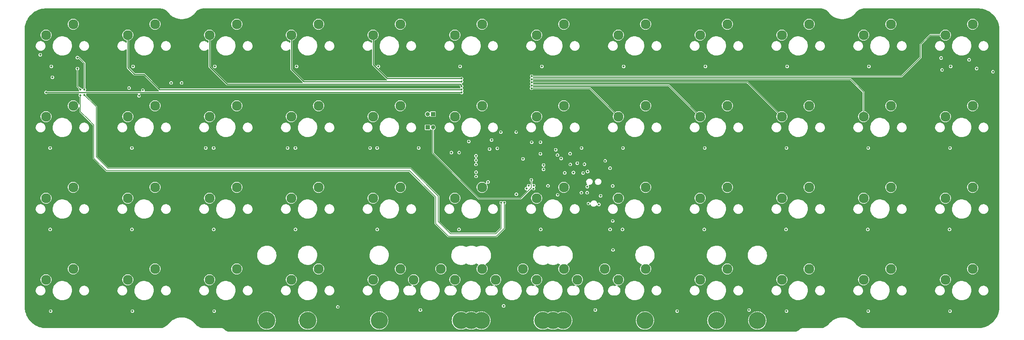
<source format=gbr>
%TF.GenerationSoftware,KiCad,Pcbnew,7.99.0-unknown-e01ef0a38d~172~ubuntu23.04.1*%
%TF.CreationDate,2023-10-19T19:27:51-04:00*%
%TF.ProjectId,Koneko40Ortho,4b6f6e65-6b6f-4343-904f-7274686f2e6b,rev?*%
%TF.SameCoordinates,Original*%
%TF.FileFunction,Copper,L3,Inr*%
%TF.FilePolarity,Positive*%
%FSLAX46Y46*%
G04 Gerber Fmt 4.6, Leading zero omitted, Abs format (unit mm)*
G04 Created by KiCad (PCBNEW 7.99.0-unknown-e01ef0a38d~172~ubuntu23.04.1) date 2023-10-19 19:27:51*
%MOMM*%
%LPD*%
G01*
G04 APERTURE LIST*
%TA.AperFunction,ComponentPad*%
%ADD10C,2.300000*%
%TD*%
%TA.AperFunction,ComponentPad*%
%ADD11C,4.000000*%
%TD*%
%TA.AperFunction,ComponentPad*%
%ADD12R,1.000000X1.000000*%
%TD*%
%TA.AperFunction,ComponentPad*%
%ADD13O,1.000000X1.000000*%
%TD*%
%TA.AperFunction,ComponentPad*%
%ADD14C,0.500000*%
%TD*%
%TA.AperFunction,ViaPad*%
%ADD15C,0.500000*%
%TD*%
%TA.AperFunction,Conductor*%
%ADD16C,0.150000*%
%TD*%
%TA.AperFunction,Conductor*%
%ADD17C,0.254000*%
%TD*%
G04 APERTURE END LIST*
D10*
%TO.N,COL8*%
%TO.C,SW32*%
X176847500Y-72469375D03*
%TO.N,Net-(D32-A)*%
X183197500Y-69929375D03*
%TD*%
%TO.N,COL3*%
%TO.C,SW39*%
X81597500Y-91519375D03*
%TO.N,Net-(D39-A)*%
X87947500Y-88979375D03*
%TD*%
D11*
%TO.N,*%
%TO.C,S2*%
X199707500Y-101044375D03*
X104457500Y-101044375D03*
%TD*%
D10*
%TO.N,COL4*%
%TO.C,SW16*%
X100647500Y-53419375D03*
%TO.N,Net-(D16-A)*%
X106997500Y-50879375D03*
%TD*%
%TO.N,COL8*%
%TO.C,SW44*%
X176847500Y-91519375D03*
%TO.N,Net-(D44-A)*%
X183197500Y-88979375D03*
%TD*%
%TO.N,COL11*%
%TO.C,SW11*%
X233997500Y-34369375D03*
%TO.N,Net-(D11-A)*%
X240347500Y-31829375D03*
%TD*%
%TO.N,COL8*%
%TO.C,SW8*%
X176847500Y-34369375D03*
%TO.N,Net-(D8-A)*%
X183197500Y-31829375D03*
%TD*%
%TO.N,COL7*%
%TO.C,SW51*%
X167322500Y-91519375D03*
%TO.N,Net-(D43-A)*%
X173672500Y-88979375D03*
%TD*%
%TO.N,COL10*%
%TO.C,SW22*%
X214947500Y-53419375D03*
%TO.N,Net-(D22-A)*%
X221297500Y-50879375D03*
%TD*%
%TO.N,COL4*%
%TO.C,SW28*%
X100647500Y-72469375D03*
%TO.N,Net-(D28-A)*%
X106997500Y-69929375D03*
%TD*%
%TO.N,COL11*%
%TO.C,SW47*%
X233997500Y-91519375D03*
%TO.N,Net-(D47-A)*%
X240347500Y-88979375D03*
%TD*%
%TO.N,COL10*%
%TO.C,SW46*%
X214947500Y-91519375D03*
%TO.N,Net-(D46-A)*%
X221297500Y-88979375D03*
%TD*%
D11*
%TO.N,*%
%TO.C,S1*%
X163988750Y-101044375D03*
X140176250Y-101044375D03*
%TD*%
D10*
%TO.N,COL7*%
%TO.C,SW43*%
X157797500Y-91519375D03*
%TO.N,Net-(D43-A)*%
X164147500Y-88979375D03*
%TD*%
%TO.N,COL10*%
%TO.C,SW10*%
X214947500Y-34369375D03*
%TO.N,Net-(D10-A)*%
X221297500Y-31829375D03*
%TD*%
D11*
%TO.N,*%
%TO.C,S3*%
X142557500Y-101044375D03*
X104457500Y-101044375D03*
%TD*%
D10*
%TO.N,COL10*%
%TO.C,SW34*%
X214947500Y-72469375D03*
%TO.N,Net-(D34-A)*%
X221297500Y-69929375D03*
%TD*%
%TO.N,COL5*%
%TO.C,SW29*%
X119697500Y-72469375D03*
%TO.N,Net-(D29-A)*%
X126047500Y-69929375D03*
%TD*%
%TO.N,COL7*%
%TO.C,SW19*%
X157797500Y-53419375D03*
%TO.N,Net-(D19-A)*%
X164147500Y-50879375D03*
%TD*%
%TO.N,COL4*%
%TO.C,SW4*%
X100647500Y-34369375D03*
%TO.N,Net-(D4-A)*%
X106997500Y-31829375D03*
%TD*%
%TO.N,COL5*%
%TO.C,SW49*%
X129151875Y-91519375D03*
%TO.N,Net-(D41-A)*%
X135501875Y-88979375D03*
%TD*%
%TO.N,COL9*%
%TO.C,SW45*%
X195897500Y-91519375D03*
%TO.N,Net-(D45-A)*%
X202247500Y-88979375D03*
%TD*%
%TO.N,COL9*%
%TO.C,SW9*%
X195897500Y-34369375D03*
%TO.N,Net-(D9-A)*%
X202247500Y-31829375D03*
%TD*%
D11*
%TO.N,*%
%TO.C,S4*%
X199707500Y-101044375D03*
X161607500Y-101044375D03*
%TD*%
D10*
%TO.N,COL1*%
%TO.C,SW1*%
X43497500Y-34369375D03*
%TO.N,/Switch Matrix/D1*%
X49847500Y-31829375D03*
%TD*%
%TO.N,COL12*%
%TO.C,SW36*%
X253047500Y-72469375D03*
%TO.N,Net-(D36-A)*%
X259397500Y-69929375D03*
%TD*%
%TO.N,COL9*%
%TO.C,SW33*%
X195897500Y-72469375D03*
%TO.N,Net-(D33-A)*%
X202247500Y-69929375D03*
%TD*%
%TO.N,COL3*%
%TO.C,SW3*%
X81597500Y-34369375D03*
%TO.N,Net-(D3-A)*%
X87947500Y-31829375D03*
%TD*%
%TO.N,COL3*%
%TO.C,SW27*%
X81597500Y-72469375D03*
%TO.N,Net-(D27-A)*%
X87947500Y-69929375D03*
%TD*%
%TO.N,COL12*%
%TO.C,SW12*%
X253047500Y-34369375D03*
%TO.N,/Switch Matrix/D12*%
X259397500Y-31829375D03*
%TD*%
%TO.N,COL12*%
%TO.C,SW48*%
X253047500Y-91519375D03*
%TO.N,Net-(D48-A)*%
X259397500Y-88979375D03*
%TD*%
D11*
%TO.N,*%
%TO.C,S7*%
X209232500Y-101044375D03*
X94932500Y-101044375D03*
%TD*%
D10*
%TO.N,COL11*%
%TO.C,SW35*%
X233997500Y-72469375D03*
%TO.N,Net-(D35-A)*%
X240347500Y-69929375D03*
%TD*%
%TO.N,COL1*%
%TO.C,SW13*%
X43497500Y-53419375D03*
%TO.N,Net-(D13-A)*%
X49847500Y-50879375D03*
%TD*%
%TO.N,COL2*%
%TO.C,SW38*%
X62547500Y-91519375D03*
%TO.N,Net-(D38-A)*%
X68897500Y-88979375D03*
%TD*%
%TO.N,COL7*%
%TO.C,SW31*%
X157797500Y-72469375D03*
%TO.N,Net-(D31-A)*%
X164147500Y-69929375D03*
%TD*%
%TO.N,COL6*%
%TO.C,SW50*%
X148272500Y-91519375D03*
%TO.N,Net-(D42-A)*%
X154622500Y-88979375D03*
%TD*%
%TO.N,COL11*%
%TO.C,SW23*%
X233997500Y-53419375D03*
%TO.N,Net-(D23-A)*%
X240347500Y-50879375D03*
%TD*%
%TO.N,COL5*%
%TO.C,SW17*%
X119697500Y-53419375D03*
%TO.N,Net-(D17-A)*%
X126047500Y-50879375D03*
%TD*%
%TO.N,COL1*%
%TO.C,SW25*%
X43497500Y-72469375D03*
%TO.N,Net-(D25-A)*%
X49847500Y-69929375D03*
%TD*%
D11*
%TO.N,*%
%TO.C,S6*%
X183038750Y-101044375D03*
X159226250Y-101044375D03*
%TD*%
D10*
%TO.N,COL5*%
%TO.C,SW5*%
X119697500Y-34369375D03*
%TO.N,Net-(D5-A)*%
X126047500Y-31829375D03*
%TD*%
%TO.N,COL7*%
%TO.C,SW7*%
X157797500Y-34369375D03*
%TO.N,Net-(D7-A)*%
X164147500Y-31829375D03*
%TD*%
%TO.N,COL6*%
%TO.C,SW30*%
X138747500Y-72469375D03*
%TO.N,Net-(D30-A)*%
X145097500Y-69929375D03*
%TD*%
%TO.N,COL2*%
%TO.C,SW2*%
X62547500Y-34369375D03*
%TO.N,Net-(D2-A)*%
X68897500Y-31829375D03*
%TD*%
%TO.N,COL6*%
%TO.C,SW42*%
X138747500Y-91519375D03*
%TO.N,Net-(D42-A)*%
X145097500Y-88979375D03*
%TD*%
%TO.N,COL3*%
%TO.C,SW15*%
X81597500Y-53419375D03*
%TO.N,Net-(D15-A)*%
X87947500Y-50879375D03*
%TD*%
%TO.N,COL12*%
%TO.C,SW24*%
X253047500Y-53419375D03*
%TO.N,Net-(D24-A)*%
X259397500Y-50879375D03*
%TD*%
%TO.N,COL6*%
%TO.C,SW18*%
X138747500Y-53419375D03*
%TO.N,Net-(D18-A)*%
X145097500Y-50879375D03*
%TD*%
%TO.N,COL9*%
%TO.C,SW21*%
X195897500Y-53419375D03*
%TO.N,Net-(D21-A)*%
X202247500Y-50879375D03*
%TD*%
%TO.N,COL4*%
%TO.C,SW40*%
X100647500Y-91519375D03*
%TO.N,Net-(D40-A)*%
X106997500Y-88979375D03*
%TD*%
%TO.N,COL2*%
%TO.C,SW26*%
X62547500Y-72469375D03*
%TO.N,Net-(D26-A)*%
X68897500Y-69929375D03*
%TD*%
%TO.N,COL5*%
%TO.C,SW41*%
X119697500Y-91519375D03*
%TO.N,Net-(D41-A)*%
X126047500Y-88979375D03*
%TD*%
%TO.N,COL1*%
%TO.C,SW37*%
X43497500Y-91519375D03*
%TO.N,Net-(D37-A)*%
X49847500Y-88979375D03*
%TD*%
%TO.N,COL8*%
%TO.C,SW20*%
X176847500Y-53419375D03*
%TO.N,Net-(D20-A)*%
X183197500Y-50879375D03*
%TD*%
%TO.N,COL6*%
%TO.C,SW6*%
X138747500Y-34369375D03*
%TO.N,Net-(D6-A)*%
X145097500Y-31829375D03*
%TD*%
%TO.N,COL2*%
%TO.C,SW14*%
X62547500Y-53419375D03*
%TO.N,Net-(D14-A)*%
X68897500Y-50879375D03*
%TD*%
D11*
%TO.N,*%
%TO.C,S5*%
X144938750Y-101044375D03*
X121126250Y-101044375D03*
%TD*%
D12*
%TO.N,GND*%
%TO.C,JP2*%
X132407500Y-55934375D03*
D13*
%TO.N,/~{RUN}*%
X133677500Y-55934375D03*
%TD*%
D14*
%TO.N,GND*%
%TO.C,U1*%
X146832232Y-60988026D03*
%TD*%
D12*
%TO.N,/FLASH_~{CS}*%
%TO.C,JP1*%
X133682500Y-52834375D03*
D13*
%TO.N,GND*%
X132412500Y-52834375D03*
%TD*%
D15*
%TO.N,GND*%
X162662500Y-62394375D03*
X147312500Y-58874375D03*
X168632500Y-66584375D03*
X169682500Y-66234375D03*
X62862500Y-46734375D03*
X169607500Y-69784375D03*
X175607500Y-84559375D03*
X173782500Y-63734375D03*
X165652500Y-64594375D03*
X164357500Y-66559375D03*
X72632500Y-45544375D03*
X143682500Y-63584375D03*
X75082500Y-45544375D03*
X143682500Y-62584375D03*
X65162500Y-48564375D03*
X162262500Y-61174375D03*
X169882500Y-73734375D03*
X165607500Y-62059375D03*
X66072500Y-47214375D03*
X166382500Y-66484375D03*
X154632500Y-63284375D03*
X149472500Y-57034375D03*
X143682500Y-64584375D03*
X168957500Y-64534375D03*
X175532500Y-69609375D03*
X167282500Y-64309375D03*
X153052500Y-57034375D03*
X146482500Y-68674375D03*
X159422500Y-64734375D03*
X153082500Y-71554375D03*
X163522500Y-63194375D03*
X159422500Y-65744375D03*
X143712500Y-67384375D03*
X174907500Y-65459375D03*
X172332500Y-73934375D03*
X143712500Y-66374375D03*
X42157500Y-38984375D03*
X172707500Y-71909375D03*
X175532500Y-77784375D03*
%TO.N,+3.3V*%
X153072500Y-59314375D03*
X148122500Y-67964375D03*
X148362500Y-57884375D03*
X251807500Y-43584375D03*
X53232500Y-39684375D03*
X169657500Y-72684375D03*
X153092500Y-69276250D03*
X149472500Y-59324375D03*
X147172500Y-66784375D03*
X62862500Y-45774375D03*
X66052500Y-45294375D03*
X145982500Y-64584375D03*
X156702500Y-64734375D03*
X146352500Y-58874375D03*
X145982500Y-63584375D03*
%TO.N,/~{RUN}*%
X168232500Y-71184375D03*
X156582500Y-68209375D03*
X169582500Y-71184375D03*
%TO.N,/FLASH_~{CS}*%
X148645000Y-60836875D03*
X142007500Y-59234375D03*
%TO.N,/Switch Matrix/D12*%
X252057500Y-39734375D03*
X258557500Y-40134375D03*
%TO.N,Net-(Q2-G)*%
X252282500Y-42509375D03*
%TO.N,Net-(Q3-G)*%
X44982500Y-44234375D03*
%TO.N,ROW1*%
X178082500Y-41684375D03*
X44732500Y-41684375D03*
X139982500Y-41684375D03*
X197132500Y-41684375D03*
X254282500Y-41684375D03*
X216182500Y-41684375D03*
X159032500Y-41684375D03*
X120932500Y-41684375D03*
X101882500Y-41684375D03*
X235232500Y-41684375D03*
X63782500Y-41684375D03*
X82832500Y-41684375D03*
%TO.N,ROW2*%
X177932500Y-60734375D03*
X101607500Y-60734375D03*
X119007500Y-60734375D03*
X80707500Y-60734375D03*
X82557500Y-60734375D03*
X130332500Y-60734375D03*
X216032500Y-60734375D03*
X158707500Y-59384375D03*
X235082500Y-60734375D03*
X44457500Y-60734375D03*
X139757500Y-61809375D03*
X158682500Y-62109375D03*
X137957500Y-61809375D03*
X99782500Y-60734375D03*
X168282500Y-60734375D03*
X63507500Y-60734375D03*
X254132500Y-60734375D03*
X156657500Y-59409375D03*
X120657500Y-60734375D03*
X196982500Y-60734375D03*
%TO.N,ROW3*%
X82582500Y-79759375D03*
X177832500Y-79759375D03*
X158782500Y-79759375D03*
X44482500Y-79759375D03*
X196882500Y-79759375D03*
X174932500Y-79759375D03*
X101632500Y-79759375D03*
X254032500Y-79759375D03*
X63532500Y-79759375D03*
X215932500Y-79759375D03*
X139732500Y-79759375D03*
X120682500Y-79759375D03*
X234982500Y-79759375D03*
%TO.N,ROW4*%
X235082500Y-98834375D03*
X82682500Y-98834375D03*
X111482500Y-97859375D03*
X63632500Y-98834375D03*
X130732500Y-98584375D03*
X44582500Y-98834375D03*
X216032500Y-98834375D03*
X207307500Y-98584375D03*
X254132500Y-98834375D03*
X190557500Y-98834375D03*
X171482500Y-98584375D03*
X150107500Y-97634375D03*
%TO.N,COL1*%
X140332500Y-47784375D03*
X43497500Y-47759375D03*
%TO.N,COL2*%
X140332500Y-47109375D03*
%TO.N,COL3*%
X140332500Y-46309375D03*
%TO.N,COL4*%
X140332500Y-45234375D03*
%TO.N,COL5*%
X140332500Y-44509375D03*
%TO.N,COL8*%
X156632500Y-46809375D03*
%TO.N,COL9*%
X156657500Y-46134375D03*
%TO.N,COL10*%
X156657500Y-45409375D03*
%TO.N,COL11*%
X156657500Y-44709375D03*
%TO.N,COL12*%
X156657500Y-43984375D03*
%TO.N,ENC1A*%
X51507500Y-48434375D03*
X150282500Y-73534375D03*
X51507500Y-47059375D03*
X50807500Y-42209375D03*
%TO.N,ENC1B*%
X52457500Y-48384375D03*
X50807500Y-39634375D03*
X52457500Y-47059375D03*
X149557500Y-73534375D03*
%TO.N,ENC2A*%
X155432500Y-70234375D03*
X260332500Y-42184375D03*
X264132500Y-42934375D03*
X162707500Y-71684375D03*
X157107500Y-70259375D03*
%TO.N,ENC2B*%
X155932500Y-69559375D03*
X157132500Y-69559375D03*
X160457500Y-69584375D03*
%TD*%
D16*
%TO.N,/~{RUN}*%
X156582500Y-68209375D02*
X156582500Y-70059375D01*
X133652500Y-61879375D02*
X133652500Y-55934375D01*
X156582500Y-70059375D02*
X154057500Y-72584375D01*
X144357500Y-72584375D02*
X133652500Y-61879375D01*
X154057500Y-72584375D02*
X144357500Y-72584375D01*
D17*
%TO.N,COL1*%
X43522500Y-47784375D02*
X43497500Y-47759375D01*
X140332500Y-47784375D02*
X43522500Y-47784375D01*
%TO.N,COL2*%
X69907500Y-47109375D02*
X66332500Y-43534375D01*
X66332500Y-43534375D02*
X64132500Y-43534375D01*
X62547500Y-41949375D02*
X62547500Y-34369375D01*
X64132500Y-43534375D02*
X62547500Y-41949375D01*
X140332500Y-47109375D02*
X69907500Y-47109375D01*
%TO.N,COL3*%
X139982500Y-45834375D02*
X140332500Y-46184375D01*
X85682500Y-45834375D02*
X139982500Y-45834375D01*
X140332500Y-46184375D02*
X140332500Y-46309375D01*
X81597500Y-34369375D02*
X81597500Y-41749375D01*
X81597500Y-41749375D02*
X85682500Y-45834375D01*
%TO.N,COL4*%
X140332500Y-45234375D02*
X103532500Y-45234375D01*
X100647500Y-42349375D02*
X100647500Y-34369375D01*
X103532500Y-45234375D02*
X100647500Y-42349375D01*
%TO.N,COL5*%
X119697500Y-41249375D02*
X119697500Y-34369375D01*
X140332500Y-44509375D02*
X122957500Y-44509375D01*
X122957500Y-44509375D02*
X119697500Y-41249375D01*
D16*
%TO.N,COL8*%
X156632500Y-46809375D02*
X170237500Y-46809375D01*
X170237500Y-46809375D02*
X176847500Y-53419375D01*
%TO.N,COL9*%
X156657500Y-46134375D02*
X188612500Y-46134375D01*
X188612500Y-46134375D02*
X195897500Y-53419375D01*
%TO.N,COL10*%
X156657500Y-45409375D02*
X206937500Y-45409375D01*
X206937500Y-45409375D02*
X214947500Y-53419375D01*
%TO.N,COL11*%
X156657500Y-44709375D02*
X230982500Y-44709375D01*
X233997500Y-47724375D02*
X233997500Y-53419375D01*
X230982500Y-44709375D02*
X233997500Y-47724375D01*
%TO.N,COL12*%
X247257500Y-39609375D02*
X247257500Y-36609375D01*
X247257500Y-36609375D02*
X249497500Y-34369375D01*
X242882500Y-43984375D02*
X247257500Y-39609375D01*
X249497500Y-34369375D02*
X253047500Y-34369375D01*
X156657500Y-43984375D02*
X242882500Y-43984375D01*
%TO.N,ENC1A*%
X54632500Y-59084375D02*
X54632500Y-63159375D01*
X50807500Y-42209375D02*
X50807500Y-46359375D01*
X50807500Y-46359375D02*
X51507500Y-47059375D01*
X51507500Y-52234375D02*
X53432500Y-54159375D01*
X54632500Y-55359375D02*
X54632500Y-59084375D01*
X150282500Y-79559375D02*
X150282500Y-73534375D01*
X51507500Y-48434375D02*
X51507500Y-52234375D01*
X137232500Y-81384375D02*
X147657500Y-81384375D01*
X147657500Y-81384375D02*
X148457500Y-81384375D01*
X134257500Y-76334375D02*
X134257500Y-78409375D01*
X149232500Y-80609375D02*
X150282500Y-79559375D01*
X134257500Y-78409375D02*
X137232500Y-81384375D01*
X128157500Y-66084375D02*
X134107500Y-72034375D01*
X57557500Y-66084375D02*
X128157500Y-66084375D01*
X53432500Y-54159375D02*
X54632500Y-55359375D01*
X148457500Y-81384375D02*
X149232500Y-80609375D01*
X54632500Y-63159375D02*
X57557500Y-66084375D01*
X134257500Y-72184375D02*
X134257500Y-76334375D01*
X134107500Y-72034375D02*
X134257500Y-72184375D01*
X147657500Y-81384375D02*
X147832500Y-81384375D01*
%TO.N,ENC1B*%
X50807500Y-39634375D02*
X51132500Y-39634375D01*
X51132500Y-39634375D02*
X51932500Y-40434375D01*
X55182500Y-51109375D02*
X52457500Y-48384375D01*
X51932500Y-40434375D02*
X52457500Y-40959375D01*
X134907500Y-77934375D02*
X134907500Y-71959375D01*
X149557500Y-73534375D02*
X149557500Y-79484375D01*
X128432500Y-65484375D02*
X57882500Y-65484375D01*
X52457500Y-40959375D02*
X52457500Y-47059375D01*
X148257500Y-80784375D02*
X137757500Y-80784375D01*
X137757500Y-80784375D02*
X134907500Y-77934375D01*
X149557500Y-79484375D02*
X148257500Y-80784375D01*
X55182500Y-62784375D02*
X55182500Y-51109375D01*
X57882500Y-65484375D02*
X55182500Y-62784375D01*
X134907500Y-71959375D02*
X128432500Y-65484375D01*
%TD*%
%TA.AperFunction,Conductor*%
%TO.N,+3.3V*%
G36*
X70012097Y-28134423D02*
G01*
X70167688Y-28136893D01*
X70174708Y-28137404D01*
X70488883Y-28178378D01*
X70496766Y-28179932D01*
X70496872Y-28179960D01*
X70765312Y-28251197D01*
X70802502Y-28261066D01*
X70810127Y-28263629D01*
X71102802Y-28383630D01*
X71110029Y-28387156D01*
X71384727Y-28544008D01*
X71391433Y-28548438D01*
X71643538Y-28739506D01*
X71649611Y-28744762D01*
X71875235Y-28967182D01*
X71879958Y-28972399D01*
X71979592Y-29095913D01*
X72105771Y-29253436D01*
X72288648Y-29444406D01*
X72384917Y-29544935D01*
X72692007Y-29806844D01*
X72692011Y-29806847D01*
X72692020Y-29806853D01*
X73023901Y-30036489D01*
X73023908Y-30036493D01*
X73023911Y-30036495D01*
X73377257Y-30231553D01*
X73748450Y-30390034D01*
X74133716Y-30510327D01*
X74529138Y-30591208D01*
X74930695Y-30631855D01*
X75334303Y-30631855D01*
X75334305Y-30631855D01*
X75735862Y-30591208D01*
X76131284Y-30510327D01*
X76516550Y-30390034D01*
X76887743Y-30231553D01*
X77241089Y-30036495D01*
X77572993Y-29806844D01*
X77880083Y-29544935D01*
X78030620Y-29387735D01*
X78159229Y-29253436D01*
X78285408Y-29095913D01*
X78385028Y-28972412D01*
X78385036Y-28972402D01*
X78389762Y-28967182D01*
X78615398Y-28744762D01*
X78621454Y-28739520D01*
X78873587Y-28548440D01*
X78880268Y-28544027D01*
X79154992Y-28387167D01*
X79162184Y-28383658D01*
X79454881Y-28263653D01*
X79462500Y-28261093D01*
X79499829Y-28251187D01*
X79768249Y-28179957D01*
X79776118Y-28178407D01*
X80090292Y-28137435D01*
X80097309Y-28136923D01*
X80248368Y-28134497D01*
X80255976Y-28134375D01*
X223909025Y-28134375D01*
X224067686Y-28136904D01*
X224074714Y-28137418D01*
X224223141Y-28156782D01*
X224388868Y-28178404D01*
X224396756Y-28179960D01*
X224642858Y-28245275D01*
X224702495Y-28261103D01*
X224710116Y-28263665D01*
X225002789Y-28383664D01*
X225010018Y-28387191D01*
X225284722Y-28544036D01*
X225291419Y-28548459D01*
X225449146Y-28667986D01*
X225543526Y-28739509D01*
X225549608Y-28744772D01*
X225775246Y-28967167D01*
X225779982Y-28972399D01*
X225828265Y-29032269D01*
X225879592Y-29095914D01*
X226005771Y-29253436D01*
X226188648Y-29444406D01*
X226284917Y-29544935D01*
X226592007Y-29806844D01*
X226592011Y-29806847D01*
X226592020Y-29806853D01*
X226923901Y-30036489D01*
X226923908Y-30036493D01*
X226923911Y-30036495D01*
X227277257Y-30231553D01*
X227648450Y-30390034D01*
X228033716Y-30510327D01*
X228429138Y-30591208D01*
X228830695Y-30631855D01*
X229234303Y-30631855D01*
X229234305Y-30631855D01*
X229635862Y-30591208D01*
X230031284Y-30510327D01*
X230416550Y-30390034D01*
X230787743Y-30231553D01*
X231141089Y-30036495D01*
X231472993Y-29806844D01*
X231780083Y-29544935D01*
X231930620Y-29387735D01*
X232059229Y-29253436D01*
X232185408Y-29095914D01*
X232285020Y-28972412D01*
X232285034Y-28972394D01*
X232289756Y-28967178D01*
X232515378Y-28744760D01*
X232521460Y-28739497D01*
X232575590Y-28698473D01*
X232773573Y-28548425D01*
X232780269Y-28544004D01*
X233054976Y-28387151D01*
X233062180Y-28383636D01*
X233354882Y-28263632D01*
X233362483Y-28261077D01*
X233668238Y-28179946D01*
X233676119Y-28178393D01*
X233990309Y-28137429D01*
X233997286Y-28136919D01*
X234155975Y-28134375D01*
X260632500Y-28134375D01*
X260848351Y-28136658D01*
X260853063Y-28136889D01*
X261282773Y-28174475D01*
X261288114Y-28175179D01*
X261712577Y-28250016D01*
X261717848Y-28251184D01*
X262134172Y-28362732D01*
X262139313Y-28364352D01*
X262544348Y-28511767D01*
X262549319Y-28513827D01*
X262939945Y-28695975D01*
X262944745Y-28698473D01*
X263318000Y-28913968D01*
X263322564Y-28916876D01*
X263675611Y-29164079D01*
X263679901Y-29167370D01*
X264010069Y-29444412D01*
X264014053Y-29448062D01*
X264318820Y-29752828D01*
X264322471Y-29756812D01*
X264599521Y-30086986D01*
X264602797Y-30091256D01*
X264850012Y-30444316D01*
X264852912Y-30448868D01*
X264958559Y-30631855D01*
X265068417Y-30822137D01*
X265070913Y-30826931D01*
X265253062Y-31217556D01*
X265255126Y-31222540D01*
X265316357Y-31390773D01*
X265402536Y-31627552D01*
X265404163Y-31632713D01*
X265515708Y-32049023D01*
X265516877Y-32054293D01*
X265516881Y-32054314D01*
X265591715Y-32478750D01*
X265592422Y-32484115D01*
X265630008Y-32913795D01*
X265630240Y-32918550D01*
X265632500Y-33134375D01*
X265632500Y-97834375D01*
X265630143Y-98050210D01*
X265629910Y-98054939D01*
X265592313Y-98484615D01*
X265591607Y-98489980D01*
X265516762Y-98914412D01*
X265515591Y-98919695D01*
X265404039Y-99336001D01*
X265402412Y-99341162D01*
X265255003Y-99746154D01*
X265252932Y-99751153D01*
X265070789Y-100141754D01*
X265068291Y-100146554D01*
X264852801Y-100519790D01*
X264849894Y-100524354D01*
X264602684Y-100877406D01*
X264599390Y-100881699D01*
X264322366Y-101211842D01*
X264318711Y-101215832D01*
X264013951Y-101520593D01*
X264009962Y-101524249D01*
X263679812Y-101801279D01*
X263675520Y-101804573D01*
X263322489Y-102051772D01*
X263317925Y-102054680D01*
X262944675Y-102270179D01*
X262939875Y-102272677D01*
X262549265Y-102454827D01*
X262544265Y-102456898D01*
X262139282Y-102604306D01*
X262134121Y-102605933D01*
X261950886Y-102655033D01*
X261717822Y-102717486D01*
X261712547Y-102718656D01*
X261288106Y-102793503D01*
X261282741Y-102794209D01*
X260868034Y-102830500D01*
X260853306Y-102831789D01*
X260853066Y-102831810D01*
X260848329Y-102832042D01*
X260632500Y-102834375D01*
X234155975Y-102834375D01*
X234149578Y-102834273D01*
X233997323Y-102831845D01*
X233990285Y-102831331D01*
X233756823Y-102800872D01*
X233676129Y-102790343D01*
X233668243Y-102788789D01*
X233362506Y-102707644D01*
X233354881Y-102705081D01*
X233062209Y-102585080D01*
X233054986Y-102581555D01*
X233039954Y-102572972D01*
X232780295Y-102424713D01*
X232773587Y-102420284D01*
X232521474Y-102229226D01*
X232515401Y-102223971D01*
X232289762Y-102001567D01*
X232285033Y-101996343D01*
X232232656Y-101931411D01*
X232185408Y-101872836D01*
X232059229Y-101715314D01*
X231780085Y-101423817D01*
X231536221Y-101215832D01*
X231472993Y-101161906D01*
X231472991Y-101161904D01*
X231472988Y-101161902D01*
X231472979Y-101161896D01*
X231141098Y-100932260D01*
X231141084Y-100932252D01*
X230787740Y-100737195D01*
X230600667Y-100657324D01*
X230416550Y-100578716D01*
X230235359Y-100522142D01*
X230031292Y-100458425D01*
X230031287Y-100458424D01*
X230031284Y-100458423D01*
X229635862Y-100377542D01*
X229234306Y-100336895D01*
X229234305Y-100336895D01*
X228830695Y-100336895D01*
X228830693Y-100336895D01*
X228429137Y-100377542D01*
X228206719Y-100423036D01*
X228033716Y-100458423D01*
X228033714Y-100458423D01*
X228033707Y-100458425D01*
X227648453Y-100578715D01*
X227648450Y-100578716D01*
X227575394Y-100609906D01*
X227277259Y-100737195D01*
X226923915Y-100932252D01*
X226923901Y-100932260D01*
X226592020Y-101161896D01*
X226592011Y-101161902D01*
X226284914Y-101423817D01*
X226005771Y-101715314D01*
X226005767Y-101715318D01*
X226005766Y-101715320D01*
X225934273Y-101804573D01*
X225879592Y-101872837D01*
X225779971Y-101996341D01*
X225775235Y-102001573D01*
X225549614Y-102223984D01*
X225543531Y-102229248D01*
X225291431Y-102420311D01*
X225284718Y-102424745D01*
X225010026Y-102581594D01*
X225002796Y-102585122D01*
X224710126Y-102705125D01*
X224702501Y-102707688D01*
X224448115Y-102775202D01*
X224396760Y-102788832D01*
X224388873Y-102790386D01*
X224268215Y-102806125D01*
X224074731Y-102831364D01*
X224067681Y-102831878D01*
X223913039Y-102834311D01*
X223909025Y-102834375D01*
X219796714Y-102834375D01*
X219698456Y-102836781D01*
X219554901Y-102865333D01*
X219505724Y-102875115D01*
X219505723Y-102875115D01*
X219505720Y-102875116D01*
X219324177Y-102950309D01*
X219324173Y-102950311D01*
X219324171Y-102950312D01*
X219324168Y-102950313D01*
X219324166Y-102950315D01*
X219160776Y-103059481D01*
X219160774Y-103059483D01*
X219089607Y-103127268D01*
X218875393Y-103341482D01*
X218812108Y-103401933D01*
X218795348Y-103415370D01*
X218651052Y-103511786D01*
X218629613Y-103523245D01*
X218470605Y-103589107D01*
X218447343Y-103596164D01*
X218277124Y-103630021D01*
X218255774Y-103632370D01*
X218168286Y-103634375D01*
X85996714Y-103634375D01*
X85993248Y-103634295D01*
X85909222Y-103632373D01*
X85887869Y-103630023D01*
X85717657Y-103596168D01*
X85694394Y-103589111D01*
X85535382Y-103523246D01*
X85513944Y-103511787D01*
X85369646Y-103415370D01*
X85352890Y-103401936D01*
X85289607Y-103341482D01*
X85075393Y-103127268D01*
X85039855Y-103093318D01*
X85004318Y-103059368D01*
X84841113Y-102950312D01*
X84840902Y-102950171D01*
X84840900Y-102950170D01*
X84840897Y-102950168D01*
X84659327Y-102874956D01*
X84659315Y-102874953D01*
X84466561Y-102836611D01*
X84466564Y-102836611D01*
X84368286Y-102834375D01*
X80255975Y-102834375D01*
X80097325Y-102831856D01*
X80090285Y-102831343D01*
X79776122Y-102790371D01*
X79768229Y-102788815D01*
X79653378Y-102758336D01*
X79462490Y-102707679D01*
X79454876Y-102705119D01*
X79162208Y-102585119D01*
X79154978Y-102581591D01*
X78880280Y-102424736D01*
X78873573Y-102420306D01*
X78621476Y-102229239D01*
X78615400Y-102223980D01*
X78500925Y-102111129D01*
X78389772Y-102001552D01*
X78385049Y-101996334D01*
X78285408Y-101872837D01*
X78159234Y-101715320D01*
X78159232Y-101715318D01*
X78159229Y-101715314D01*
X77880085Y-101423817D01*
X77636221Y-101215832D01*
X77572993Y-101161906D01*
X77572991Y-101161904D01*
X77572988Y-101161902D01*
X77572979Y-101161896D01*
X77403132Y-101044375D01*
X92800029Y-101044375D01*
X92819890Y-101334746D01*
X92819891Y-101334748D01*
X92879103Y-101619694D01*
X92879108Y-101619713D01*
X92969068Y-101872837D01*
X92976573Y-101893954D01*
X93110475Y-102152373D01*
X93278318Y-102390152D01*
X93278322Y-102390156D01*
X93278322Y-102390157D01*
X93476978Y-102602864D01*
X93602620Y-102705081D01*
X93702746Y-102786540D01*
X93702748Y-102786541D01*
X93702749Y-102786542D01*
X93951426Y-102937765D01*
X94218374Y-103053717D01*
X94218379Y-103053719D01*
X94498636Y-103132243D01*
X94752131Y-103167085D01*
X94786974Y-103171875D01*
X94786975Y-103171875D01*
X95078026Y-103171875D01*
X95109112Y-103167602D01*
X95366364Y-103132243D01*
X95646621Y-103053719D01*
X95884680Y-102950315D01*
X95913573Y-102937765D01*
X95913575Y-102937764D01*
X96162254Y-102786540D01*
X96388025Y-102602861D01*
X96586682Y-102390152D01*
X96754525Y-102152373D01*
X96888427Y-101893954D01*
X96985893Y-101619709D01*
X97045109Y-101334746D01*
X97064971Y-101044375D01*
X102325029Y-101044375D01*
X102344890Y-101334746D01*
X102344891Y-101334748D01*
X102404103Y-101619694D01*
X102404108Y-101619713D01*
X102494068Y-101872837D01*
X102501573Y-101893954D01*
X102635475Y-102152373D01*
X102803318Y-102390152D01*
X102803322Y-102390156D01*
X102803322Y-102390157D01*
X103001978Y-102602864D01*
X103127620Y-102705081D01*
X103227746Y-102786540D01*
X103227748Y-102786541D01*
X103227749Y-102786542D01*
X103476426Y-102937765D01*
X103743374Y-103053717D01*
X103743379Y-103053719D01*
X104023636Y-103132243D01*
X104277131Y-103167085D01*
X104311974Y-103171875D01*
X104311975Y-103171875D01*
X104603026Y-103171875D01*
X104634112Y-103167602D01*
X104891364Y-103132243D01*
X105171621Y-103053719D01*
X105409680Y-102950315D01*
X105438573Y-102937765D01*
X105438575Y-102937764D01*
X105687254Y-102786540D01*
X105913025Y-102602861D01*
X106111682Y-102390152D01*
X106279525Y-102152373D01*
X106413427Y-101893954D01*
X106510893Y-101619709D01*
X106570109Y-101334746D01*
X106589971Y-101044375D01*
X118993779Y-101044375D01*
X119013640Y-101334746D01*
X119013641Y-101334748D01*
X119072853Y-101619694D01*
X119072858Y-101619713D01*
X119162818Y-101872837D01*
X119170323Y-101893954D01*
X119304225Y-102152373D01*
X119472068Y-102390152D01*
X119472072Y-102390156D01*
X119472072Y-102390157D01*
X119670728Y-102602864D01*
X119796370Y-102705081D01*
X119896496Y-102786540D01*
X119896498Y-102786541D01*
X119896499Y-102786542D01*
X120145176Y-102937765D01*
X120412124Y-103053717D01*
X120412129Y-103053719D01*
X120692386Y-103132243D01*
X120945881Y-103167085D01*
X120980724Y-103171875D01*
X120980725Y-103171875D01*
X121271776Y-103171875D01*
X121302862Y-103167602D01*
X121560114Y-103132243D01*
X121840371Y-103053719D01*
X122078430Y-102950315D01*
X122107323Y-102937765D01*
X122107325Y-102937764D01*
X122356004Y-102786540D01*
X122581775Y-102602861D01*
X122780432Y-102390152D01*
X122948275Y-102152373D01*
X123082177Y-101893954D01*
X123179643Y-101619709D01*
X123238859Y-101334746D01*
X123258721Y-101044375D01*
X138043779Y-101044375D01*
X138063640Y-101334746D01*
X138063641Y-101334748D01*
X138122853Y-101619694D01*
X138122858Y-101619713D01*
X138212818Y-101872837D01*
X138220323Y-101893954D01*
X138354225Y-102152373D01*
X138522068Y-102390152D01*
X138522072Y-102390156D01*
X138522072Y-102390157D01*
X138720728Y-102602864D01*
X138846370Y-102705081D01*
X138946496Y-102786540D01*
X138946498Y-102786541D01*
X138946499Y-102786542D01*
X139195176Y-102937765D01*
X139462124Y-103053717D01*
X139462129Y-103053719D01*
X139742386Y-103132243D01*
X139995881Y-103167085D01*
X140030724Y-103171875D01*
X140030725Y-103171875D01*
X140321776Y-103171875D01*
X140352862Y-103167602D01*
X140610114Y-103132243D01*
X140890371Y-103053719D01*
X141157325Y-102937764D01*
X141302449Y-102849512D01*
X141369954Y-102831499D01*
X141431300Y-102849511D01*
X141576425Y-102937764D01*
X141843379Y-103053719D01*
X142123636Y-103132243D01*
X142377131Y-103167085D01*
X142411974Y-103171875D01*
X142411975Y-103171875D01*
X142703026Y-103171875D01*
X142734112Y-103167602D01*
X142991364Y-103132243D01*
X143271621Y-103053719D01*
X143538575Y-102937764D01*
X143683699Y-102849512D01*
X143751204Y-102831499D01*
X143812550Y-102849511D01*
X143957675Y-102937764D01*
X144224629Y-103053719D01*
X144504886Y-103132243D01*
X144758381Y-103167085D01*
X144793224Y-103171875D01*
X144793225Y-103171875D01*
X145084276Y-103171875D01*
X145115362Y-103167602D01*
X145372614Y-103132243D01*
X145652871Y-103053719D01*
X145890930Y-102950315D01*
X145919823Y-102937765D01*
X145919825Y-102937764D01*
X146168504Y-102786540D01*
X146394275Y-102602861D01*
X146592932Y-102390152D01*
X146760775Y-102152373D01*
X146894677Y-101893954D01*
X146992143Y-101619709D01*
X147051359Y-101334746D01*
X147071221Y-101044375D01*
X157093779Y-101044375D01*
X157113640Y-101334746D01*
X157113641Y-101334748D01*
X157172853Y-101619694D01*
X157172858Y-101619713D01*
X157262818Y-101872837D01*
X157270323Y-101893954D01*
X157404225Y-102152373D01*
X157572068Y-102390152D01*
X157572072Y-102390156D01*
X157572072Y-102390157D01*
X157770728Y-102602864D01*
X157896370Y-102705081D01*
X157996496Y-102786540D01*
X157996498Y-102786541D01*
X157996499Y-102786542D01*
X158245176Y-102937765D01*
X158512124Y-103053717D01*
X158512129Y-103053719D01*
X158792386Y-103132243D01*
X159045881Y-103167085D01*
X159080724Y-103171875D01*
X159080725Y-103171875D01*
X159371776Y-103171875D01*
X159402862Y-103167602D01*
X159660114Y-103132243D01*
X159940371Y-103053719D01*
X160207325Y-102937764D01*
X160352449Y-102849512D01*
X160419954Y-102831499D01*
X160481300Y-102849511D01*
X160626425Y-102937764D01*
X160893379Y-103053719D01*
X161173636Y-103132243D01*
X161427131Y-103167085D01*
X161461974Y-103171875D01*
X161461975Y-103171875D01*
X161753026Y-103171875D01*
X161784112Y-103167602D01*
X162041364Y-103132243D01*
X162321621Y-103053719D01*
X162588575Y-102937764D01*
X162733699Y-102849512D01*
X162801204Y-102831499D01*
X162862550Y-102849511D01*
X163007675Y-102937764D01*
X163274629Y-103053719D01*
X163554886Y-103132243D01*
X163808381Y-103167085D01*
X163843224Y-103171875D01*
X163843225Y-103171875D01*
X164134276Y-103171875D01*
X164165362Y-103167602D01*
X164422614Y-103132243D01*
X164702871Y-103053719D01*
X164940930Y-102950315D01*
X164969823Y-102937765D01*
X164969825Y-102937764D01*
X165218504Y-102786540D01*
X165444275Y-102602861D01*
X165642932Y-102390152D01*
X165810775Y-102152373D01*
X165944677Y-101893954D01*
X166042143Y-101619709D01*
X166101359Y-101334746D01*
X166121221Y-101044375D01*
X180906279Y-101044375D01*
X180926140Y-101334746D01*
X180926141Y-101334748D01*
X180985353Y-101619694D01*
X180985358Y-101619713D01*
X181075318Y-101872837D01*
X181082823Y-101893954D01*
X181216725Y-102152373D01*
X181384568Y-102390152D01*
X181384572Y-102390156D01*
X181384572Y-102390157D01*
X181583228Y-102602864D01*
X181708870Y-102705081D01*
X181808996Y-102786540D01*
X181808998Y-102786541D01*
X181808999Y-102786542D01*
X182057676Y-102937765D01*
X182324624Y-103053717D01*
X182324629Y-103053719D01*
X182604886Y-103132243D01*
X182858381Y-103167085D01*
X182893224Y-103171875D01*
X182893225Y-103171875D01*
X183184276Y-103171875D01*
X183215362Y-103167602D01*
X183472614Y-103132243D01*
X183752871Y-103053719D01*
X183990930Y-102950315D01*
X184019823Y-102937765D01*
X184019825Y-102937764D01*
X184268504Y-102786540D01*
X184494275Y-102602861D01*
X184692932Y-102390152D01*
X184860775Y-102152373D01*
X184994677Y-101893954D01*
X185092143Y-101619709D01*
X185151359Y-101334746D01*
X185171221Y-101044375D01*
X197575029Y-101044375D01*
X197594890Y-101334746D01*
X197594891Y-101334748D01*
X197654103Y-101619694D01*
X197654108Y-101619713D01*
X197744068Y-101872837D01*
X197751573Y-101893954D01*
X197885475Y-102152373D01*
X198053318Y-102390152D01*
X198053322Y-102390156D01*
X198053322Y-102390157D01*
X198251978Y-102602864D01*
X198377620Y-102705081D01*
X198477746Y-102786540D01*
X198477748Y-102786541D01*
X198477749Y-102786542D01*
X198726426Y-102937765D01*
X198993374Y-103053717D01*
X198993379Y-103053719D01*
X199273636Y-103132243D01*
X199527131Y-103167085D01*
X199561974Y-103171875D01*
X199561975Y-103171875D01*
X199853026Y-103171875D01*
X199884112Y-103167602D01*
X200141364Y-103132243D01*
X200421621Y-103053719D01*
X200659680Y-102950315D01*
X200688573Y-102937765D01*
X200688575Y-102937764D01*
X200937254Y-102786540D01*
X201163025Y-102602861D01*
X201361682Y-102390152D01*
X201529525Y-102152373D01*
X201663427Y-101893954D01*
X201760893Y-101619709D01*
X201820109Y-101334746D01*
X201839971Y-101044375D01*
X207100029Y-101044375D01*
X207119890Y-101334746D01*
X207119891Y-101334748D01*
X207179103Y-101619694D01*
X207179108Y-101619713D01*
X207269068Y-101872837D01*
X207276573Y-101893954D01*
X207410475Y-102152373D01*
X207578318Y-102390152D01*
X207578322Y-102390156D01*
X207578322Y-102390157D01*
X207776978Y-102602864D01*
X207902620Y-102705081D01*
X208002746Y-102786540D01*
X208002748Y-102786541D01*
X208002749Y-102786542D01*
X208251426Y-102937765D01*
X208518374Y-103053717D01*
X208518379Y-103053719D01*
X208798636Y-103132243D01*
X209052131Y-103167085D01*
X209086974Y-103171875D01*
X209086975Y-103171875D01*
X209378026Y-103171875D01*
X209409112Y-103167602D01*
X209666364Y-103132243D01*
X209946621Y-103053719D01*
X210184680Y-102950315D01*
X210213573Y-102937765D01*
X210213575Y-102937764D01*
X210462254Y-102786540D01*
X210688025Y-102602861D01*
X210886682Y-102390152D01*
X211054525Y-102152373D01*
X211188427Y-101893954D01*
X211285893Y-101619709D01*
X211345109Y-101334746D01*
X211364971Y-101044375D01*
X211345109Y-100754004D01*
X211285893Y-100469041D01*
X211188427Y-100194796D01*
X211054525Y-99936377D01*
X210886682Y-99698598D01*
X210886677Y-99698592D01*
X210688021Y-99485885D01*
X210503817Y-99336024D01*
X210462254Y-99302210D01*
X210462252Y-99302209D01*
X210462250Y-99302207D01*
X210213573Y-99150984D01*
X209946625Y-99035032D01*
X209666370Y-98956508D01*
X209666365Y-98956507D01*
X209666364Y-98956507D01*
X209522194Y-98936691D01*
X209378026Y-98916875D01*
X209378025Y-98916875D01*
X209086975Y-98916875D01*
X209086974Y-98916875D01*
X208798636Y-98956507D01*
X208798629Y-98956508D01*
X208518374Y-99035032D01*
X208251426Y-99150984D01*
X208002749Y-99302207D01*
X207776978Y-99485885D01*
X207578322Y-99698592D01*
X207578322Y-99698593D01*
X207410475Y-99936376D01*
X207276572Y-100194797D01*
X207179108Y-100469036D01*
X207179103Y-100469055D01*
X207119891Y-100754001D01*
X207119890Y-100754003D01*
X207100029Y-101044375D01*
X201839971Y-101044375D01*
X201820109Y-100754004D01*
X201760893Y-100469041D01*
X201663427Y-100194796D01*
X201529525Y-99936377D01*
X201361682Y-99698598D01*
X201361677Y-99698592D01*
X201163021Y-99485885D01*
X200978817Y-99336024D01*
X200937254Y-99302210D01*
X200937252Y-99302209D01*
X200937250Y-99302207D01*
X200688573Y-99150984D01*
X200421625Y-99035032D01*
X200141370Y-98956508D01*
X200141365Y-98956507D01*
X200141364Y-98956507D01*
X199997194Y-98936691D01*
X199853026Y-98916875D01*
X199853025Y-98916875D01*
X199561975Y-98916875D01*
X199561974Y-98916875D01*
X199273636Y-98956507D01*
X199273629Y-98956508D01*
X198993374Y-99035032D01*
X198726426Y-99150984D01*
X198477749Y-99302207D01*
X198251978Y-99485885D01*
X198053322Y-99698592D01*
X198053322Y-99698593D01*
X197885475Y-99936376D01*
X197751572Y-100194797D01*
X197654108Y-100469036D01*
X197654103Y-100469055D01*
X197594891Y-100754001D01*
X197594890Y-100754003D01*
X197575029Y-101044375D01*
X185171221Y-101044375D01*
X185151359Y-100754004D01*
X185092143Y-100469041D01*
X184994677Y-100194796D01*
X184860775Y-99936377D01*
X184692932Y-99698598D01*
X184692927Y-99698592D01*
X184494271Y-99485885D01*
X184310067Y-99336024D01*
X184268504Y-99302210D01*
X184268502Y-99302209D01*
X184268500Y-99302207D01*
X184019823Y-99150984D01*
X183752875Y-99035032D01*
X183472620Y-98956508D01*
X183472615Y-98956507D01*
X183472614Y-98956507D01*
X183328444Y-98936691D01*
X183184276Y-98916875D01*
X183184275Y-98916875D01*
X182893225Y-98916875D01*
X182893224Y-98916875D01*
X182604886Y-98956507D01*
X182604879Y-98956508D01*
X182324624Y-99035032D01*
X182057676Y-99150984D01*
X181808999Y-99302207D01*
X181583228Y-99485885D01*
X181384572Y-99698592D01*
X181384572Y-99698593D01*
X181216725Y-99936376D01*
X181082822Y-100194797D01*
X180985358Y-100469036D01*
X180985353Y-100469055D01*
X180926141Y-100754001D01*
X180926140Y-100754003D01*
X180906279Y-101044375D01*
X166121221Y-101044375D01*
X166101359Y-100754004D01*
X166042143Y-100469041D01*
X165944677Y-100194796D01*
X165810775Y-99936377D01*
X165642932Y-99698598D01*
X165642927Y-99698592D01*
X165444271Y-99485885D01*
X165260067Y-99336024D01*
X165218504Y-99302210D01*
X165218502Y-99302209D01*
X165218500Y-99302207D01*
X164969823Y-99150984D01*
X164702875Y-99035032D01*
X164422620Y-98956508D01*
X164422615Y-98956507D01*
X164422614Y-98956507D01*
X164278444Y-98936691D01*
X164134276Y-98916875D01*
X164134275Y-98916875D01*
X163843225Y-98916875D01*
X163843224Y-98916875D01*
X163554886Y-98956507D01*
X163554879Y-98956508D01*
X163274624Y-99035032D01*
X163007676Y-99150984D01*
X162862553Y-99239235D01*
X162795045Y-99257249D01*
X162733697Y-99239235D01*
X162588573Y-99150984D01*
X162321625Y-99035032D01*
X162041370Y-98956508D01*
X162041365Y-98956507D01*
X162041364Y-98956507D01*
X161897194Y-98936691D01*
X161753026Y-98916875D01*
X161753025Y-98916875D01*
X161461975Y-98916875D01*
X161461974Y-98916875D01*
X161173636Y-98956507D01*
X161173629Y-98956508D01*
X160893374Y-99035032D01*
X160626426Y-99150984D01*
X160481303Y-99239235D01*
X160413795Y-99257249D01*
X160352447Y-99239235D01*
X160207323Y-99150984D01*
X159940375Y-99035032D01*
X159660120Y-98956508D01*
X159660115Y-98956507D01*
X159660114Y-98956507D01*
X159515944Y-98936691D01*
X159371776Y-98916875D01*
X159371775Y-98916875D01*
X159080725Y-98916875D01*
X159080724Y-98916875D01*
X158792386Y-98956507D01*
X158792379Y-98956508D01*
X158512124Y-99035032D01*
X158245176Y-99150984D01*
X157996499Y-99302207D01*
X157770728Y-99485885D01*
X157572072Y-99698592D01*
X157572072Y-99698593D01*
X157404225Y-99936376D01*
X157270322Y-100194797D01*
X157172858Y-100469036D01*
X157172853Y-100469055D01*
X157113641Y-100754001D01*
X157113640Y-100754003D01*
X157093779Y-101044375D01*
X147071221Y-101044375D01*
X147051359Y-100754004D01*
X146992143Y-100469041D01*
X146894677Y-100194796D01*
X146760775Y-99936377D01*
X146592932Y-99698598D01*
X146592927Y-99698592D01*
X146394271Y-99485885D01*
X146210067Y-99336024D01*
X146168504Y-99302210D01*
X146168502Y-99302209D01*
X146168500Y-99302207D01*
X145919823Y-99150984D01*
X145652875Y-99035032D01*
X145372620Y-98956508D01*
X145372615Y-98956507D01*
X145372614Y-98956507D01*
X145228444Y-98936691D01*
X145084276Y-98916875D01*
X145084275Y-98916875D01*
X144793225Y-98916875D01*
X144793224Y-98916875D01*
X144504886Y-98956507D01*
X144504879Y-98956508D01*
X144224624Y-99035032D01*
X143957676Y-99150984D01*
X143812553Y-99239235D01*
X143745045Y-99257249D01*
X143683697Y-99239235D01*
X143538573Y-99150984D01*
X143271625Y-99035032D01*
X142991370Y-98956508D01*
X142991365Y-98956507D01*
X142991364Y-98956507D01*
X142847194Y-98936691D01*
X142703026Y-98916875D01*
X142703025Y-98916875D01*
X142411975Y-98916875D01*
X142411974Y-98916875D01*
X142123636Y-98956507D01*
X142123629Y-98956508D01*
X141843374Y-99035032D01*
X141576426Y-99150984D01*
X141431303Y-99239235D01*
X141363795Y-99257249D01*
X141302447Y-99239235D01*
X141157323Y-99150984D01*
X140890375Y-99035032D01*
X140610120Y-98956508D01*
X140610115Y-98956507D01*
X140610114Y-98956507D01*
X140465944Y-98936691D01*
X140321776Y-98916875D01*
X140321775Y-98916875D01*
X140030725Y-98916875D01*
X140030724Y-98916875D01*
X139742386Y-98956507D01*
X139742379Y-98956508D01*
X139462124Y-99035032D01*
X139195176Y-99150984D01*
X138946499Y-99302207D01*
X138720728Y-99485885D01*
X138522072Y-99698592D01*
X138522072Y-99698593D01*
X138354225Y-99936376D01*
X138220322Y-100194797D01*
X138122858Y-100469036D01*
X138122853Y-100469055D01*
X138063641Y-100754001D01*
X138063640Y-100754003D01*
X138043779Y-101044375D01*
X123258721Y-101044375D01*
X123238859Y-100754004D01*
X123179643Y-100469041D01*
X123082177Y-100194796D01*
X122948275Y-99936377D01*
X122780432Y-99698598D01*
X122780427Y-99698592D01*
X122581771Y-99485885D01*
X122397567Y-99336024D01*
X122356004Y-99302210D01*
X122356002Y-99302209D01*
X122356000Y-99302207D01*
X122107323Y-99150984D01*
X121840375Y-99035032D01*
X121560120Y-98956508D01*
X121560115Y-98956507D01*
X121560114Y-98956507D01*
X121415944Y-98936691D01*
X121271776Y-98916875D01*
X121271775Y-98916875D01*
X120980725Y-98916875D01*
X120980724Y-98916875D01*
X120692386Y-98956507D01*
X120692379Y-98956508D01*
X120412124Y-99035032D01*
X120145176Y-99150984D01*
X119896499Y-99302207D01*
X119670728Y-99485885D01*
X119472072Y-99698592D01*
X119472072Y-99698593D01*
X119304225Y-99936376D01*
X119170322Y-100194797D01*
X119072858Y-100469036D01*
X119072853Y-100469055D01*
X119013641Y-100754001D01*
X119013640Y-100754003D01*
X118993779Y-101044375D01*
X106589971Y-101044375D01*
X106570109Y-100754004D01*
X106510893Y-100469041D01*
X106413427Y-100194796D01*
X106279525Y-99936377D01*
X106111682Y-99698598D01*
X106111677Y-99698592D01*
X105913021Y-99485885D01*
X105728817Y-99336024D01*
X105687254Y-99302210D01*
X105687252Y-99302209D01*
X105687250Y-99302207D01*
X105438573Y-99150984D01*
X105171625Y-99035032D01*
X104891370Y-98956508D01*
X104891365Y-98956507D01*
X104891364Y-98956507D01*
X104747194Y-98936691D01*
X104603026Y-98916875D01*
X104603025Y-98916875D01*
X104311975Y-98916875D01*
X104311974Y-98916875D01*
X104023636Y-98956507D01*
X104023629Y-98956508D01*
X103743374Y-99035032D01*
X103476426Y-99150984D01*
X103227749Y-99302207D01*
X103001978Y-99485885D01*
X102803322Y-99698592D01*
X102803322Y-99698593D01*
X102635475Y-99936376D01*
X102501572Y-100194797D01*
X102404108Y-100469036D01*
X102404103Y-100469055D01*
X102344891Y-100754001D01*
X102344890Y-100754003D01*
X102325029Y-101044375D01*
X97064971Y-101044375D01*
X97045109Y-100754004D01*
X96985893Y-100469041D01*
X96888427Y-100194796D01*
X96754525Y-99936377D01*
X96586682Y-99698598D01*
X96586677Y-99698592D01*
X96388021Y-99485885D01*
X96203817Y-99336024D01*
X96162254Y-99302210D01*
X96162252Y-99302209D01*
X96162250Y-99302207D01*
X95913573Y-99150984D01*
X95646625Y-99035032D01*
X95366370Y-98956508D01*
X95366365Y-98956507D01*
X95366364Y-98956507D01*
X95222194Y-98936691D01*
X95078026Y-98916875D01*
X95078025Y-98916875D01*
X94786975Y-98916875D01*
X94786974Y-98916875D01*
X94498636Y-98956507D01*
X94498629Y-98956508D01*
X94218374Y-99035032D01*
X93951426Y-99150984D01*
X93702749Y-99302207D01*
X93476978Y-99485885D01*
X93278322Y-99698592D01*
X93278322Y-99698593D01*
X93110475Y-99936376D01*
X92976572Y-100194797D01*
X92879108Y-100469036D01*
X92879103Y-100469055D01*
X92819891Y-100754001D01*
X92819890Y-100754003D01*
X92800029Y-101044375D01*
X77403132Y-101044375D01*
X77241098Y-100932260D01*
X77241084Y-100932252D01*
X76887740Y-100737195D01*
X76700667Y-100657324D01*
X76516550Y-100578716D01*
X76335359Y-100522142D01*
X76131292Y-100458425D01*
X76131287Y-100458424D01*
X76131284Y-100458423D01*
X75735862Y-100377542D01*
X75334306Y-100336895D01*
X75334305Y-100336895D01*
X74930695Y-100336895D01*
X74930693Y-100336895D01*
X74529137Y-100377542D01*
X74306719Y-100423036D01*
X74133716Y-100458423D01*
X74133714Y-100458423D01*
X74133707Y-100458425D01*
X73748453Y-100578715D01*
X73748450Y-100578716D01*
X73675394Y-100609906D01*
X73377259Y-100737195D01*
X73023915Y-100932252D01*
X73023901Y-100932260D01*
X72692020Y-101161896D01*
X72692011Y-101161902D01*
X72384914Y-101423817D01*
X72105771Y-101715314D01*
X71979591Y-101872838D01*
X71879966Y-101996339D01*
X71875230Y-102001571D01*
X71649603Y-102223975D01*
X71643521Y-102229239D01*
X71391420Y-102420296D01*
X71384708Y-102424729D01*
X71110020Y-102581575D01*
X71102790Y-102585103D01*
X70810115Y-102705110D01*
X70802493Y-102707672D01*
X70496766Y-102788817D01*
X70488874Y-102790372D01*
X70174726Y-102831361D01*
X70167676Y-102831875D01*
X70009025Y-102834375D01*
X43532500Y-102834375D01*
X43316673Y-102832088D01*
X43311925Y-102831855D01*
X42882250Y-102794264D01*
X42876887Y-102793558D01*
X42804022Y-102780710D01*
X42452442Y-102718716D01*
X42447159Y-102717545D01*
X42288314Y-102674983D01*
X42030844Y-102605994D01*
X42025694Y-102604370D01*
X41620691Y-102456959D01*
X41615691Y-102454889D01*
X41551047Y-102424745D01*
X41225081Y-102272743D01*
X41220284Y-102270246D01*
X40847043Y-102054754D01*
X40842479Y-102051847D01*
X40489422Y-101804633D01*
X40485129Y-101801339D01*
X40154975Y-101524305D01*
X40150991Y-101520654D01*
X39846233Y-101215895D01*
X39842577Y-101211905D01*
X39565536Y-100881739D01*
X39562242Y-100877446D01*
X39475807Y-100754003D01*
X39315034Y-100524394D01*
X39312145Y-100519860D01*
X39096637Y-100146586D01*
X39094152Y-100141813D01*
X38911986Y-99751153D01*
X38909935Y-99746201D01*
X38831742Y-99531366D01*
X38762524Y-99341184D01*
X38760896Y-99336024D01*
X38714380Y-99162423D01*
X38649347Y-98919711D01*
X38648177Y-98914431D01*
X38634062Y-98834378D01*
X44177008Y-98834378D01*
X44196852Y-98959675D01*
X44196852Y-98959676D01*
X44202124Y-98970022D01*
X44254450Y-99072717D01*
X44254452Y-99072719D01*
X44254454Y-99072722D01*
X44344152Y-99162420D01*
X44344154Y-99162421D01*
X44344158Y-99162425D01*
X44457196Y-99220021D01*
X44457197Y-99220021D01*
X44457199Y-99220022D01*
X44582497Y-99239867D01*
X44582500Y-99239867D01*
X44582503Y-99239867D01*
X44707800Y-99220022D01*
X44707801Y-99220022D01*
X44707802Y-99220021D01*
X44707804Y-99220021D01*
X44820842Y-99162425D01*
X44910550Y-99072717D01*
X44968146Y-98959679D01*
X44968146Y-98959677D01*
X44968147Y-98959676D01*
X44968147Y-98959675D01*
X44987992Y-98834378D01*
X63227008Y-98834378D01*
X63246852Y-98959675D01*
X63246852Y-98959676D01*
X63252124Y-98970022D01*
X63304450Y-99072717D01*
X63304452Y-99072719D01*
X63304454Y-99072722D01*
X63394152Y-99162420D01*
X63394154Y-99162421D01*
X63394158Y-99162425D01*
X63507196Y-99220021D01*
X63507197Y-99220021D01*
X63507199Y-99220022D01*
X63632497Y-99239867D01*
X63632500Y-99239867D01*
X63632503Y-99239867D01*
X63757800Y-99220022D01*
X63757801Y-99220022D01*
X63757802Y-99220021D01*
X63757804Y-99220021D01*
X63870842Y-99162425D01*
X63960550Y-99072717D01*
X64018146Y-98959679D01*
X64018146Y-98959677D01*
X64018147Y-98959676D01*
X64018147Y-98959675D01*
X64037992Y-98834378D01*
X82277008Y-98834378D01*
X82296852Y-98959675D01*
X82296852Y-98959676D01*
X82302124Y-98970022D01*
X82354450Y-99072717D01*
X82354452Y-99072719D01*
X82354454Y-99072722D01*
X82444152Y-99162420D01*
X82444154Y-99162421D01*
X82444158Y-99162425D01*
X82557196Y-99220021D01*
X82557197Y-99220021D01*
X82557199Y-99220022D01*
X82682497Y-99239867D01*
X82682500Y-99239867D01*
X82682503Y-99239867D01*
X82807800Y-99220022D01*
X82807801Y-99220022D01*
X82807802Y-99220021D01*
X82807804Y-99220021D01*
X82920842Y-99162425D01*
X83010550Y-99072717D01*
X83068146Y-98959679D01*
X83068146Y-98959677D01*
X83068147Y-98959676D01*
X83068147Y-98959675D01*
X83087992Y-98834378D01*
X83087992Y-98834371D01*
X83068147Y-98709074D01*
X83068147Y-98709073D01*
X83068146Y-98709071D01*
X83010550Y-98596033D01*
X83010546Y-98596029D01*
X83010545Y-98596027D01*
X82998896Y-98584378D01*
X130327008Y-98584378D01*
X130346852Y-98709675D01*
X130346852Y-98709676D01*
X130346854Y-98709679D01*
X130404450Y-98822717D01*
X130404452Y-98822719D01*
X130404454Y-98822722D01*
X130494152Y-98912420D01*
X130494154Y-98912421D01*
X130494158Y-98912425D01*
X130607196Y-98970021D01*
X130607197Y-98970021D01*
X130607199Y-98970022D01*
X130732497Y-98989867D01*
X130732500Y-98989867D01*
X130732503Y-98989867D01*
X130857800Y-98970022D01*
X130857801Y-98970022D01*
X130857802Y-98970021D01*
X130857804Y-98970021D01*
X130970842Y-98912425D01*
X131060550Y-98822717D01*
X131118146Y-98709679D01*
X131118146Y-98709677D01*
X131118147Y-98709676D01*
X131118147Y-98709675D01*
X131137992Y-98584378D01*
X171077008Y-98584378D01*
X171096852Y-98709675D01*
X171096852Y-98709676D01*
X171096854Y-98709679D01*
X171154450Y-98822717D01*
X171154452Y-98822719D01*
X171154454Y-98822722D01*
X171244152Y-98912420D01*
X171244154Y-98912421D01*
X171244158Y-98912425D01*
X171357196Y-98970021D01*
X171357197Y-98970021D01*
X171357199Y-98970022D01*
X171482497Y-98989867D01*
X171482500Y-98989867D01*
X171482503Y-98989867D01*
X171607800Y-98970022D01*
X171607801Y-98970022D01*
X171607802Y-98970021D01*
X171607804Y-98970021D01*
X171720842Y-98912425D01*
X171798889Y-98834378D01*
X190152008Y-98834378D01*
X190171852Y-98959675D01*
X190171852Y-98959676D01*
X190177124Y-98970022D01*
X190229450Y-99072717D01*
X190229452Y-99072719D01*
X190229454Y-99072722D01*
X190319152Y-99162420D01*
X190319154Y-99162421D01*
X190319158Y-99162425D01*
X190432196Y-99220021D01*
X190432197Y-99220021D01*
X190432199Y-99220022D01*
X190557497Y-99239867D01*
X190557500Y-99239867D01*
X190557503Y-99239867D01*
X190682800Y-99220022D01*
X190682801Y-99220022D01*
X190682802Y-99220021D01*
X190682804Y-99220021D01*
X190795842Y-99162425D01*
X190885550Y-99072717D01*
X190943146Y-98959679D01*
X190943146Y-98959677D01*
X190943147Y-98959676D01*
X190943147Y-98959675D01*
X190962992Y-98834378D01*
X190962992Y-98834371D01*
X190943147Y-98709074D01*
X190943147Y-98709073D01*
X190943146Y-98709071D01*
X190885550Y-98596033D01*
X190885546Y-98596029D01*
X190885545Y-98596027D01*
X190873896Y-98584378D01*
X206902008Y-98584378D01*
X206921852Y-98709675D01*
X206921852Y-98709676D01*
X206921854Y-98709679D01*
X206979450Y-98822717D01*
X206979452Y-98822719D01*
X206979454Y-98822722D01*
X207069152Y-98912420D01*
X207069154Y-98912421D01*
X207069158Y-98912425D01*
X207182196Y-98970021D01*
X207182197Y-98970021D01*
X207182199Y-98970022D01*
X207307497Y-98989867D01*
X207307500Y-98989867D01*
X207307503Y-98989867D01*
X207432800Y-98970022D01*
X207432801Y-98970022D01*
X207432802Y-98970021D01*
X207432804Y-98970021D01*
X207545842Y-98912425D01*
X207623889Y-98834378D01*
X215627008Y-98834378D01*
X215646852Y-98959675D01*
X215646852Y-98959676D01*
X215652124Y-98970022D01*
X215704450Y-99072717D01*
X215704452Y-99072719D01*
X215704454Y-99072722D01*
X215794152Y-99162420D01*
X215794154Y-99162421D01*
X215794158Y-99162425D01*
X215907196Y-99220021D01*
X215907197Y-99220021D01*
X215907199Y-99220022D01*
X216032497Y-99239867D01*
X216032500Y-99239867D01*
X216032503Y-99239867D01*
X216157800Y-99220022D01*
X216157801Y-99220022D01*
X216157802Y-99220021D01*
X216157804Y-99220021D01*
X216270842Y-99162425D01*
X216360550Y-99072717D01*
X216418146Y-98959679D01*
X216418146Y-98959677D01*
X216418147Y-98959676D01*
X216418147Y-98959675D01*
X216437992Y-98834378D01*
X234677008Y-98834378D01*
X234696852Y-98959675D01*
X234696852Y-98959676D01*
X234702124Y-98970022D01*
X234754450Y-99072717D01*
X234754452Y-99072719D01*
X234754454Y-99072722D01*
X234844152Y-99162420D01*
X234844154Y-99162421D01*
X234844158Y-99162425D01*
X234957196Y-99220021D01*
X234957197Y-99220021D01*
X234957199Y-99220022D01*
X235082497Y-99239867D01*
X235082500Y-99239867D01*
X235082503Y-99239867D01*
X235207800Y-99220022D01*
X235207801Y-99220022D01*
X235207802Y-99220021D01*
X235207804Y-99220021D01*
X235320842Y-99162425D01*
X235410550Y-99072717D01*
X235468146Y-98959679D01*
X235468146Y-98959677D01*
X235468147Y-98959676D01*
X235468147Y-98959675D01*
X235487992Y-98834378D01*
X253727008Y-98834378D01*
X253746852Y-98959675D01*
X253746852Y-98959676D01*
X253752124Y-98970022D01*
X253804450Y-99072717D01*
X253804452Y-99072719D01*
X253804454Y-99072722D01*
X253894152Y-99162420D01*
X253894154Y-99162421D01*
X253894158Y-99162425D01*
X254007196Y-99220021D01*
X254007197Y-99220021D01*
X254007199Y-99220022D01*
X254132497Y-99239867D01*
X254132500Y-99239867D01*
X254132503Y-99239867D01*
X254257800Y-99220022D01*
X254257801Y-99220022D01*
X254257802Y-99220021D01*
X254257804Y-99220021D01*
X254370842Y-99162425D01*
X254460550Y-99072717D01*
X254518146Y-98959679D01*
X254518146Y-98959677D01*
X254518147Y-98959676D01*
X254518147Y-98959675D01*
X254537992Y-98834378D01*
X254537992Y-98834371D01*
X254518147Y-98709074D01*
X254518147Y-98709073D01*
X254518146Y-98709071D01*
X254460550Y-98596033D01*
X254460546Y-98596029D01*
X254460545Y-98596027D01*
X254370847Y-98506329D01*
X254370844Y-98506327D01*
X254370842Y-98506325D01*
X254257804Y-98448729D01*
X254257803Y-98448728D01*
X254257800Y-98448727D01*
X254132503Y-98428883D01*
X254132497Y-98428883D01*
X254007199Y-98448727D01*
X254007198Y-98448727D01*
X253931837Y-98487126D01*
X253894158Y-98506325D01*
X253894157Y-98506326D01*
X253894152Y-98506329D01*
X253804454Y-98596027D01*
X253804451Y-98596032D01*
X253746852Y-98709073D01*
X253746852Y-98709074D01*
X253727008Y-98834371D01*
X253727008Y-98834378D01*
X235487992Y-98834378D01*
X235487992Y-98834371D01*
X235468147Y-98709074D01*
X235468147Y-98709073D01*
X235468146Y-98709071D01*
X235410550Y-98596033D01*
X235410546Y-98596029D01*
X235410545Y-98596027D01*
X235320847Y-98506329D01*
X235320844Y-98506327D01*
X235320842Y-98506325D01*
X235207804Y-98448729D01*
X235207803Y-98448728D01*
X235207800Y-98448727D01*
X235082503Y-98428883D01*
X235082497Y-98428883D01*
X234957199Y-98448727D01*
X234957198Y-98448727D01*
X234881837Y-98487126D01*
X234844158Y-98506325D01*
X234844157Y-98506326D01*
X234844152Y-98506329D01*
X234754454Y-98596027D01*
X234754451Y-98596032D01*
X234696852Y-98709073D01*
X234696852Y-98709074D01*
X234677008Y-98834371D01*
X234677008Y-98834378D01*
X216437992Y-98834378D01*
X216437992Y-98834371D01*
X216418147Y-98709074D01*
X216418147Y-98709073D01*
X216418146Y-98709071D01*
X216360550Y-98596033D01*
X216360546Y-98596029D01*
X216360545Y-98596027D01*
X216270847Y-98506329D01*
X216270844Y-98506327D01*
X216270842Y-98506325D01*
X216157804Y-98448729D01*
X216157803Y-98448728D01*
X216157800Y-98448727D01*
X216032503Y-98428883D01*
X216032497Y-98428883D01*
X215907199Y-98448727D01*
X215907198Y-98448727D01*
X215831837Y-98487126D01*
X215794158Y-98506325D01*
X215794157Y-98506326D01*
X215794152Y-98506329D01*
X215704454Y-98596027D01*
X215704451Y-98596032D01*
X215646852Y-98709073D01*
X215646852Y-98709074D01*
X215627008Y-98834371D01*
X215627008Y-98834378D01*
X207623889Y-98834378D01*
X207635550Y-98822717D01*
X207693146Y-98709679D01*
X207693146Y-98709677D01*
X207693147Y-98709676D01*
X207693147Y-98709675D01*
X207712992Y-98584378D01*
X207712992Y-98584371D01*
X207693147Y-98459074D01*
X207693147Y-98459073D01*
X207677764Y-98428883D01*
X207635550Y-98346033D01*
X207635546Y-98346029D01*
X207635545Y-98346027D01*
X207545847Y-98256329D01*
X207545844Y-98256327D01*
X207545842Y-98256325D01*
X207432804Y-98198729D01*
X207432803Y-98198728D01*
X207432800Y-98198727D01*
X207307503Y-98178883D01*
X207307497Y-98178883D01*
X207182199Y-98198727D01*
X207182198Y-98198727D01*
X207106837Y-98237126D01*
X207069158Y-98256325D01*
X207069157Y-98256326D01*
X207069152Y-98256329D01*
X206979454Y-98346027D01*
X206979451Y-98346032D01*
X206921852Y-98459073D01*
X206921852Y-98459074D01*
X206902008Y-98584371D01*
X206902008Y-98584378D01*
X190873896Y-98584378D01*
X190795847Y-98506329D01*
X190795844Y-98506327D01*
X190795842Y-98506325D01*
X190682804Y-98448729D01*
X190682803Y-98448728D01*
X190682800Y-98448727D01*
X190557503Y-98428883D01*
X190557497Y-98428883D01*
X190432199Y-98448727D01*
X190432198Y-98448727D01*
X190356837Y-98487126D01*
X190319158Y-98506325D01*
X190319157Y-98506326D01*
X190319152Y-98506329D01*
X190229454Y-98596027D01*
X190229451Y-98596032D01*
X190171852Y-98709073D01*
X190171852Y-98709074D01*
X190152008Y-98834371D01*
X190152008Y-98834378D01*
X171798889Y-98834378D01*
X171810550Y-98822717D01*
X171868146Y-98709679D01*
X171868146Y-98709677D01*
X171868147Y-98709676D01*
X171868147Y-98709675D01*
X171887992Y-98584378D01*
X171887992Y-98584371D01*
X171868147Y-98459074D01*
X171868147Y-98459073D01*
X171852764Y-98428883D01*
X171810550Y-98346033D01*
X171810546Y-98346029D01*
X171810545Y-98346027D01*
X171720847Y-98256329D01*
X171720844Y-98256327D01*
X171720842Y-98256325D01*
X171607804Y-98198729D01*
X171607803Y-98198728D01*
X171607800Y-98198727D01*
X171482503Y-98178883D01*
X171482497Y-98178883D01*
X171357199Y-98198727D01*
X171357198Y-98198727D01*
X171281837Y-98237126D01*
X171244158Y-98256325D01*
X171244157Y-98256326D01*
X171244152Y-98256329D01*
X171154454Y-98346027D01*
X171154451Y-98346032D01*
X171096852Y-98459073D01*
X171096852Y-98459074D01*
X171077008Y-98584371D01*
X171077008Y-98584378D01*
X131137992Y-98584378D01*
X131137992Y-98584371D01*
X131118147Y-98459074D01*
X131118147Y-98459073D01*
X131102764Y-98428883D01*
X131060550Y-98346033D01*
X131060546Y-98346029D01*
X131060545Y-98346027D01*
X130970847Y-98256329D01*
X130970844Y-98256327D01*
X130970842Y-98256325D01*
X130857804Y-98198729D01*
X130857803Y-98198728D01*
X130857800Y-98198727D01*
X130732503Y-98178883D01*
X130732497Y-98178883D01*
X130607199Y-98198727D01*
X130607198Y-98198727D01*
X130531837Y-98237126D01*
X130494158Y-98256325D01*
X130494157Y-98256326D01*
X130494152Y-98256329D01*
X130404454Y-98346027D01*
X130404451Y-98346032D01*
X130346852Y-98459073D01*
X130346852Y-98459074D01*
X130327008Y-98584371D01*
X130327008Y-98584378D01*
X82998896Y-98584378D01*
X82920847Y-98506329D01*
X82920844Y-98506327D01*
X82920842Y-98506325D01*
X82807804Y-98448729D01*
X82807803Y-98448728D01*
X82807800Y-98448727D01*
X82682503Y-98428883D01*
X82682497Y-98428883D01*
X82557199Y-98448727D01*
X82557198Y-98448727D01*
X82481837Y-98487126D01*
X82444158Y-98506325D01*
X82444157Y-98506326D01*
X82444152Y-98506329D01*
X82354454Y-98596027D01*
X82354451Y-98596032D01*
X82296852Y-98709073D01*
X82296852Y-98709074D01*
X82277008Y-98834371D01*
X82277008Y-98834378D01*
X64037992Y-98834378D01*
X64037992Y-98834371D01*
X64018147Y-98709074D01*
X64018147Y-98709073D01*
X64018146Y-98709071D01*
X63960550Y-98596033D01*
X63960546Y-98596029D01*
X63960545Y-98596027D01*
X63870847Y-98506329D01*
X63870844Y-98506327D01*
X63870842Y-98506325D01*
X63757804Y-98448729D01*
X63757803Y-98448728D01*
X63757800Y-98448727D01*
X63632503Y-98428883D01*
X63632497Y-98428883D01*
X63507199Y-98448727D01*
X63507198Y-98448727D01*
X63431837Y-98487126D01*
X63394158Y-98506325D01*
X63394157Y-98506326D01*
X63394152Y-98506329D01*
X63304454Y-98596027D01*
X63304451Y-98596032D01*
X63246852Y-98709073D01*
X63246852Y-98709074D01*
X63227008Y-98834371D01*
X63227008Y-98834378D01*
X44987992Y-98834378D01*
X44987992Y-98834371D01*
X44968147Y-98709074D01*
X44968147Y-98709073D01*
X44968146Y-98709071D01*
X44910550Y-98596033D01*
X44910546Y-98596029D01*
X44910545Y-98596027D01*
X44820847Y-98506329D01*
X44820844Y-98506327D01*
X44820842Y-98506325D01*
X44707804Y-98448729D01*
X44707803Y-98448728D01*
X44707800Y-98448727D01*
X44582503Y-98428883D01*
X44582497Y-98428883D01*
X44457199Y-98448727D01*
X44457198Y-98448727D01*
X44381837Y-98487126D01*
X44344158Y-98506325D01*
X44344157Y-98506326D01*
X44344152Y-98506329D01*
X44254454Y-98596027D01*
X44254451Y-98596032D01*
X44196852Y-98709073D01*
X44196852Y-98709074D01*
X44177008Y-98834371D01*
X44177008Y-98834378D01*
X38634062Y-98834378D01*
X38592036Y-98596032D01*
X38573337Y-98489980D01*
X38572633Y-98484627D01*
X38552660Y-98256326D01*
X38535043Y-98054939D01*
X38534811Y-98050206D01*
X38532768Y-97859378D01*
X111077008Y-97859378D01*
X111096852Y-97984675D01*
X111096852Y-97984676D01*
X111096854Y-97984679D01*
X111154450Y-98097717D01*
X111154452Y-98097719D01*
X111154454Y-98097722D01*
X111244152Y-98187420D01*
X111244154Y-98187421D01*
X111244158Y-98187425D01*
X111357196Y-98245021D01*
X111357197Y-98245021D01*
X111357199Y-98245022D01*
X111482497Y-98264867D01*
X111482500Y-98264867D01*
X111482503Y-98264867D01*
X111607800Y-98245022D01*
X111607801Y-98245022D01*
X111607802Y-98245021D01*
X111607804Y-98245021D01*
X111720842Y-98187425D01*
X111810550Y-98097717D01*
X111868146Y-97984679D01*
X111868146Y-97984677D01*
X111868147Y-97984676D01*
X111868147Y-97984675D01*
X111887992Y-97859378D01*
X111887992Y-97859371D01*
X111868147Y-97734074D01*
X111868147Y-97734073D01*
X111868146Y-97734071D01*
X111817350Y-97634378D01*
X149702008Y-97634378D01*
X149721852Y-97759675D01*
X149721852Y-97759676D01*
X149721854Y-97759679D01*
X149779450Y-97872717D01*
X149779452Y-97872719D01*
X149779454Y-97872722D01*
X149869152Y-97962420D01*
X149869154Y-97962421D01*
X149869158Y-97962425D01*
X149982196Y-98020021D01*
X149982197Y-98020021D01*
X149982199Y-98020022D01*
X150107497Y-98039867D01*
X150107500Y-98039867D01*
X150107503Y-98039867D01*
X150232800Y-98020022D01*
X150232801Y-98020022D01*
X150232802Y-98020021D01*
X150232804Y-98020021D01*
X150345842Y-97962425D01*
X150435550Y-97872717D01*
X150493146Y-97759679D01*
X150493146Y-97759677D01*
X150493147Y-97759676D01*
X150493147Y-97759675D01*
X150512992Y-97634378D01*
X150512992Y-97634371D01*
X150493147Y-97509074D01*
X150493147Y-97509073D01*
X150475137Y-97473727D01*
X150435550Y-97396033D01*
X150435546Y-97396029D01*
X150435545Y-97396027D01*
X150345847Y-97306329D01*
X150345844Y-97306327D01*
X150345842Y-97306325D01*
X150232804Y-97248729D01*
X150232803Y-97248728D01*
X150232800Y-97248727D01*
X150107503Y-97228883D01*
X150107497Y-97228883D01*
X149982199Y-97248727D01*
X149982198Y-97248727D01*
X149906837Y-97287126D01*
X149869158Y-97306325D01*
X149869157Y-97306326D01*
X149869152Y-97306329D01*
X149779454Y-97396027D01*
X149779451Y-97396032D01*
X149721852Y-97509073D01*
X149721852Y-97509074D01*
X149702008Y-97634371D01*
X149702008Y-97634378D01*
X111817350Y-97634378D01*
X111810550Y-97621033D01*
X111810546Y-97621029D01*
X111810545Y-97621027D01*
X111720847Y-97531329D01*
X111720844Y-97531327D01*
X111720842Y-97531325D01*
X111607804Y-97473729D01*
X111607803Y-97473728D01*
X111607800Y-97473727D01*
X111482503Y-97453883D01*
X111482497Y-97453883D01*
X111357199Y-97473727D01*
X111357198Y-97473727D01*
X111287834Y-97509071D01*
X111244158Y-97531325D01*
X111244157Y-97531326D01*
X111244152Y-97531329D01*
X111154454Y-97621027D01*
X111154451Y-97621032D01*
X111154450Y-97621033D01*
X111135251Y-97658712D01*
X111096852Y-97734073D01*
X111096852Y-97734074D01*
X111077008Y-97859371D01*
X111077008Y-97859378D01*
X38532768Y-97859378D01*
X38532500Y-97834375D01*
X38532500Y-94005577D01*
X41098160Y-94005577D01*
X41108387Y-94220276D01*
X41159063Y-94429166D01*
X41159065Y-94429170D01*
X41161053Y-94433524D01*
X41248354Y-94624685D01*
X41373034Y-94799774D01*
X41373035Y-94799775D01*
X41373040Y-94799781D01*
X41528594Y-94948100D01*
X41528596Y-94948101D01*
X41528597Y-94948102D01*
X41709420Y-95064310D01*
X41908968Y-95144197D01*
X41985852Y-95159015D01*
X42120027Y-95184875D01*
X42120028Y-95184875D01*
X42281112Y-95184875D01*
X42281118Y-95184875D01*
X42441471Y-95169563D01*
X42647709Y-95109006D01*
X42838759Y-95010513D01*
X43007717Y-94877643D01*
X43148476Y-94715199D01*
X43255948Y-94529052D01*
X43326250Y-94325929D01*
X43353767Y-94134542D01*
X45059333Y-94134542D01*
X45089410Y-94433517D01*
X45089411Y-94433524D01*
X45159068Y-94725816D01*
X45159071Y-94725828D01*
X45267066Y-95006228D01*
X45267073Y-95006243D01*
X45411479Y-95269750D01*
X45411483Y-95269756D01*
X45502796Y-95393687D01*
X45589723Y-95511665D01*
X45798621Y-95727664D01*
X46034446Y-95913893D01*
X46292987Y-96067027D01*
X46569633Y-96184335D01*
X46569636Y-96184335D01*
X46569639Y-96184337D01*
X46714539Y-96224029D01*
X46859446Y-96263723D01*
X47157255Y-96303775D01*
X47157260Y-96303775D01*
X47382541Y-96303775D01*
X47546013Y-96292831D01*
X47607319Y-96288727D01*
X47901787Y-96228874D01*
X48185651Y-96130306D01*
X48453843Y-95994782D01*
X48701580Y-95824721D01*
X48924439Y-95623157D01*
X49118443Y-95393687D01*
X49280131Y-95140407D01*
X49406618Y-94867835D01*
X49495646Y-94580837D01*
X49545626Y-94284533D01*
X49554953Y-94005577D01*
X51258160Y-94005577D01*
X51268387Y-94220276D01*
X51319063Y-94429166D01*
X51319065Y-94429170D01*
X51321053Y-94433524D01*
X51408354Y-94624685D01*
X51533034Y-94799774D01*
X51533035Y-94799775D01*
X51533040Y-94799781D01*
X51688594Y-94948100D01*
X51688596Y-94948101D01*
X51688597Y-94948102D01*
X51869420Y-95064310D01*
X52068968Y-95144197D01*
X52145852Y-95159015D01*
X52280027Y-95184875D01*
X52280028Y-95184875D01*
X52441112Y-95184875D01*
X52441118Y-95184875D01*
X52601471Y-95169563D01*
X52807709Y-95109006D01*
X52998759Y-95010513D01*
X53167717Y-94877643D01*
X53308476Y-94715199D01*
X53415948Y-94529052D01*
X53486250Y-94325929D01*
X53516839Y-94113172D01*
X53511714Y-94005577D01*
X60148160Y-94005577D01*
X60158387Y-94220276D01*
X60209063Y-94429166D01*
X60209065Y-94429170D01*
X60211053Y-94433524D01*
X60298354Y-94624685D01*
X60423034Y-94799774D01*
X60423035Y-94799775D01*
X60423040Y-94799781D01*
X60578594Y-94948100D01*
X60578596Y-94948101D01*
X60578597Y-94948102D01*
X60759420Y-95064310D01*
X60958968Y-95144197D01*
X61035852Y-95159015D01*
X61170027Y-95184875D01*
X61170028Y-95184875D01*
X61331112Y-95184875D01*
X61331118Y-95184875D01*
X61491471Y-95169563D01*
X61697709Y-95109006D01*
X61888759Y-95010513D01*
X62057717Y-94877643D01*
X62198476Y-94715199D01*
X62305948Y-94529052D01*
X62376250Y-94325929D01*
X62403767Y-94134542D01*
X64109333Y-94134542D01*
X64139410Y-94433517D01*
X64139411Y-94433524D01*
X64209068Y-94725816D01*
X64209071Y-94725828D01*
X64317066Y-95006228D01*
X64317073Y-95006243D01*
X64461479Y-95269750D01*
X64461483Y-95269756D01*
X64552796Y-95393687D01*
X64639723Y-95511665D01*
X64848621Y-95727664D01*
X65084446Y-95913893D01*
X65342987Y-96067027D01*
X65619633Y-96184335D01*
X65619636Y-96184335D01*
X65619639Y-96184337D01*
X65764539Y-96224029D01*
X65909446Y-96263723D01*
X66207255Y-96303775D01*
X66207260Y-96303775D01*
X66432541Y-96303775D01*
X66596013Y-96292831D01*
X66657319Y-96288727D01*
X66951787Y-96228874D01*
X67235651Y-96130306D01*
X67503843Y-95994782D01*
X67751580Y-95824721D01*
X67974439Y-95623157D01*
X68168443Y-95393687D01*
X68330131Y-95140407D01*
X68456618Y-94867835D01*
X68545646Y-94580837D01*
X68595626Y-94284533D01*
X68604953Y-94005577D01*
X70308160Y-94005577D01*
X70318387Y-94220276D01*
X70369063Y-94429166D01*
X70369065Y-94429170D01*
X70371053Y-94433524D01*
X70458354Y-94624685D01*
X70583034Y-94799774D01*
X70583035Y-94799775D01*
X70583040Y-94799781D01*
X70738594Y-94948100D01*
X70738596Y-94948101D01*
X70738597Y-94948102D01*
X70919420Y-95064310D01*
X71118968Y-95144197D01*
X71195852Y-95159015D01*
X71330027Y-95184875D01*
X71330028Y-95184875D01*
X71491112Y-95184875D01*
X71491118Y-95184875D01*
X71651471Y-95169563D01*
X71857709Y-95109006D01*
X72048759Y-95010513D01*
X72217717Y-94877643D01*
X72358476Y-94715199D01*
X72465948Y-94529052D01*
X72536250Y-94325929D01*
X72566839Y-94113172D01*
X72561714Y-94005577D01*
X79198160Y-94005577D01*
X79208387Y-94220276D01*
X79259063Y-94429166D01*
X79259065Y-94429170D01*
X79261053Y-94433524D01*
X79348354Y-94624685D01*
X79473034Y-94799774D01*
X79473035Y-94799775D01*
X79473040Y-94799781D01*
X79628594Y-94948100D01*
X79628596Y-94948101D01*
X79628597Y-94948102D01*
X79809420Y-95064310D01*
X80008968Y-95144197D01*
X80085852Y-95159015D01*
X80220027Y-95184875D01*
X80220028Y-95184875D01*
X80381112Y-95184875D01*
X80381118Y-95184875D01*
X80541471Y-95169563D01*
X80747709Y-95109006D01*
X80938759Y-95010513D01*
X81107717Y-94877643D01*
X81248476Y-94715199D01*
X81355948Y-94529052D01*
X81426250Y-94325929D01*
X81453767Y-94134542D01*
X83159333Y-94134542D01*
X83189410Y-94433517D01*
X83189411Y-94433524D01*
X83259068Y-94725816D01*
X83259071Y-94725828D01*
X83367066Y-95006228D01*
X83367073Y-95006243D01*
X83511479Y-95269750D01*
X83511483Y-95269756D01*
X83602796Y-95393687D01*
X83689723Y-95511665D01*
X83898621Y-95727664D01*
X84134446Y-95913893D01*
X84392987Y-96067027D01*
X84669633Y-96184335D01*
X84669636Y-96184335D01*
X84669639Y-96184337D01*
X84814539Y-96224029D01*
X84959446Y-96263723D01*
X85257255Y-96303775D01*
X85257260Y-96303775D01*
X85482541Y-96303775D01*
X85646013Y-96292831D01*
X85707319Y-96288727D01*
X86001787Y-96228874D01*
X86285651Y-96130306D01*
X86553843Y-95994782D01*
X86801580Y-95824721D01*
X87024439Y-95623157D01*
X87218443Y-95393687D01*
X87380131Y-95140407D01*
X87506618Y-94867835D01*
X87595646Y-94580837D01*
X87645626Y-94284533D01*
X87654953Y-94005577D01*
X89358160Y-94005577D01*
X89368387Y-94220276D01*
X89419063Y-94429166D01*
X89419065Y-94429170D01*
X89421053Y-94433524D01*
X89508354Y-94624685D01*
X89633034Y-94799774D01*
X89633035Y-94799775D01*
X89633040Y-94799781D01*
X89788594Y-94948100D01*
X89788596Y-94948101D01*
X89788597Y-94948102D01*
X89969420Y-95064310D01*
X90168968Y-95144197D01*
X90245852Y-95159015D01*
X90380027Y-95184875D01*
X90380028Y-95184875D01*
X90541112Y-95184875D01*
X90541118Y-95184875D01*
X90701471Y-95169563D01*
X90907709Y-95109006D01*
X91098759Y-95010513D01*
X91267717Y-94877643D01*
X91408476Y-94715199D01*
X91515948Y-94529052D01*
X91586250Y-94325929D01*
X91616839Y-94113172D01*
X91611714Y-94005577D01*
X98248160Y-94005577D01*
X98258387Y-94220276D01*
X98309063Y-94429166D01*
X98309065Y-94429170D01*
X98311053Y-94433524D01*
X98398354Y-94624685D01*
X98523034Y-94799774D01*
X98523035Y-94799775D01*
X98523040Y-94799781D01*
X98678594Y-94948100D01*
X98678596Y-94948101D01*
X98678597Y-94948102D01*
X98859420Y-95064310D01*
X99058968Y-95144197D01*
X99135852Y-95159015D01*
X99270027Y-95184875D01*
X99270028Y-95184875D01*
X99431112Y-95184875D01*
X99431118Y-95184875D01*
X99591471Y-95169563D01*
X99797709Y-95109006D01*
X99988759Y-95010513D01*
X100157717Y-94877643D01*
X100298476Y-94715199D01*
X100405948Y-94529052D01*
X100476250Y-94325929D01*
X100503767Y-94134542D01*
X102209333Y-94134542D01*
X102239410Y-94433517D01*
X102239411Y-94433524D01*
X102309068Y-94725816D01*
X102309071Y-94725828D01*
X102417066Y-95006228D01*
X102417073Y-95006243D01*
X102561479Y-95269750D01*
X102561483Y-95269756D01*
X102652796Y-95393687D01*
X102739723Y-95511665D01*
X102948621Y-95727664D01*
X103184446Y-95913893D01*
X103442987Y-96067027D01*
X103719633Y-96184335D01*
X103719636Y-96184335D01*
X103719639Y-96184337D01*
X103864539Y-96224029D01*
X104009446Y-96263723D01*
X104307255Y-96303775D01*
X104307260Y-96303775D01*
X104532541Y-96303775D01*
X104696013Y-96292831D01*
X104757319Y-96288727D01*
X105051787Y-96228874D01*
X105335651Y-96130306D01*
X105603843Y-95994782D01*
X105851580Y-95824721D01*
X106074439Y-95623157D01*
X106268443Y-95393687D01*
X106430131Y-95140407D01*
X106556618Y-94867835D01*
X106645646Y-94580837D01*
X106695626Y-94284533D01*
X106704953Y-94005577D01*
X108408160Y-94005577D01*
X108418387Y-94220276D01*
X108469063Y-94429166D01*
X108469065Y-94429170D01*
X108471053Y-94433524D01*
X108558354Y-94624685D01*
X108683034Y-94799774D01*
X108683035Y-94799775D01*
X108683040Y-94799781D01*
X108838594Y-94948100D01*
X108838596Y-94948101D01*
X108838597Y-94948102D01*
X109019420Y-95064310D01*
X109218968Y-95144197D01*
X109295852Y-95159015D01*
X109430027Y-95184875D01*
X109430028Y-95184875D01*
X109591112Y-95184875D01*
X109591118Y-95184875D01*
X109751471Y-95169563D01*
X109957709Y-95109006D01*
X110148759Y-95010513D01*
X110317717Y-94877643D01*
X110458476Y-94715199D01*
X110565948Y-94529052D01*
X110636250Y-94325929D01*
X110666839Y-94113172D01*
X110661714Y-94005577D01*
X117298160Y-94005577D01*
X117308387Y-94220276D01*
X117359063Y-94429166D01*
X117359065Y-94429170D01*
X117361053Y-94433524D01*
X117448354Y-94624685D01*
X117573034Y-94799774D01*
X117573035Y-94799775D01*
X117573040Y-94799781D01*
X117728594Y-94948100D01*
X117728596Y-94948101D01*
X117728597Y-94948102D01*
X117909420Y-95064310D01*
X118108968Y-95144197D01*
X118185852Y-95159015D01*
X118320027Y-95184875D01*
X118320028Y-95184875D01*
X118481112Y-95184875D01*
X118481118Y-95184875D01*
X118641471Y-95169563D01*
X118847709Y-95109006D01*
X119038759Y-95010513D01*
X119207717Y-94877643D01*
X119348476Y-94715199D01*
X119455948Y-94529052D01*
X119526250Y-94325929D01*
X119553767Y-94134542D01*
X121259333Y-94134542D01*
X121289410Y-94433517D01*
X121289411Y-94433524D01*
X121359068Y-94725816D01*
X121359071Y-94725828D01*
X121467066Y-95006228D01*
X121467073Y-95006243D01*
X121611479Y-95269750D01*
X121611483Y-95269756D01*
X121702796Y-95393687D01*
X121789723Y-95511665D01*
X121998621Y-95727664D01*
X122234446Y-95913893D01*
X122492987Y-96067027D01*
X122769633Y-96184335D01*
X122769636Y-96184335D01*
X122769639Y-96184337D01*
X122914539Y-96224029D01*
X123059446Y-96263723D01*
X123357255Y-96303775D01*
X123357260Y-96303775D01*
X123582541Y-96303775D01*
X123746013Y-96292831D01*
X123807319Y-96288727D01*
X124101787Y-96228874D01*
X124385651Y-96130306D01*
X124653843Y-95994782D01*
X124901580Y-95824721D01*
X125124439Y-95623157D01*
X125318443Y-95393687D01*
X125480131Y-95140407D01*
X125606618Y-94867835D01*
X125695646Y-94580837D01*
X125745626Y-94284533D01*
X125754953Y-94005577D01*
X126752535Y-94005577D01*
X126762762Y-94220276D01*
X126813438Y-94429166D01*
X126813440Y-94429170D01*
X126815428Y-94433524D01*
X126902729Y-94624685D01*
X127027409Y-94799774D01*
X127027410Y-94799775D01*
X127027415Y-94799781D01*
X127182969Y-94948100D01*
X127182971Y-94948101D01*
X127182972Y-94948102D01*
X127363795Y-95064310D01*
X127563343Y-95144197D01*
X127640227Y-95159015D01*
X127774402Y-95184875D01*
X127774403Y-95184875D01*
X127935487Y-95184875D01*
X127935493Y-95184875D01*
X128095846Y-95169563D01*
X128191091Y-95141596D01*
X128260959Y-95141596D01*
X128265714Y-95143241D01*
X128268965Y-95144195D01*
X128268968Y-95144197D01*
X128345852Y-95159015D01*
X128480027Y-95184875D01*
X128480028Y-95184875D01*
X128641112Y-95184875D01*
X128641118Y-95184875D01*
X128801471Y-95169563D01*
X129007709Y-95109006D01*
X129198759Y-95010513D01*
X129367717Y-94877643D01*
X129508476Y-94715199D01*
X129615948Y-94529052D01*
X129686250Y-94325929D01*
X129713767Y-94134542D01*
X130713708Y-94134542D01*
X130743785Y-94433517D01*
X130743786Y-94433524D01*
X130813443Y-94725816D01*
X130813446Y-94725828D01*
X130921441Y-95006228D01*
X130921448Y-95006243D01*
X131065854Y-95269750D01*
X131065858Y-95269756D01*
X131157171Y-95393687D01*
X131244098Y-95511665D01*
X131452996Y-95727664D01*
X131688821Y-95913893D01*
X131947362Y-96067027D01*
X132224008Y-96184335D01*
X132224011Y-96184335D01*
X132224014Y-96184337D01*
X132368914Y-96224029D01*
X132513821Y-96263723D01*
X132811630Y-96303775D01*
X132811635Y-96303775D01*
X133036916Y-96303775D01*
X133200388Y-96292831D01*
X133261694Y-96288727D01*
X133556162Y-96228874D01*
X133840026Y-96130306D01*
X134108218Y-95994782D01*
X134355955Y-95824721D01*
X134578814Y-95623157D01*
X134772818Y-95393687D01*
X134934506Y-95140407D01*
X135060993Y-94867835D01*
X135150021Y-94580837D01*
X135200001Y-94284533D01*
X135209328Y-94005577D01*
X136348160Y-94005577D01*
X136358387Y-94220276D01*
X136409063Y-94429166D01*
X136409065Y-94429170D01*
X136411053Y-94433524D01*
X136498354Y-94624685D01*
X136623034Y-94799774D01*
X136623035Y-94799775D01*
X136623040Y-94799781D01*
X136778594Y-94948100D01*
X136778596Y-94948101D01*
X136778597Y-94948102D01*
X136959420Y-95064310D01*
X137158968Y-95144197D01*
X137235852Y-95159015D01*
X137370027Y-95184875D01*
X137370028Y-95184875D01*
X137531112Y-95184875D01*
X137531118Y-95184875D01*
X137691471Y-95169563D01*
X137727393Y-95159014D01*
X137785794Y-95156233D01*
X137800229Y-95159015D01*
X137934402Y-95184875D01*
X137934403Y-95184875D01*
X138095487Y-95184875D01*
X138095493Y-95184875D01*
X138255846Y-95169563D01*
X138462084Y-95109006D01*
X138653134Y-95010513D01*
X138822092Y-94877643D01*
X138962851Y-94715199D01*
X139070323Y-94529052D01*
X139140625Y-94325929D01*
X139168142Y-94134542D01*
X140309333Y-94134542D01*
X140339410Y-94433517D01*
X140339411Y-94433524D01*
X140409068Y-94725816D01*
X140409071Y-94725828D01*
X140517066Y-95006228D01*
X140517073Y-95006243D01*
X140661479Y-95269750D01*
X140661483Y-95269756D01*
X140752796Y-95393687D01*
X140839723Y-95511665D01*
X141048621Y-95727664D01*
X141284446Y-95913893D01*
X141542987Y-96067027D01*
X141819633Y-96184335D01*
X141819636Y-96184335D01*
X141819639Y-96184337D01*
X141964539Y-96224029D01*
X142109446Y-96263723D01*
X142407255Y-96303775D01*
X142407260Y-96303775D01*
X142632541Y-96303775D01*
X142796013Y-96292831D01*
X142857319Y-96288727D01*
X143151787Y-96228874D01*
X143435651Y-96130306D01*
X143703843Y-95994782D01*
X143951580Y-95824721D01*
X144174439Y-95623157D01*
X144368443Y-95393687D01*
X144530131Y-95140407D01*
X144656618Y-94867835D01*
X144745646Y-94580837D01*
X144795626Y-94284533D01*
X144804953Y-94005577D01*
X145873160Y-94005577D01*
X145883387Y-94220276D01*
X145934063Y-94429166D01*
X145934065Y-94429170D01*
X145936053Y-94433524D01*
X146023354Y-94624685D01*
X146148034Y-94799774D01*
X146148035Y-94799775D01*
X146148040Y-94799781D01*
X146303594Y-94948100D01*
X146303596Y-94948101D01*
X146303597Y-94948102D01*
X146484420Y-95064310D01*
X146683968Y-95144197D01*
X146760852Y-95159015D01*
X146895027Y-95184875D01*
X146895028Y-95184875D01*
X147056112Y-95184875D01*
X147056118Y-95184875D01*
X147216471Y-95169563D01*
X147280381Y-95150796D01*
X147338778Y-95148015D01*
X147450576Y-95169562D01*
X147530027Y-95184875D01*
X147530028Y-95184875D01*
X147691112Y-95184875D01*
X147691118Y-95184875D01*
X147851471Y-95169563D01*
X148057709Y-95109006D01*
X148248759Y-95010513D01*
X148417717Y-94877643D01*
X148558476Y-94715199D01*
X148665948Y-94529052D01*
X148736250Y-94325929D01*
X148763767Y-94134542D01*
X149834333Y-94134542D01*
X149864410Y-94433517D01*
X149864411Y-94433524D01*
X149934068Y-94725816D01*
X149934071Y-94725828D01*
X150042066Y-95006228D01*
X150042073Y-95006243D01*
X150186479Y-95269750D01*
X150186483Y-95269756D01*
X150277796Y-95393687D01*
X150364723Y-95511665D01*
X150573621Y-95727664D01*
X150809446Y-95913893D01*
X151067987Y-96067027D01*
X151344633Y-96184335D01*
X151344636Y-96184335D01*
X151344639Y-96184337D01*
X151489539Y-96224029D01*
X151634446Y-96263723D01*
X151932255Y-96303775D01*
X151932260Y-96303775D01*
X152157541Y-96303775D01*
X152321013Y-96292831D01*
X152382319Y-96288727D01*
X152676787Y-96228874D01*
X152960651Y-96130306D01*
X153228843Y-95994782D01*
X153476580Y-95824721D01*
X153699439Y-95623157D01*
X153893443Y-95393687D01*
X154055131Y-95140407D01*
X154181618Y-94867835D01*
X154270646Y-94580837D01*
X154320626Y-94284533D01*
X154329953Y-94005577D01*
X155398160Y-94005577D01*
X155408387Y-94220276D01*
X155459063Y-94429166D01*
X155459065Y-94429170D01*
X155461053Y-94433524D01*
X155548354Y-94624685D01*
X155673034Y-94799774D01*
X155673035Y-94799775D01*
X155673040Y-94799781D01*
X155828594Y-94948100D01*
X155828596Y-94948101D01*
X155828597Y-94948102D01*
X156009420Y-95064310D01*
X156208968Y-95144197D01*
X156285852Y-95159015D01*
X156420027Y-95184875D01*
X156420028Y-95184875D01*
X156581112Y-95184875D01*
X156581118Y-95184875D01*
X156741471Y-95169563D01*
X156805381Y-95150796D01*
X156863778Y-95148015D01*
X156975576Y-95169562D01*
X157055027Y-95184875D01*
X157055028Y-95184875D01*
X157216112Y-95184875D01*
X157216118Y-95184875D01*
X157376471Y-95169563D01*
X157582709Y-95109006D01*
X157773759Y-95010513D01*
X157942717Y-94877643D01*
X158083476Y-94715199D01*
X158190948Y-94529052D01*
X158261250Y-94325929D01*
X158288767Y-94134542D01*
X159359333Y-94134542D01*
X159389410Y-94433517D01*
X159389411Y-94433524D01*
X159459068Y-94725816D01*
X159459071Y-94725828D01*
X159567066Y-95006228D01*
X159567073Y-95006243D01*
X159711479Y-95269750D01*
X159711483Y-95269756D01*
X159802796Y-95393687D01*
X159889723Y-95511665D01*
X160098621Y-95727664D01*
X160334446Y-95913893D01*
X160592987Y-96067027D01*
X160869633Y-96184335D01*
X160869636Y-96184335D01*
X160869639Y-96184337D01*
X161014539Y-96224029D01*
X161159446Y-96263723D01*
X161457255Y-96303775D01*
X161457260Y-96303775D01*
X161682541Y-96303775D01*
X161846013Y-96292831D01*
X161907319Y-96288727D01*
X162201787Y-96228874D01*
X162485651Y-96130306D01*
X162753843Y-95994782D01*
X163001580Y-95824721D01*
X163224439Y-95623157D01*
X163418443Y-95393687D01*
X163580131Y-95140407D01*
X163706618Y-94867835D01*
X163795646Y-94580837D01*
X163845626Y-94284533D01*
X163854953Y-94005577D01*
X164923160Y-94005577D01*
X164933387Y-94220276D01*
X164984063Y-94429166D01*
X164984065Y-94429170D01*
X164986053Y-94433524D01*
X165073354Y-94624685D01*
X165198034Y-94799774D01*
X165198035Y-94799775D01*
X165198040Y-94799781D01*
X165353594Y-94948100D01*
X165353596Y-94948101D01*
X165353597Y-94948102D01*
X165534420Y-95064310D01*
X165733968Y-95144197D01*
X165810852Y-95159015D01*
X165945027Y-95184875D01*
X165945028Y-95184875D01*
X166106112Y-95184875D01*
X166106118Y-95184875D01*
X166266471Y-95169563D01*
X166330381Y-95150796D01*
X166388778Y-95148015D01*
X166500576Y-95169562D01*
X166580027Y-95184875D01*
X166580028Y-95184875D01*
X166741112Y-95184875D01*
X166741118Y-95184875D01*
X166901471Y-95169563D01*
X167107709Y-95109006D01*
X167298759Y-95010513D01*
X167467717Y-94877643D01*
X167608476Y-94715199D01*
X167715948Y-94529052D01*
X167786250Y-94325929D01*
X167813767Y-94134542D01*
X168884333Y-94134542D01*
X168914410Y-94433517D01*
X168914411Y-94433524D01*
X168984068Y-94725816D01*
X168984071Y-94725828D01*
X169092066Y-95006228D01*
X169092073Y-95006243D01*
X169236479Y-95269750D01*
X169236483Y-95269756D01*
X169327796Y-95393687D01*
X169414723Y-95511665D01*
X169623621Y-95727664D01*
X169859446Y-95913893D01*
X170117987Y-96067027D01*
X170394633Y-96184335D01*
X170394636Y-96184335D01*
X170394639Y-96184337D01*
X170539539Y-96224029D01*
X170684446Y-96263723D01*
X170982255Y-96303775D01*
X170982260Y-96303775D01*
X171207541Y-96303775D01*
X171371013Y-96292831D01*
X171432319Y-96288727D01*
X171726787Y-96228874D01*
X172010651Y-96130306D01*
X172278843Y-95994782D01*
X172526580Y-95824721D01*
X172749439Y-95623157D01*
X172943443Y-95393687D01*
X173105131Y-95140407D01*
X173231618Y-94867835D01*
X173320646Y-94580837D01*
X173370626Y-94284533D01*
X173379953Y-94005577D01*
X174448160Y-94005577D01*
X174458387Y-94220276D01*
X174509063Y-94429166D01*
X174509065Y-94429170D01*
X174511053Y-94433524D01*
X174598354Y-94624685D01*
X174723034Y-94799774D01*
X174723035Y-94799775D01*
X174723040Y-94799781D01*
X174878594Y-94948100D01*
X174878596Y-94948101D01*
X174878597Y-94948102D01*
X175059420Y-95064310D01*
X175258968Y-95144197D01*
X175335852Y-95159015D01*
X175470027Y-95184875D01*
X175470028Y-95184875D01*
X175631112Y-95184875D01*
X175631118Y-95184875D01*
X175791471Y-95169563D01*
X175855381Y-95150796D01*
X175913778Y-95148015D01*
X176025576Y-95169562D01*
X176105027Y-95184875D01*
X176105028Y-95184875D01*
X176266112Y-95184875D01*
X176266118Y-95184875D01*
X176426471Y-95169563D01*
X176632709Y-95109006D01*
X176823759Y-95010513D01*
X176992717Y-94877643D01*
X177133476Y-94715199D01*
X177240948Y-94529052D01*
X177311250Y-94325929D01*
X177338767Y-94134542D01*
X178409333Y-94134542D01*
X178439410Y-94433517D01*
X178439411Y-94433524D01*
X178509068Y-94725816D01*
X178509071Y-94725828D01*
X178617066Y-95006228D01*
X178617073Y-95006243D01*
X178761479Y-95269750D01*
X178761483Y-95269756D01*
X178852796Y-95393687D01*
X178939723Y-95511665D01*
X179148621Y-95727664D01*
X179384446Y-95913893D01*
X179642987Y-96067027D01*
X179919633Y-96184335D01*
X179919636Y-96184335D01*
X179919639Y-96184337D01*
X180064539Y-96224029D01*
X180209446Y-96263723D01*
X180507255Y-96303775D01*
X180507260Y-96303775D01*
X180732541Y-96303775D01*
X180896013Y-96292831D01*
X180957319Y-96288727D01*
X181251787Y-96228874D01*
X181535651Y-96130306D01*
X181803843Y-95994782D01*
X182051580Y-95824721D01*
X182274439Y-95623157D01*
X182468443Y-95393687D01*
X182630131Y-95140407D01*
X182756618Y-94867835D01*
X182845646Y-94580837D01*
X182895626Y-94284533D01*
X182904953Y-94005577D01*
X184608160Y-94005577D01*
X184618387Y-94220276D01*
X184669063Y-94429166D01*
X184669065Y-94429170D01*
X184671053Y-94433524D01*
X184758354Y-94624685D01*
X184883034Y-94799774D01*
X184883035Y-94799775D01*
X184883040Y-94799781D01*
X185038594Y-94948100D01*
X185038596Y-94948101D01*
X185038597Y-94948102D01*
X185219420Y-95064310D01*
X185418968Y-95144197D01*
X185495852Y-95159015D01*
X185630027Y-95184875D01*
X185630028Y-95184875D01*
X185791112Y-95184875D01*
X185791118Y-95184875D01*
X185951471Y-95169563D01*
X186157709Y-95109006D01*
X186348759Y-95010513D01*
X186517717Y-94877643D01*
X186658476Y-94715199D01*
X186765948Y-94529052D01*
X186836250Y-94325929D01*
X186866839Y-94113172D01*
X186861714Y-94005577D01*
X193498160Y-94005577D01*
X193508387Y-94220276D01*
X193559063Y-94429166D01*
X193559065Y-94429170D01*
X193561053Y-94433524D01*
X193648354Y-94624685D01*
X193773034Y-94799774D01*
X193773035Y-94799775D01*
X193773040Y-94799781D01*
X193928594Y-94948100D01*
X193928596Y-94948101D01*
X193928597Y-94948102D01*
X194109420Y-95064310D01*
X194308968Y-95144197D01*
X194385852Y-95159015D01*
X194520027Y-95184875D01*
X194520028Y-95184875D01*
X194681112Y-95184875D01*
X194681118Y-95184875D01*
X194841471Y-95169563D01*
X195047709Y-95109006D01*
X195238759Y-95010513D01*
X195407717Y-94877643D01*
X195548476Y-94715199D01*
X195655948Y-94529052D01*
X195726250Y-94325929D01*
X195753767Y-94134542D01*
X197459333Y-94134542D01*
X197489410Y-94433517D01*
X197489411Y-94433524D01*
X197559068Y-94725816D01*
X197559071Y-94725828D01*
X197667066Y-95006228D01*
X197667073Y-95006243D01*
X197811479Y-95269750D01*
X197811483Y-95269756D01*
X197902796Y-95393687D01*
X197989723Y-95511665D01*
X198198621Y-95727664D01*
X198434446Y-95913893D01*
X198692987Y-96067027D01*
X198969633Y-96184335D01*
X198969636Y-96184335D01*
X198969639Y-96184337D01*
X199114539Y-96224029D01*
X199259446Y-96263723D01*
X199557255Y-96303775D01*
X199557260Y-96303775D01*
X199782541Y-96303775D01*
X199946013Y-96292831D01*
X200007319Y-96288727D01*
X200301787Y-96228874D01*
X200585651Y-96130306D01*
X200853843Y-95994782D01*
X201101580Y-95824721D01*
X201324439Y-95623157D01*
X201518443Y-95393687D01*
X201680131Y-95140407D01*
X201806618Y-94867835D01*
X201895646Y-94580837D01*
X201945626Y-94284533D01*
X201954953Y-94005577D01*
X203658160Y-94005577D01*
X203668387Y-94220276D01*
X203719063Y-94429166D01*
X203719065Y-94429170D01*
X203721053Y-94433524D01*
X203808354Y-94624685D01*
X203933034Y-94799774D01*
X203933035Y-94799775D01*
X203933040Y-94799781D01*
X204088594Y-94948100D01*
X204088596Y-94948101D01*
X204088597Y-94948102D01*
X204269420Y-95064310D01*
X204468968Y-95144197D01*
X204545852Y-95159015D01*
X204680027Y-95184875D01*
X204680028Y-95184875D01*
X204841112Y-95184875D01*
X204841118Y-95184875D01*
X205001471Y-95169563D01*
X205207709Y-95109006D01*
X205398759Y-95010513D01*
X205567717Y-94877643D01*
X205708476Y-94715199D01*
X205815948Y-94529052D01*
X205886250Y-94325929D01*
X205916839Y-94113172D01*
X205911714Y-94005577D01*
X212548160Y-94005577D01*
X212558387Y-94220276D01*
X212609063Y-94429166D01*
X212609065Y-94429170D01*
X212611053Y-94433524D01*
X212698354Y-94624685D01*
X212823034Y-94799774D01*
X212823035Y-94799775D01*
X212823040Y-94799781D01*
X212978594Y-94948100D01*
X212978596Y-94948101D01*
X212978597Y-94948102D01*
X213159420Y-95064310D01*
X213358968Y-95144197D01*
X213435852Y-95159015D01*
X213570027Y-95184875D01*
X213570028Y-95184875D01*
X213731112Y-95184875D01*
X213731118Y-95184875D01*
X213891471Y-95169563D01*
X214097709Y-95109006D01*
X214288759Y-95010513D01*
X214457717Y-94877643D01*
X214598476Y-94715199D01*
X214705948Y-94529052D01*
X214776250Y-94325929D01*
X214803767Y-94134542D01*
X216509333Y-94134542D01*
X216539410Y-94433517D01*
X216539411Y-94433524D01*
X216609068Y-94725816D01*
X216609071Y-94725828D01*
X216717066Y-95006228D01*
X216717073Y-95006243D01*
X216861479Y-95269750D01*
X216861483Y-95269756D01*
X216952796Y-95393687D01*
X217039723Y-95511665D01*
X217248621Y-95727664D01*
X217484446Y-95913893D01*
X217742987Y-96067027D01*
X218019633Y-96184335D01*
X218019636Y-96184335D01*
X218019639Y-96184337D01*
X218164539Y-96224029D01*
X218309446Y-96263723D01*
X218607255Y-96303775D01*
X218607260Y-96303775D01*
X218832541Y-96303775D01*
X218996013Y-96292831D01*
X219057319Y-96288727D01*
X219351787Y-96228874D01*
X219635651Y-96130306D01*
X219903843Y-95994782D01*
X220151580Y-95824721D01*
X220374439Y-95623157D01*
X220568443Y-95393687D01*
X220730131Y-95140407D01*
X220856618Y-94867835D01*
X220945646Y-94580837D01*
X220995626Y-94284533D01*
X221004953Y-94005577D01*
X222708160Y-94005577D01*
X222718387Y-94220276D01*
X222769063Y-94429166D01*
X222769065Y-94429170D01*
X222771053Y-94433524D01*
X222858354Y-94624685D01*
X222983034Y-94799774D01*
X222983035Y-94799775D01*
X222983040Y-94799781D01*
X223138594Y-94948100D01*
X223138596Y-94948101D01*
X223138597Y-94948102D01*
X223319420Y-95064310D01*
X223518968Y-95144197D01*
X223595852Y-95159015D01*
X223730027Y-95184875D01*
X223730028Y-95184875D01*
X223891112Y-95184875D01*
X223891118Y-95184875D01*
X224051471Y-95169563D01*
X224257709Y-95109006D01*
X224448759Y-95010513D01*
X224617717Y-94877643D01*
X224758476Y-94715199D01*
X224865948Y-94529052D01*
X224936250Y-94325929D01*
X224966839Y-94113172D01*
X224961714Y-94005577D01*
X231598160Y-94005577D01*
X231608387Y-94220276D01*
X231659063Y-94429166D01*
X231659065Y-94429170D01*
X231661053Y-94433524D01*
X231748354Y-94624685D01*
X231873034Y-94799774D01*
X231873035Y-94799775D01*
X231873040Y-94799781D01*
X232028594Y-94948100D01*
X232028596Y-94948101D01*
X232028597Y-94948102D01*
X232209420Y-95064310D01*
X232408968Y-95144197D01*
X232485852Y-95159015D01*
X232620027Y-95184875D01*
X232620028Y-95184875D01*
X232781112Y-95184875D01*
X232781118Y-95184875D01*
X232941471Y-95169563D01*
X233147709Y-95109006D01*
X233338759Y-95010513D01*
X233507717Y-94877643D01*
X233648476Y-94715199D01*
X233755948Y-94529052D01*
X233826250Y-94325929D01*
X233853767Y-94134542D01*
X235559333Y-94134542D01*
X235589410Y-94433517D01*
X235589411Y-94433524D01*
X235659068Y-94725816D01*
X235659071Y-94725828D01*
X235767066Y-95006228D01*
X235767073Y-95006243D01*
X235911479Y-95269750D01*
X235911483Y-95269756D01*
X236002796Y-95393687D01*
X236089723Y-95511665D01*
X236298621Y-95727664D01*
X236534446Y-95913893D01*
X236792987Y-96067027D01*
X237069633Y-96184335D01*
X237069636Y-96184335D01*
X237069639Y-96184337D01*
X237214539Y-96224029D01*
X237359446Y-96263723D01*
X237657255Y-96303775D01*
X237657260Y-96303775D01*
X237882541Y-96303775D01*
X238046013Y-96292831D01*
X238107319Y-96288727D01*
X238401787Y-96228874D01*
X238685651Y-96130306D01*
X238953843Y-95994782D01*
X239201580Y-95824721D01*
X239424439Y-95623157D01*
X239618443Y-95393687D01*
X239780131Y-95140407D01*
X239906618Y-94867835D01*
X239995646Y-94580837D01*
X240045626Y-94284533D01*
X240054953Y-94005577D01*
X241758160Y-94005577D01*
X241768387Y-94220276D01*
X241819063Y-94429166D01*
X241819065Y-94429170D01*
X241821053Y-94433524D01*
X241908354Y-94624685D01*
X242033034Y-94799774D01*
X242033035Y-94799775D01*
X242033040Y-94799781D01*
X242188594Y-94948100D01*
X242188596Y-94948101D01*
X242188597Y-94948102D01*
X242369420Y-95064310D01*
X242568968Y-95144197D01*
X242645852Y-95159015D01*
X242780027Y-95184875D01*
X242780028Y-95184875D01*
X242941112Y-95184875D01*
X242941118Y-95184875D01*
X243101471Y-95169563D01*
X243307709Y-95109006D01*
X243498759Y-95010513D01*
X243667717Y-94877643D01*
X243808476Y-94715199D01*
X243915948Y-94529052D01*
X243986250Y-94325929D01*
X244016839Y-94113172D01*
X244011714Y-94005577D01*
X250648160Y-94005577D01*
X250658387Y-94220276D01*
X250709063Y-94429166D01*
X250709065Y-94429170D01*
X250711053Y-94433524D01*
X250798354Y-94624685D01*
X250923034Y-94799774D01*
X250923035Y-94799775D01*
X250923040Y-94799781D01*
X251078594Y-94948100D01*
X251078596Y-94948101D01*
X251078597Y-94948102D01*
X251259420Y-95064310D01*
X251458968Y-95144197D01*
X251535852Y-95159015D01*
X251670027Y-95184875D01*
X251670028Y-95184875D01*
X251831112Y-95184875D01*
X251831118Y-95184875D01*
X251991471Y-95169563D01*
X252197709Y-95109006D01*
X252388759Y-95010513D01*
X252557717Y-94877643D01*
X252698476Y-94715199D01*
X252805948Y-94529052D01*
X252876250Y-94325929D01*
X252903767Y-94134542D01*
X254609333Y-94134542D01*
X254639410Y-94433517D01*
X254639411Y-94433524D01*
X254709068Y-94725816D01*
X254709071Y-94725828D01*
X254817066Y-95006228D01*
X254817073Y-95006243D01*
X254961479Y-95269750D01*
X254961483Y-95269756D01*
X255052796Y-95393687D01*
X255139723Y-95511665D01*
X255348621Y-95727664D01*
X255584446Y-95913893D01*
X255842987Y-96067027D01*
X256119633Y-96184335D01*
X256119636Y-96184335D01*
X256119639Y-96184337D01*
X256264539Y-96224029D01*
X256409446Y-96263723D01*
X256707255Y-96303775D01*
X256707260Y-96303775D01*
X256932541Y-96303775D01*
X257096013Y-96292831D01*
X257157319Y-96288727D01*
X257451787Y-96228874D01*
X257735651Y-96130306D01*
X258003843Y-95994782D01*
X258251580Y-95824721D01*
X258474439Y-95623157D01*
X258668443Y-95393687D01*
X258830131Y-95140407D01*
X258956618Y-94867835D01*
X259045646Y-94580837D01*
X259095626Y-94284533D01*
X259104953Y-94005577D01*
X260808160Y-94005577D01*
X260818387Y-94220276D01*
X260869063Y-94429166D01*
X260869065Y-94429170D01*
X260871053Y-94433524D01*
X260958354Y-94624685D01*
X261083034Y-94799774D01*
X261083035Y-94799775D01*
X261083040Y-94799781D01*
X261238594Y-94948100D01*
X261238596Y-94948101D01*
X261238597Y-94948102D01*
X261419420Y-95064310D01*
X261618968Y-95144197D01*
X261695852Y-95159015D01*
X261830027Y-95184875D01*
X261830028Y-95184875D01*
X261991112Y-95184875D01*
X261991118Y-95184875D01*
X262151471Y-95169563D01*
X262357709Y-95109006D01*
X262548759Y-95010513D01*
X262717717Y-94877643D01*
X262858476Y-94715199D01*
X262965948Y-94529052D01*
X263036250Y-94325929D01*
X263066839Y-94113172D01*
X263056612Y-93898471D01*
X263005937Y-93689585D01*
X262916646Y-93494065D01*
X262791966Y-93318976D01*
X262791964Y-93318974D01*
X262791959Y-93318968D01*
X262636405Y-93170649D01*
X262455580Y-93054440D01*
X262256030Y-92974552D01*
X262044973Y-92933875D01*
X262044972Y-92933875D01*
X261883882Y-92933875D01*
X261723529Y-92949187D01*
X261723525Y-92949188D01*
X261517293Y-93009743D01*
X261326236Y-93108239D01*
X261157285Y-93241104D01*
X261157282Y-93241108D01*
X261016521Y-93403553D01*
X260909053Y-93589694D01*
X260838751Y-93792817D01*
X260838750Y-93792819D01*
X260808161Y-94005575D01*
X260808160Y-94005577D01*
X259104953Y-94005577D01*
X259105667Y-93984211D01*
X259075589Y-93685230D01*
X259005930Y-93392926D01*
X258897931Y-93112515D01*
X258753521Y-92849000D01*
X258750373Y-92844728D01*
X258592123Y-92629949D01*
X258575277Y-92607085D01*
X258366379Y-92391086D01*
X258366372Y-92391080D01*
X258130555Y-92204858D01*
X258130556Y-92204858D01*
X258130554Y-92204857D01*
X257872013Y-92051723D01*
X257595367Y-91934415D01*
X257595360Y-91934412D01*
X257305559Y-91855028D01*
X257305556Y-91855027D01*
X257305554Y-91855027D01*
X257007745Y-91814975D01*
X256782467Y-91814975D01*
X256782459Y-91814975D01*
X256557683Y-91830022D01*
X256557674Y-91830024D01*
X256263210Y-91889876D01*
X255979347Y-91988444D01*
X255979344Y-91988446D01*
X255711162Y-92123964D01*
X255463418Y-92294030D01*
X255240562Y-92495591D01*
X255046558Y-92725061D01*
X255046556Y-92725063D01*
X254884866Y-92978347D01*
X254795629Y-93170649D01*
X254758382Y-93250915D01*
X254737272Y-93318968D01*
X254669354Y-93537910D01*
X254619374Y-93834217D01*
X254609333Y-94134542D01*
X252903767Y-94134542D01*
X252906839Y-94113172D01*
X252896612Y-93898471D01*
X252845937Y-93689585D01*
X252756646Y-93494065D01*
X252631966Y-93318976D01*
X252631964Y-93318974D01*
X252631959Y-93318968D01*
X252476405Y-93170649D01*
X252295580Y-93054440D01*
X252096030Y-92974552D01*
X251884973Y-92933875D01*
X251884972Y-92933875D01*
X251723882Y-92933875D01*
X251563529Y-92949187D01*
X251563525Y-92949188D01*
X251357293Y-93009743D01*
X251166236Y-93108239D01*
X250997285Y-93241104D01*
X250997282Y-93241108D01*
X250856521Y-93403553D01*
X250749053Y-93589694D01*
X250678751Y-93792817D01*
X250678750Y-93792819D01*
X250648161Y-94005575D01*
X250648160Y-94005577D01*
X244011714Y-94005577D01*
X244006612Y-93898471D01*
X243955937Y-93689585D01*
X243866646Y-93494065D01*
X243741966Y-93318976D01*
X243741964Y-93318974D01*
X243741959Y-93318968D01*
X243586405Y-93170649D01*
X243405580Y-93054440D01*
X243206030Y-92974552D01*
X242994973Y-92933875D01*
X242994972Y-92933875D01*
X242833882Y-92933875D01*
X242673529Y-92949187D01*
X242673525Y-92949188D01*
X242467293Y-93009743D01*
X242276236Y-93108239D01*
X242107285Y-93241104D01*
X242107282Y-93241108D01*
X241966521Y-93403553D01*
X241859053Y-93589694D01*
X241788751Y-93792817D01*
X241788750Y-93792819D01*
X241758161Y-94005575D01*
X241758160Y-94005577D01*
X240054953Y-94005577D01*
X240055667Y-93984211D01*
X240025589Y-93685230D01*
X239955930Y-93392926D01*
X239847931Y-93112515D01*
X239703521Y-92849000D01*
X239700373Y-92844728D01*
X239542123Y-92629949D01*
X239525277Y-92607085D01*
X239316379Y-92391086D01*
X239316372Y-92391080D01*
X239080555Y-92204858D01*
X239080556Y-92204858D01*
X239080554Y-92204857D01*
X238822013Y-92051723D01*
X238545367Y-91934415D01*
X238545360Y-91934412D01*
X238255559Y-91855028D01*
X238255556Y-91855027D01*
X238255554Y-91855027D01*
X237957745Y-91814975D01*
X237732467Y-91814975D01*
X237732459Y-91814975D01*
X237507683Y-91830022D01*
X237507674Y-91830024D01*
X237213210Y-91889876D01*
X236929347Y-91988444D01*
X236929344Y-91988446D01*
X236661162Y-92123964D01*
X236413418Y-92294030D01*
X236190562Y-92495591D01*
X235996558Y-92725061D01*
X235996556Y-92725063D01*
X235834866Y-92978347D01*
X235745629Y-93170649D01*
X235708382Y-93250915D01*
X235687272Y-93318968D01*
X235619354Y-93537910D01*
X235569374Y-93834217D01*
X235559333Y-94134542D01*
X233853767Y-94134542D01*
X233856839Y-94113172D01*
X233846612Y-93898471D01*
X233795937Y-93689585D01*
X233706646Y-93494065D01*
X233581966Y-93318976D01*
X233581964Y-93318974D01*
X233581959Y-93318968D01*
X233426405Y-93170649D01*
X233245580Y-93054440D01*
X233046030Y-92974552D01*
X232834973Y-92933875D01*
X232834972Y-92933875D01*
X232673882Y-92933875D01*
X232513529Y-92949187D01*
X232513525Y-92949188D01*
X232307293Y-93009743D01*
X232116236Y-93108239D01*
X231947285Y-93241104D01*
X231947282Y-93241108D01*
X231806521Y-93403553D01*
X231699053Y-93589694D01*
X231628751Y-93792817D01*
X231628750Y-93792819D01*
X231598161Y-94005575D01*
X231598160Y-94005577D01*
X224961714Y-94005577D01*
X224956612Y-93898471D01*
X224905937Y-93689585D01*
X224816646Y-93494065D01*
X224691966Y-93318976D01*
X224691964Y-93318974D01*
X224691959Y-93318968D01*
X224536405Y-93170649D01*
X224355580Y-93054440D01*
X224156030Y-92974552D01*
X223944973Y-92933875D01*
X223944972Y-92933875D01*
X223783882Y-92933875D01*
X223623529Y-92949187D01*
X223623525Y-92949188D01*
X223417293Y-93009743D01*
X223226236Y-93108239D01*
X223057285Y-93241104D01*
X223057282Y-93241108D01*
X222916521Y-93403553D01*
X222809053Y-93589694D01*
X222738751Y-93792817D01*
X222738750Y-93792819D01*
X222708161Y-94005575D01*
X222708160Y-94005577D01*
X221004953Y-94005577D01*
X221005667Y-93984211D01*
X220975589Y-93685230D01*
X220905930Y-93392926D01*
X220797931Y-93112515D01*
X220653521Y-92849000D01*
X220650373Y-92844728D01*
X220492123Y-92629949D01*
X220475277Y-92607085D01*
X220266379Y-92391086D01*
X220266372Y-92391080D01*
X220030555Y-92204858D01*
X220030556Y-92204858D01*
X220030554Y-92204857D01*
X219772013Y-92051723D01*
X219495367Y-91934415D01*
X219495360Y-91934412D01*
X219205559Y-91855028D01*
X219205556Y-91855027D01*
X219205554Y-91855027D01*
X218907745Y-91814975D01*
X218682467Y-91814975D01*
X218682459Y-91814975D01*
X218457683Y-91830022D01*
X218457674Y-91830024D01*
X218163210Y-91889876D01*
X217879347Y-91988444D01*
X217879344Y-91988446D01*
X217611162Y-92123964D01*
X217363418Y-92294030D01*
X217140562Y-92495591D01*
X216946558Y-92725061D01*
X216946556Y-92725063D01*
X216784866Y-92978347D01*
X216695629Y-93170649D01*
X216658382Y-93250915D01*
X216637272Y-93318968D01*
X216569354Y-93537910D01*
X216519374Y-93834217D01*
X216509333Y-94134542D01*
X214803767Y-94134542D01*
X214806839Y-94113172D01*
X214796612Y-93898471D01*
X214745937Y-93689585D01*
X214656646Y-93494065D01*
X214531966Y-93318976D01*
X214531964Y-93318974D01*
X214531959Y-93318968D01*
X214376405Y-93170649D01*
X214195580Y-93054440D01*
X213996030Y-92974552D01*
X213784973Y-92933875D01*
X213784972Y-92933875D01*
X213623882Y-92933875D01*
X213463529Y-92949187D01*
X213463525Y-92949188D01*
X213257293Y-93009743D01*
X213066236Y-93108239D01*
X212897285Y-93241104D01*
X212897282Y-93241108D01*
X212756521Y-93403553D01*
X212649053Y-93589694D01*
X212578751Y-93792817D01*
X212578750Y-93792819D01*
X212548161Y-94005575D01*
X212548160Y-94005577D01*
X205911714Y-94005577D01*
X205906612Y-93898471D01*
X205855937Y-93689585D01*
X205766646Y-93494065D01*
X205641966Y-93318976D01*
X205641964Y-93318974D01*
X205641959Y-93318968D01*
X205486405Y-93170649D01*
X205305580Y-93054440D01*
X205106030Y-92974552D01*
X204894973Y-92933875D01*
X204894972Y-92933875D01*
X204733882Y-92933875D01*
X204573529Y-92949187D01*
X204573525Y-92949188D01*
X204367293Y-93009743D01*
X204176236Y-93108239D01*
X204007285Y-93241104D01*
X204007282Y-93241108D01*
X203866521Y-93403553D01*
X203759053Y-93589694D01*
X203688751Y-93792817D01*
X203688750Y-93792819D01*
X203658161Y-94005575D01*
X203658160Y-94005577D01*
X201954953Y-94005577D01*
X201955667Y-93984211D01*
X201925589Y-93685230D01*
X201855930Y-93392926D01*
X201747931Y-93112515D01*
X201603521Y-92849000D01*
X201600373Y-92844728D01*
X201442123Y-92629949D01*
X201425277Y-92607085D01*
X201216379Y-92391086D01*
X201216372Y-92391080D01*
X200980555Y-92204858D01*
X200980556Y-92204858D01*
X200980554Y-92204857D01*
X200722013Y-92051723D01*
X200445367Y-91934415D01*
X200445360Y-91934412D01*
X200155559Y-91855028D01*
X200155556Y-91855027D01*
X200155554Y-91855027D01*
X199857745Y-91814975D01*
X199632467Y-91814975D01*
X199632459Y-91814975D01*
X199407683Y-91830022D01*
X199407674Y-91830024D01*
X199113210Y-91889876D01*
X198829347Y-91988444D01*
X198829344Y-91988446D01*
X198561162Y-92123964D01*
X198313418Y-92294030D01*
X198090562Y-92495591D01*
X197896558Y-92725061D01*
X197896556Y-92725063D01*
X197734866Y-92978347D01*
X197645629Y-93170649D01*
X197608382Y-93250915D01*
X197587272Y-93318968D01*
X197519354Y-93537910D01*
X197469374Y-93834217D01*
X197459333Y-94134542D01*
X195753767Y-94134542D01*
X195756839Y-94113172D01*
X195746612Y-93898471D01*
X195695937Y-93689585D01*
X195606646Y-93494065D01*
X195481966Y-93318976D01*
X195481964Y-93318974D01*
X195481959Y-93318968D01*
X195326405Y-93170649D01*
X195145580Y-93054440D01*
X194946030Y-92974552D01*
X194734973Y-92933875D01*
X194734972Y-92933875D01*
X194573882Y-92933875D01*
X194413529Y-92949187D01*
X194413525Y-92949188D01*
X194207293Y-93009743D01*
X194016236Y-93108239D01*
X193847285Y-93241104D01*
X193847282Y-93241108D01*
X193706521Y-93403553D01*
X193599053Y-93589694D01*
X193528751Y-93792817D01*
X193528750Y-93792819D01*
X193498161Y-94005575D01*
X193498160Y-94005577D01*
X186861714Y-94005577D01*
X186856612Y-93898471D01*
X186805937Y-93689585D01*
X186716646Y-93494065D01*
X186591966Y-93318976D01*
X186591964Y-93318974D01*
X186591959Y-93318968D01*
X186436405Y-93170649D01*
X186255580Y-93054440D01*
X186056030Y-92974552D01*
X185844973Y-92933875D01*
X185844972Y-92933875D01*
X185683882Y-92933875D01*
X185523529Y-92949187D01*
X185523525Y-92949188D01*
X185317293Y-93009743D01*
X185126236Y-93108239D01*
X184957285Y-93241104D01*
X184957282Y-93241108D01*
X184816521Y-93403553D01*
X184709053Y-93589694D01*
X184638751Y-93792817D01*
X184638750Y-93792819D01*
X184608161Y-94005575D01*
X184608160Y-94005577D01*
X182904953Y-94005577D01*
X182905667Y-93984211D01*
X182875589Y-93685230D01*
X182805930Y-93392926D01*
X182697931Y-93112515D01*
X182553521Y-92849000D01*
X182550373Y-92844728D01*
X182392123Y-92629949D01*
X182375277Y-92607085D01*
X182166379Y-92391086D01*
X182166372Y-92391080D01*
X181930555Y-92204858D01*
X181930556Y-92204858D01*
X181930554Y-92204857D01*
X181672013Y-92051723D01*
X181395367Y-91934415D01*
X181395360Y-91934412D01*
X181105559Y-91855028D01*
X181105556Y-91855027D01*
X181105554Y-91855027D01*
X180807745Y-91814975D01*
X180582467Y-91814975D01*
X180582459Y-91814975D01*
X180357683Y-91830022D01*
X180357674Y-91830024D01*
X180063210Y-91889876D01*
X179779347Y-91988444D01*
X179779344Y-91988446D01*
X179511162Y-92123964D01*
X179263418Y-92294030D01*
X179040562Y-92495591D01*
X178846558Y-92725061D01*
X178846556Y-92725063D01*
X178684866Y-92978347D01*
X178595629Y-93170649D01*
X178558382Y-93250915D01*
X178537272Y-93318968D01*
X178469354Y-93537910D01*
X178419374Y-93834217D01*
X178409333Y-94134542D01*
X177338767Y-94134542D01*
X177341839Y-94113172D01*
X177331612Y-93898471D01*
X177280937Y-93689585D01*
X177191646Y-93494065D01*
X177066966Y-93318976D01*
X177066964Y-93318974D01*
X177066959Y-93318968D01*
X176911405Y-93170649D01*
X176730578Y-93054439D01*
X176668916Y-93029753D01*
X176613995Y-92986563D01*
X176591143Y-92920536D01*
X176607616Y-92852635D01*
X176658183Y-92804420D01*
X176725808Y-92791108D01*
X176834349Y-92800604D01*
X176847499Y-92801755D01*
X176847500Y-92801755D01*
X176847502Y-92801755D01*
X176907417Y-92796513D01*
X177070183Y-92782273D01*
X177286100Y-92724418D01*
X177488690Y-92629949D01*
X177671798Y-92501735D01*
X177829860Y-92343673D01*
X177958074Y-92160565D01*
X178052543Y-91957975D01*
X178110398Y-91742058D01*
X178129880Y-91519376D01*
X194615120Y-91519376D01*
X194634601Y-91742052D01*
X194634603Y-91742063D01*
X194692454Y-91957967D01*
X194692456Y-91957971D01*
X194692457Y-91957975D01*
X194706665Y-91988444D01*
X194786925Y-92160564D01*
X194786926Y-92160565D01*
X194915140Y-92343673D01*
X195073202Y-92501735D01*
X195256310Y-92629949D01*
X195458900Y-92724418D01*
X195458906Y-92724419D01*
X195458907Y-92724420D01*
X195461307Y-92725063D01*
X195674817Y-92782273D01*
X195833876Y-92796188D01*
X195897498Y-92801755D01*
X195897500Y-92801755D01*
X195897502Y-92801755D01*
X195957417Y-92796513D01*
X196120183Y-92782273D01*
X196336100Y-92724418D01*
X196538690Y-92629949D01*
X196721798Y-92501735D01*
X196879860Y-92343673D01*
X197008074Y-92160565D01*
X197102543Y-91957975D01*
X197160398Y-91742058D01*
X197179880Y-91519376D01*
X213665120Y-91519376D01*
X213684601Y-91742052D01*
X213684603Y-91742063D01*
X213742454Y-91957967D01*
X213742456Y-91957971D01*
X213742457Y-91957975D01*
X213756665Y-91988444D01*
X213836925Y-92160564D01*
X213836926Y-92160565D01*
X213965140Y-92343673D01*
X214123202Y-92501735D01*
X214306310Y-92629949D01*
X214508900Y-92724418D01*
X214508906Y-92724419D01*
X214508907Y-92724420D01*
X214511307Y-92725063D01*
X214724817Y-92782273D01*
X214883876Y-92796188D01*
X214947498Y-92801755D01*
X214947500Y-92801755D01*
X214947502Y-92801755D01*
X215007417Y-92796513D01*
X215170183Y-92782273D01*
X215386100Y-92724418D01*
X215588690Y-92629949D01*
X215771798Y-92501735D01*
X215929860Y-92343673D01*
X216058074Y-92160565D01*
X216152543Y-91957975D01*
X216210398Y-91742058D01*
X216229880Y-91519376D01*
X232715120Y-91519376D01*
X232734601Y-91742052D01*
X232734603Y-91742063D01*
X232792454Y-91957967D01*
X232792456Y-91957971D01*
X232792457Y-91957975D01*
X232806665Y-91988444D01*
X232886925Y-92160564D01*
X232886926Y-92160565D01*
X233015140Y-92343673D01*
X233173202Y-92501735D01*
X233356310Y-92629949D01*
X233558900Y-92724418D01*
X233558906Y-92724419D01*
X233558907Y-92724420D01*
X233561307Y-92725063D01*
X233774817Y-92782273D01*
X233933876Y-92796188D01*
X233997498Y-92801755D01*
X233997500Y-92801755D01*
X233997502Y-92801755D01*
X234057417Y-92796513D01*
X234220183Y-92782273D01*
X234436100Y-92724418D01*
X234638690Y-92629949D01*
X234821798Y-92501735D01*
X234979860Y-92343673D01*
X235108074Y-92160565D01*
X235202543Y-91957975D01*
X235260398Y-91742058D01*
X235279880Y-91519376D01*
X251765120Y-91519376D01*
X251784601Y-91742052D01*
X251784603Y-91742063D01*
X251842454Y-91957967D01*
X251842456Y-91957971D01*
X251842457Y-91957975D01*
X251856665Y-91988444D01*
X251936925Y-92160564D01*
X251936926Y-92160565D01*
X252065140Y-92343673D01*
X252223202Y-92501735D01*
X252406310Y-92629949D01*
X252608900Y-92724418D01*
X252608906Y-92724419D01*
X252608907Y-92724420D01*
X252611307Y-92725063D01*
X252824817Y-92782273D01*
X252983876Y-92796188D01*
X253047498Y-92801755D01*
X253047500Y-92801755D01*
X253047502Y-92801755D01*
X253107417Y-92796513D01*
X253270183Y-92782273D01*
X253486100Y-92724418D01*
X253688690Y-92629949D01*
X253871798Y-92501735D01*
X254029860Y-92343673D01*
X254158074Y-92160565D01*
X254252543Y-91957975D01*
X254310398Y-91742058D01*
X254329880Y-91519375D01*
X254310398Y-91296692D01*
X254252543Y-91080775D01*
X254158074Y-90878185D01*
X254029860Y-90695077D01*
X253871798Y-90537015D01*
X253688690Y-90408801D01*
X253688691Y-90408801D01*
X253688689Y-90408800D01*
X253587395Y-90361566D01*
X253486100Y-90314332D01*
X253486096Y-90314331D01*
X253486092Y-90314329D01*
X253270188Y-90256478D01*
X253270184Y-90256477D01*
X253270183Y-90256477D01*
X253270182Y-90256476D01*
X253270177Y-90256476D01*
X253047502Y-90236995D01*
X253047498Y-90236995D01*
X252824822Y-90256476D01*
X252824811Y-90256478D01*
X252608907Y-90314329D01*
X252608898Y-90314333D01*
X252406310Y-90408800D01*
X252284149Y-90494339D01*
X252223202Y-90537015D01*
X252223200Y-90537016D01*
X252223197Y-90537019D01*
X252065144Y-90695072D01*
X251936925Y-90878185D01*
X251842458Y-91080773D01*
X251842454Y-91080782D01*
X251784603Y-91296686D01*
X251784601Y-91296697D01*
X251765120Y-91519373D01*
X251765120Y-91519376D01*
X235279880Y-91519376D01*
X235279880Y-91519375D01*
X235260398Y-91296692D01*
X235202543Y-91080775D01*
X235108074Y-90878185D01*
X234979860Y-90695077D01*
X234821798Y-90537015D01*
X234638690Y-90408801D01*
X234638691Y-90408801D01*
X234638689Y-90408800D01*
X234537395Y-90361566D01*
X234436100Y-90314332D01*
X234436096Y-90314331D01*
X234436092Y-90314329D01*
X234220188Y-90256478D01*
X234220184Y-90256477D01*
X234220183Y-90256477D01*
X234220182Y-90256476D01*
X234220177Y-90256476D01*
X233997502Y-90236995D01*
X233997498Y-90236995D01*
X233774822Y-90256476D01*
X233774811Y-90256478D01*
X233558907Y-90314329D01*
X233558898Y-90314333D01*
X233356310Y-90408800D01*
X233234149Y-90494339D01*
X233173202Y-90537015D01*
X233173200Y-90537016D01*
X233173197Y-90537019D01*
X233015144Y-90695072D01*
X232886925Y-90878185D01*
X232792458Y-91080773D01*
X232792454Y-91080782D01*
X232734603Y-91296686D01*
X232734601Y-91296697D01*
X232715120Y-91519373D01*
X232715120Y-91519376D01*
X216229880Y-91519376D01*
X216229880Y-91519375D01*
X216210398Y-91296692D01*
X216152543Y-91080775D01*
X216058074Y-90878185D01*
X215929860Y-90695077D01*
X215771798Y-90537015D01*
X215588690Y-90408801D01*
X215588691Y-90408801D01*
X215588689Y-90408800D01*
X215487395Y-90361566D01*
X215386100Y-90314332D01*
X215386096Y-90314331D01*
X215386092Y-90314329D01*
X215170188Y-90256478D01*
X215170184Y-90256477D01*
X215170183Y-90256477D01*
X215170182Y-90256476D01*
X215170177Y-90256476D01*
X214947502Y-90236995D01*
X214947498Y-90236995D01*
X214724822Y-90256476D01*
X214724811Y-90256478D01*
X214508907Y-90314329D01*
X214508898Y-90314333D01*
X214306310Y-90408800D01*
X214184149Y-90494339D01*
X214123202Y-90537015D01*
X214123200Y-90537016D01*
X214123197Y-90537019D01*
X213965144Y-90695072D01*
X213836925Y-90878185D01*
X213742458Y-91080773D01*
X213742454Y-91080782D01*
X213684603Y-91296686D01*
X213684601Y-91296697D01*
X213665120Y-91519373D01*
X213665120Y-91519376D01*
X197179880Y-91519376D01*
X197179880Y-91519375D01*
X197160398Y-91296692D01*
X197102543Y-91080775D01*
X197008074Y-90878185D01*
X196879860Y-90695077D01*
X196721798Y-90537015D01*
X196538690Y-90408801D01*
X196538691Y-90408801D01*
X196538689Y-90408800D01*
X196437395Y-90361566D01*
X196336100Y-90314332D01*
X196336096Y-90314331D01*
X196336092Y-90314329D01*
X196120188Y-90256478D01*
X196120184Y-90256477D01*
X196120183Y-90256477D01*
X196120182Y-90256476D01*
X196120177Y-90256476D01*
X195897502Y-90236995D01*
X195897498Y-90236995D01*
X195674822Y-90256476D01*
X195674811Y-90256478D01*
X195458907Y-90314329D01*
X195458898Y-90314333D01*
X195256310Y-90408800D01*
X195134149Y-90494339D01*
X195073202Y-90537015D01*
X195073200Y-90537016D01*
X195073197Y-90537019D01*
X194915144Y-90695072D01*
X194786925Y-90878185D01*
X194692458Y-91080773D01*
X194692454Y-91080782D01*
X194634603Y-91296686D01*
X194634601Y-91296697D01*
X194615120Y-91519373D01*
X194615120Y-91519376D01*
X178129880Y-91519376D01*
X178129880Y-91519375D01*
X178110398Y-91296692D01*
X178052543Y-91080775D01*
X177958074Y-90878185D01*
X177829860Y-90695077D01*
X177671798Y-90537015D01*
X177488690Y-90408801D01*
X177488691Y-90408801D01*
X177488689Y-90408800D01*
X177387395Y-90361566D01*
X177286100Y-90314332D01*
X177286096Y-90314331D01*
X177286092Y-90314329D01*
X177070188Y-90256478D01*
X177070184Y-90256477D01*
X177070183Y-90256477D01*
X177070182Y-90256476D01*
X177070177Y-90256476D01*
X176847502Y-90236995D01*
X176847498Y-90236995D01*
X176624822Y-90256476D01*
X176624811Y-90256478D01*
X176408907Y-90314329D01*
X176408898Y-90314333D01*
X176206310Y-90408800D01*
X176084149Y-90494339D01*
X176023202Y-90537015D01*
X176023200Y-90537016D01*
X176023197Y-90537019D01*
X175865144Y-90695072D01*
X175736925Y-90878185D01*
X175642458Y-91080773D01*
X175642454Y-91080782D01*
X175584603Y-91296686D01*
X175584601Y-91296697D01*
X175565120Y-91519373D01*
X175565120Y-91519376D01*
X175584601Y-91742052D01*
X175584603Y-91742063D01*
X175642454Y-91957967D01*
X175642456Y-91957971D01*
X175642457Y-91957975D01*
X175656665Y-91988444D01*
X175736925Y-92160564D01*
X175736926Y-92160565D01*
X175865140Y-92343673D01*
X176023202Y-92501735D01*
X176173657Y-92607085D01*
X176206310Y-92629949D01*
X176351159Y-92697493D01*
X176403598Y-92743665D01*
X176422750Y-92810859D01*
X176402534Y-92877740D01*
X176349369Y-92923074D01*
X176298754Y-92933875D01*
X176158882Y-92933875D01*
X175998529Y-92949187D01*
X175998528Y-92949187D01*
X175934619Y-92967952D01*
X175876220Y-92970733D01*
X175684974Y-92933875D01*
X175684972Y-92933875D01*
X175523882Y-92933875D01*
X175363529Y-92949187D01*
X175363525Y-92949188D01*
X175157293Y-93009743D01*
X174966236Y-93108239D01*
X174797285Y-93241104D01*
X174797282Y-93241108D01*
X174656521Y-93403553D01*
X174549053Y-93589694D01*
X174478751Y-93792817D01*
X174478750Y-93792819D01*
X174448161Y-94005575D01*
X174448160Y-94005577D01*
X173379953Y-94005577D01*
X173380667Y-93984211D01*
X173350589Y-93685230D01*
X173280930Y-93392926D01*
X173172931Y-93112515D01*
X173028521Y-92849000D01*
X173025373Y-92844728D01*
X172867123Y-92629949D01*
X172850277Y-92607085D01*
X172641379Y-92391086D01*
X172641372Y-92391080D01*
X172405555Y-92204858D01*
X172405556Y-92204858D01*
X172405554Y-92204857D01*
X172147013Y-92051723D01*
X171870367Y-91934415D01*
X171870360Y-91934412D01*
X171580559Y-91855028D01*
X171580556Y-91855027D01*
X171580554Y-91855027D01*
X171282745Y-91814975D01*
X171057467Y-91814975D01*
X171057459Y-91814975D01*
X170832683Y-91830022D01*
X170832674Y-91830024D01*
X170538210Y-91889876D01*
X170254347Y-91988444D01*
X170254344Y-91988446D01*
X169986162Y-92123964D01*
X169738418Y-92294030D01*
X169515562Y-92495591D01*
X169321558Y-92725061D01*
X169321556Y-92725063D01*
X169159866Y-92978347D01*
X169070629Y-93170649D01*
X169033382Y-93250915D01*
X169012272Y-93318968D01*
X168944354Y-93537910D01*
X168894374Y-93834217D01*
X168884333Y-94134542D01*
X167813767Y-94134542D01*
X167816839Y-94113172D01*
X167806612Y-93898471D01*
X167755937Y-93689585D01*
X167666646Y-93494065D01*
X167541966Y-93318976D01*
X167541964Y-93318974D01*
X167541959Y-93318968D01*
X167386405Y-93170649D01*
X167205578Y-93054439D01*
X167143916Y-93029753D01*
X167088995Y-92986563D01*
X167066143Y-92920536D01*
X167082616Y-92852635D01*
X167133183Y-92804420D01*
X167200808Y-92791108D01*
X167309349Y-92800604D01*
X167322499Y-92801755D01*
X167322500Y-92801755D01*
X167322502Y-92801755D01*
X167382417Y-92796513D01*
X167545183Y-92782273D01*
X167761100Y-92724418D01*
X167963690Y-92629949D01*
X168146798Y-92501735D01*
X168304860Y-92343673D01*
X168433074Y-92160565D01*
X168527543Y-91957975D01*
X168585398Y-91742058D01*
X168604880Y-91519375D01*
X168585398Y-91296692D01*
X168527543Y-91080775D01*
X168433074Y-90878185D01*
X168304860Y-90695077D01*
X168146798Y-90537015D01*
X167963690Y-90408801D01*
X167963691Y-90408801D01*
X167963689Y-90408800D01*
X167862395Y-90361566D01*
X167761100Y-90314332D01*
X167761096Y-90314331D01*
X167761092Y-90314329D01*
X167545188Y-90256478D01*
X167545184Y-90256477D01*
X167545183Y-90256477D01*
X167545182Y-90256476D01*
X167545177Y-90256476D01*
X167322502Y-90236995D01*
X167322498Y-90236995D01*
X167099822Y-90256476D01*
X167099811Y-90256478D01*
X166883907Y-90314329D01*
X166883898Y-90314333D01*
X166681310Y-90408800D01*
X166559149Y-90494339D01*
X166498202Y-90537015D01*
X166498200Y-90537016D01*
X166498197Y-90537019D01*
X166340144Y-90695072D01*
X166211925Y-90878185D01*
X166117458Y-91080773D01*
X166117454Y-91080782D01*
X166059603Y-91296686D01*
X166059601Y-91296697D01*
X166040120Y-91519373D01*
X166040120Y-91519376D01*
X166059601Y-91742052D01*
X166059603Y-91742063D01*
X166117454Y-91957967D01*
X166117456Y-91957971D01*
X166117457Y-91957975D01*
X166131665Y-91988444D01*
X166211925Y-92160564D01*
X166211926Y-92160565D01*
X166340140Y-92343673D01*
X166498202Y-92501735D01*
X166648657Y-92607085D01*
X166681310Y-92629949D01*
X166826159Y-92697493D01*
X166878598Y-92743665D01*
X166897750Y-92810859D01*
X166877534Y-92877740D01*
X166824369Y-92923074D01*
X166773754Y-92933875D01*
X166633882Y-92933875D01*
X166473529Y-92949187D01*
X166473528Y-92949187D01*
X166409619Y-92967952D01*
X166351220Y-92970733D01*
X166159974Y-92933875D01*
X166159972Y-92933875D01*
X165998882Y-92933875D01*
X165838529Y-92949187D01*
X165838525Y-92949188D01*
X165632293Y-93009743D01*
X165441236Y-93108239D01*
X165272285Y-93241104D01*
X165272282Y-93241108D01*
X165131521Y-93403553D01*
X165024053Y-93589694D01*
X164953751Y-93792817D01*
X164953750Y-93792819D01*
X164923161Y-94005575D01*
X164923160Y-94005577D01*
X163854953Y-94005577D01*
X163855667Y-93984211D01*
X163825589Y-93685230D01*
X163755930Y-93392926D01*
X163647931Y-93112515D01*
X163503521Y-92849000D01*
X163500373Y-92844728D01*
X163342123Y-92629949D01*
X163325277Y-92607085D01*
X163116379Y-92391086D01*
X163116372Y-92391080D01*
X162880555Y-92204858D01*
X162880556Y-92204858D01*
X162880554Y-92204857D01*
X162622013Y-92051723D01*
X162345367Y-91934415D01*
X162345360Y-91934412D01*
X162055559Y-91855028D01*
X162055556Y-91855027D01*
X162055554Y-91855027D01*
X161757745Y-91814975D01*
X161532467Y-91814975D01*
X161532459Y-91814975D01*
X161307683Y-91830022D01*
X161307674Y-91830024D01*
X161013210Y-91889876D01*
X160729347Y-91988444D01*
X160729344Y-91988446D01*
X160461162Y-92123964D01*
X160213418Y-92294030D01*
X159990562Y-92495591D01*
X159796558Y-92725061D01*
X159796556Y-92725063D01*
X159634866Y-92978347D01*
X159545629Y-93170649D01*
X159508382Y-93250915D01*
X159487272Y-93318968D01*
X159419354Y-93537910D01*
X159369374Y-93834217D01*
X159359333Y-94134542D01*
X158288767Y-94134542D01*
X158291839Y-94113172D01*
X158281612Y-93898471D01*
X158230937Y-93689585D01*
X158141646Y-93494065D01*
X158016966Y-93318976D01*
X158016964Y-93318974D01*
X158016959Y-93318968D01*
X157861405Y-93170649D01*
X157680578Y-93054439D01*
X157618916Y-93029753D01*
X157563995Y-92986563D01*
X157541143Y-92920536D01*
X157557616Y-92852635D01*
X157608183Y-92804420D01*
X157675808Y-92791108D01*
X157784349Y-92800604D01*
X157797499Y-92801755D01*
X157797500Y-92801755D01*
X157797502Y-92801755D01*
X157857417Y-92796513D01*
X158020183Y-92782273D01*
X158236100Y-92724418D01*
X158438690Y-92629949D01*
X158621798Y-92501735D01*
X158779860Y-92343673D01*
X158908074Y-92160565D01*
X159002543Y-91957975D01*
X159060398Y-91742058D01*
X159079880Y-91519375D01*
X159060398Y-91296692D01*
X159002543Y-91080775D01*
X158908074Y-90878185D01*
X158779860Y-90695077D01*
X158621798Y-90537015D01*
X158438690Y-90408801D01*
X158438691Y-90408801D01*
X158438689Y-90408800D01*
X158337395Y-90361566D01*
X158236100Y-90314332D01*
X158236096Y-90314331D01*
X158236092Y-90314329D01*
X158020188Y-90256478D01*
X158020184Y-90256477D01*
X158020183Y-90256477D01*
X158020182Y-90256476D01*
X158020177Y-90256476D01*
X157797502Y-90236995D01*
X157797498Y-90236995D01*
X157574822Y-90256476D01*
X157574811Y-90256478D01*
X157358907Y-90314329D01*
X157358898Y-90314333D01*
X157156310Y-90408800D01*
X157034149Y-90494339D01*
X156973202Y-90537015D01*
X156973200Y-90537016D01*
X156973197Y-90537019D01*
X156815144Y-90695072D01*
X156686925Y-90878185D01*
X156592458Y-91080773D01*
X156592454Y-91080782D01*
X156534603Y-91296686D01*
X156534601Y-91296697D01*
X156515120Y-91519373D01*
X156515120Y-91519376D01*
X156534601Y-91742052D01*
X156534603Y-91742063D01*
X156592454Y-91957967D01*
X156592456Y-91957971D01*
X156592457Y-91957975D01*
X156606665Y-91988444D01*
X156686925Y-92160564D01*
X156686926Y-92160565D01*
X156815140Y-92343673D01*
X156973202Y-92501735D01*
X157123657Y-92607085D01*
X157156310Y-92629949D01*
X157301159Y-92697493D01*
X157353598Y-92743665D01*
X157372750Y-92810859D01*
X157352534Y-92877740D01*
X157299369Y-92923074D01*
X157248754Y-92933875D01*
X157108882Y-92933875D01*
X156948529Y-92949187D01*
X156948528Y-92949187D01*
X156884619Y-92967952D01*
X156826220Y-92970733D01*
X156634974Y-92933875D01*
X156634972Y-92933875D01*
X156473882Y-92933875D01*
X156313529Y-92949187D01*
X156313525Y-92949188D01*
X156107293Y-93009743D01*
X155916236Y-93108239D01*
X155747285Y-93241104D01*
X155747282Y-93241108D01*
X155606521Y-93403553D01*
X155499053Y-93589694D01*
X155428751Y-93792817D01*
X155428750Y-93792819D01*
X155398161Y-94005575D01*
X155398160Y-94005577D01*
X154329953Y-94005577D01*
X154330667Y-93984211D01*
X154300589Y-93685230D01*
X154230930Y-93392926D01*
X154122931Y-93112515D01*
X153978521Y-92849000D01*
X153975373Y-92844728D01*
X153817123Y-92629949D01*
X153800277Y-92607085D01*
X153591379Y-92391086D01*
X153591372Y-92391080D01*
X153355555Y-92204858D01*
X153355556Y-92204858D01*
X153355554Y-92204857D01*
X153097013Y-92051723D01*
X152820367Y-91934415D01*
X152820360Y-91934412D01*
X152530559Y-91855028D01*
X152530556Y-91855027D01*
X152530554Y-91855027D01*
X152232745Y-91814975D01*
X152007467Y-91814975D01*
X152007459Y-91814975D01*
X151782683Y-91830022D01*
X151782674Y-91830024D01*
X151488210Y-91889876D01*
X151204347Y-91988444D01*
X151204344Y-91988446D01*
X150936162Y-92123964D01*
X150688418Y-92294030D01*
X150465562Y-92495591D01*
X150271558Y-92725061D01*
X150271556Y-92725063D01*
X150109866Y-92978347D01*
X150020629Y-93170649D01*
X149983382Y-93250915D01*
X149962272Y-93318968D01*
X149894354Y-93537910D01*
X149844374Y-93834217D01*
X149834333Y-94134542D01*
X148763767Y-94134542D01*
X148766839Y-94113172D01*
X148756612Y-93898471D01*
X148705937Y-93689585D01*
X148616646Y-93494065D01*
X148491966Y-93318976D01*
X148491964Y-93318974D01*
X148491959Y-93318968D01*
X148336405Y-93170649D01*
X148155578Y-93054439D01*
X148093916Y-93029753D01*
X148038995Y-92986563D01*
X148016143Y-92920536D01*
X148032616Y-92852635D01*
X148083183Y-92804420D01*
X148150808Y-92791108D01*
X148259349Y-92800604D01*
X148272499Y-92801755D01*
X148272500Y-92801755D01*
X148272502Y-92801755D01*
X148332417Y-92796513D01*
X148495183Y-92782273D01*
X148711100Y-92724418D01*
X148913690Y-92629949D01*
X149096798Y-92501735D01*
X149254860Y-92343673D01*
X149383074Y-92160565D01*
X149477543Y-91957975D01*
X149535398Y-91742058D01*
X149554880Y-91519375D01*
X149535398Y-91296692D01*
X149477543Y-91080775D01*
X149383074Y-90878185D01*
X149254860Y-90695077D01*
X149096798Y-90537015D01*
X148913690Y-90408801D01*
X148913691Y-90408801D01*
X148913689Y-90408800D01*
X148812395Y-90361566D01*
X148711100Y-90314332D01*
X148711096Y-90314331D01*
X148711092Y-90314329D01*
X148495188Y-90256478D01*
X148495184Y-90256477D01*
X148495183Y-90256477D01*
X148495182Y-90256476D01*
X148495177Y-90256476D01*
X148272502Y-90236995D01*
X148272498Y-90236995D01*
X148049822Y-90256476D01*
X148049811Y-90256478D01*
X147833907Y-90314329D01*
X147833898Y-90314333D01*
X147631310Y-90408800D01*
X147509149Y-90494339D01*
X147448202Y-90537015D01*
X147448200Y-90537016D01*
X147448197Y-90537019D01*
X147290144Y-90695072D01*
X147161925Y-90878185D01*
X147067458Y-91080773D01*
X147067454Y-91080782D01*
X147009603Y-91296686D01*
X147009601Y-91296697D01*
X146990120Y-91519373D01*
X146990120Y-91519376D01*
X147009601Y-91742052D01*
X147009603Y-91742063D01*
X147067454Y-91957967D01*
X147067456Y-91957971D01*
X147067457Y-91957975D01*
X147081665Y-91988444D01*
X147161925Y-92160564D01*
X147161926Y-92160565D01*
X147290140Y-92343673D01*
X147448202Y-92501735D01*
X147598657Y-92607085D01*
X147631310Y-92629949D01*
X147776159Y-92697493D01*
X147828598Y-92743665D01*
X147847750Y-92810859D01*
X147827534Y-92877740D01*
X147774369Y-92923074D01*
X147723754Y-92933875D01*
X147583882Y-92933875D01*
X147423529Y-92949187D01*
X147423528Y-92949187D01*
X147359619Y-92967952D01*
X147301220Y-92970733D01*
X147109974Y-92933875D01*
X147109972Y-92933875D01*
X146948882Y-92933875D01*
X146788529Y-92949187D01*
X146788525Y-92949188D01*
X146582293Y-93009743D01*
X146391236Y-93108239D01*
X146222285Y-93241104D01*
X146222282Y-93241108D01*
X146081521Y-93403553D01*
X145974053Y-93589694D01*
X145903751Y-93792817D01*
X145903750Y-93792819D01*
X145873161Y-94005575D01*
X145873160Y-94005577D01*
X144804953Y-94005577D01*
X144805667Y-93984211D01*
X144775589Y-93685230D01*
X144705930Y-93392926D01*
X144597931Y-93112515D01*
X144453521Y-92849000D01*
X144450373Y-92844728D01*
X144292123Y-92629949D01*
X144275277Y-92607085D01*
X144066379Y-92391086D01*
X144066372Y-92391080D01*
X143830555Y-92204858D01*
X143830556Y-92204858D01*
X143830554Y-92204857D01*
X143572013Y-92051723D01*
X143295367Y-91934415D01*
X143295360Y-91934412D01*
X143005559Y-91855028D01*
X143005556Y-91855027D01*
X143005554Y-91855027D01*
X142707745Y-91814975D01*
X142482467Y-91814975D01*
X142482459Y-91814975D01*
X142257683Y-91830022D01*
X142257674Y-91830024D01*
X141963210Y-91889876D01*
X141679347Y-91988444D01*
X141679344Y-91988446D01*
X141411162Y-92123964D01*
X141163418Y-92294030D01*
X140940562Y-92495591D01*
X140746558Y-92725061D01*
X140746556Y-92725063D01*
X140584866Y-92978347D01*
X140495629Y-93170649D01*
X140458382Y-93250915D01*
X140437272Y-93318968D01*
X140369354Y-93537910D01*
X140319374Y-93834217D01*
X140309333Y-94134542D01*
X139168142Y-94134542D01*
X139171214Y-94113172D01*
X139160987Y-93898471D01*
X139110312Y-93689585D01*
X139021021Y-93494065D01*
X138896341Y-93318976D01*
X138896339Y-93318974D01*
X138896334Y-93318968D01*
X138740780Y-93170649D01*
X138559953Y-93054439D01*
X138478541Y-93021846D01*
X138423620Y-92978655D01*
X138400768Y-92912628D01*
X138417241Y-92844728D01*
X138467809Y-92796513D01*
X138535432Y-92783201D01*
X138730908Y-92800303D01*
X138747499Y-92801755D01*
X138747500Y-92801755D01*
X138747502Y-92801755D01*
X138807417Y-92796513D01*
X138970183Y-92782273D01*
X139186100Y-92724418D01*
X139388690Y-92629949D01*
X139571798Y-92501735D01*
X139729860Y-92343673D01*
X139858074Y-92160565D01*
X139952543Y-91957975D01*
X140010398Y-91742058D01*
X140029880Y-91519375D01*
X140010398Y-91296692D01*
X139952543Y-91080775D01*
X139858074Y-90878185D01*
X139729860Y-90695077D01*
X139571798Y-90537015D01*
X139388690Y-90408801D01*
X139388691Y-90408801D01*
X139388689Y-90408800D01*
X139287395Y-90361566D01*
X139186100Y-90314332D01*
X139186096Y-90314331D01*
X139186092Y-90314329D01*
X138970188Y-90256478D01*
X138970184Y-90256477D01*
X138970183Y-90256477D01*
X138970182Y-90256476D01*
X138970177Y-90256476D01*
X138747502Y-90236995D01*
X138747498Y-90236995D01*
X138524822Y-90256476D01*
X138524811Y-90256478D01*
X138308907Y-90314329D01*
X138308898Y-90314333D01*
X138106310Y-90408800D01*
X137984149Y-90494339D01*
X137923202Y-90537015D01*
X137923200Y-90537016D01*
X137923197Y-90537019D01*
X137765144Y-90695072D01*
X137636925Y-90878185D01*
X137542458Y-91080773D01*
X137542454Y-91080782D01*
X137484603Y-91296686D01*
X137484601Y-91296697D01*
X137465120Y-91519373D01*
X137465120Y-91519376D01*
X137484601Y-91742052D01*
X137484603Y-91742063D01*
X137542454Y-91957967D01*
X137542456Y-91957971D01*
X137542457Y-91957975D01*
X137556665Y-91988444D01*
X137636925Y-92160564D01*
X137636926Y-92160565D01*
X137765140Y-92343673D01*
X137923202Y-92501735D01*
X138106310Y-92629949D01*
X138277625Y-92709834D01*
X138330064Y-92756006D01*
X138349216Y-92823200D01*
X138329000Y-92890081D01*
X138275835Y-92935415D01*
X138206600Y-92944810D01*
X138201753Y-92943975D01*
X138149348Y-92933875D01*
X138149347Y-92933875D01*
X137988257Y-92933875D01*
X137827904Y-92949187D01*
X137827902Y-92949187D01*
X137827897Y-92949188D01*
X137791977Y-92959734D01*
X137733580Y-92962515D01*
X137584974Y-92933875D01*
X137584972Y-92933875D01*
X137423882Y-92933875D01*
X137263529Y-92949187D01*
X137263525Y-92949188D01*
X137057293Y-93009743D01*
X136866236Y-93108239D01*
X136697285Y-93241104D01*
X136697282Y-93241108D01*
X136556521Y-93403553D01*
X136449053Y-93589694D01*
X136378751Y-93792817D01*
X136378750Y-93792819D01*
X136348161Y-94005575D01*
X136348160Y-94005577D01*
X135209328Y-94005577D01*
X135210042Y-93984211D01*
X135179964Y-93685230D01*
X135110305Y-93392926D01*
X135002306Y-93112515D01*
X134857896Y-92849000D01*
X134854748Y-92844728D01*
X134696498Y-92629949D01*
X134679652Y-92607085D01*
X134470754Y-92391086D01*
X134470747Y-92391080D01*
X134234930Y-92204858D01*
X134234931Y-92204858D01*
X134234929Y-92204857D01*
X133976388Y-92051723D01*
X133699742Y-91934415D01*
X133699735Y-91934412D01*
X133409934Y-91855028D01*
X133409931Y-91855027D01*
X133409929Y-91855027D01*
X133112120Y-91814975D01*
X132886842Y-91814975D01*
X132886834Y-91814975D01*
X132662058Y-91830022D01*
X132662049Y-91830024D01*
X132367585Y-91889876D01*
X132083722Y-91988444D01*
X132083719Y-91988446D01*
X131815537Y-92123964D01*
X131567793Y-92294030D01*
X131344937Y-92495591D01*
X131150933Y-92725061D01*
X131150931Y-92725063D01*
X130989241Y-92978347D01*
X130900004Y-93170649D01*
X130862757Y-93250915D01*
X130841647Y-93318968D01*
X130773729Y-93537910D01*
X130723749Y-93834217D01*
X130713708Y-94134542D01*
X129713767Y-94134542D01*
X129716839Y-94113172D01*
X129706612Y-93898471D01*
X129655937Y-93689585D01*
X129566646Y-93494065D01*
X129441966Y-93318976D01*
X129441964Y-93318974D01*
X129441959Y-93318968D01*
X129286405Y-93170649D01*
X129243881Y-93143320D01*
X129105580Y-93054440D01*
X129094496Y-93050002D01*
X129063667Y-93037660D01*
X129008746Y-92994469D01*
X128985894Y-92928442D01*
X129002367Y-92860542D01*
X129052935Y-92812327D01*
X129120560Y-92799015D01*
X129151875Y-92801755D01*
X129151875Y-92801754D01*
X129151876Y-92801755D01*
X129151877Y-92801755D01*
X129211792Y-92796513D01*
X129374558Y-92782273D01*
X129590475Y-92724418D01*
X129793065Y-92629949D01*
X129976173Y-92501735D01*
X130134235Y-92343673D01*
X130262449Y-92160565D01*
X130356918Y-91957975D01*
X130414773Y-91742058D01*
X130434255Y-91519375D01*
X130414773Y-91296692D01*
X130356918Y-91080775D01*
X130262449Y-90878185D01*
X130134235Y-90695077D01*
X129976173Y-90537015D01*
X129793065Y-90408801D01*
X129793066Y-90408801D01*
X129793064Y-90408800D01*
X129691770Y-90361566D01*
X129590475Y-90314332D01*
X129590471Y-90314331D01*
X129590467Y-90314329D01*
X129374563Y-90256478D01*
X129374559Y-90256477D01*
X129374558Y-90256477D01*
X129374557Y-90256476D01*
X129374552Y-90256476D01*
X129151877Y-90236995D01*
X129151873Y-90236995D01*
X128929197Y-90256476D01*
X128929186Y-90256478D01*
X128713282Y-90314329D01*
X128713273Y-90314333D01*
X128510685Y-90408800D01*
X128388524Y-90494339D01*
X128327577Y-90537015D01*
X128327575Y-90537016D01*
X128327572Y-90537019D01*
X128169519Y-90695072D01*
X128041300Y-90878185D01*
X127946833Y-91080773D01*
X127946829Y-91080782D01*
X127888978Y-91296686D01*
X127888976Y-91296697D01*
X127869495Y-91519373D01*
X127869495Y-91519376D01*
X127888976Y-91742052D01*
X127888978Y-91742063D01*
X127946829Y-91957967D01*
X127946831Y-91957971D01*
X127946832Y-91957975D01*
X127961040Y-91988444D01*
X128041300Y-92160564D01*
X128041301Y-92160565D01*
X128169515Y-92343673D01*
X128327577Y-92501735D01*
X128478032Y-92607085D01*
X128510685Y-92629949D01*
X128655534Y-92697493D01*
X128707973Y-92743665D01*
X128727125Y-92810859D01*
X128706909Y-92877740D01*
X128653744Y-92923074D01*
X128603129Y-92933875D01*
X128533882Y-92933875D01*
X128373529Y-92949187D01*
X128278280Y-92977154D01*
X128208411Y-92977153D01*
X128203654Y-92975506D01*
X128200405Y-92974552D01*
X127989348Y-92933875D01*
X127989347Y-92933875D01*
X127828257Y-92933875D01*
X127667904Y-92949187D01*
X127667900Y-92949188D01*
X127461668Y-93009743D01*
X127270611Y-93108239D01*
X127101660Y-93241104D01*
X127101657Y-93241108D01*
X126960896Y-93403553D01*
X126853428Y-93589694D01*
X126783126Y-93792817D01*
X126783125Y-93792819D01*
X126752536Y-94005575D01*
X126752535Y-94005577D01*
X125754953Y-94005577D01*
X125755667Y-93984211D01*
X125725589Y-93685230D01*
X125655930Y-93392926D01*
X125547931Y-93112515D01*
X125403521Y-92849000D01*
X125400373Y-92844728D01*
X125242123Y-92629949D01*
X125225277Y-92607085D01*
X125016379Y-92391086D01*
X125016372Y-92391080D01*
X124780555Y-92204858D01*
X124780556Y-92204858D01*
X124780554Y-92204857D01*
X124522013Y-92051723D01*
X124245367Y-91934415D01*
X124245360Y-91934412D01*
X123955559Y-91855028D01*
X123955556Y-91855027D01*
X123955554Y-91855027D01*
X123657745Y-91814975D01*
X123432467Y-91814975D01*
X123432459Y-91814975D01*
X123207683Y-91830022D01*
X123207674Y-91830024D01*
X122913210Y-91889876D01*
X122629347Y-91988444D01*
X122629344Y-91988446D01*
X122361162Y-92123964D01*
X122113418Y-92294030D01*
X121890562Y-92495591D01*
X121696558Y-92725061D01*
X121696556Y-92725063D01*
X121534866Y-92978347D01*
X121445629Y-93170649D01*
X121408382Y-93250915D01*
X121387272Y-93318968D01*
X121319354Y-93537910D01*
X121269374Y-93834217D01*
X121259333Y-94134542D01*
X119553767Y-94134542D01*
X119556839Y-94113172D01*
X119546612Y-93898471D01*
X119495937Y-93689585D01*
X119406646Y-93494065D01*
X119281966Y-93318976D01*
X119281964Y-93318974D01*
X119281959Y-93318968D01*
X119126405Y-93170649D01*
X118945580Y-93054440D01*
X118746030Y-92974552D01*
X118534973Y-92933875D01*
X118534972Y-92933875D01*
X118373882Y-92933875D01*
X118213529Y-92949187D01*
X118213525Y-92949188D01*
X118007293Y-93009743D01*
X117816236Y-93108239D01*
X117647285Y-93241104D01*
X117647282Y-93241108D01*
X117506521Y-93403553D01*
X117399053Y-93589694D01*
X117328751Y-93792817D01*
X117328750Y-93792819D01*
X117298161Y-94005575D01*
X117298160Y-94005577D01*
X110661714Y-94005577D01*
X110656612Y-93898471D01*
X110605937Y-93689585D01*
X110516646Y-93494065D01*
X110391966Y-93318976D01*
X110391964Y-93318974D01*
X110391959Y-93318968D01*
X110236405Y-93170649D01*
X110055580Y-93054440D01*
X109856030Y-92974552D01*
X109644973Y-92933875D01*
X109644972Y-92933875D01*
X109483882Y-92933875D01*
X109323529Y-92949187D01*
X109323525Y-92949188D01*
X109117293Y-93009743D01*
X108926236Y-93108239D01*
X108757285Y-93241104D01*
X108757282Y-93241108D01*
X108616521Y-93403553D01*
X108509053Y-93589694D01*
X108438751Y-93792817D01*
X108438750Y-93792819D01*
X108408161Y-94005575D01*
X108408160Y-94005577D01*
X106704953Y-94005577D01*
X106705667Y-93984211D01*
X106675589Y-93685230D01*
X106605930Y-93392926D01*
X106497931Y-93112515D01*
X106353521Y-92849000D01*
X106350373Y-92844728D01*
X106192123Y-92629949D01*
X106175277Y-92607085D01*
X105966379Y-92391086D01*
X105966372Y-92391080D01*
X105730555Y-92204858D01*
X105730556Y-92204858D01*
X105730554Y-92204857D01*
X105472013Y-92051723D01*
X105195367Y-91934415D01*
X105195360Y-91934412D01*
X104905559Y-91855028D01*
X104905556Y-91855027D01*
X104905554Y-91855027D01*
X104607745Y-91814975D01*
X104382467Y-91814975D01*
X104382459Y-91814975D01*
X104157683Y-91830022D01*
X104157674Y-91830024D01*
X103863210Y-91889876D01*
X103579347Y-91988444D01*
X103579344Y-91988446D01*
X103311162Y-92123964D01*
X103063418Y-92294030D01*
X102840562Y-92495591D01*
X102646558Y-92725061D01*
X102646556Y-92725063D01*
X102484866Y-92978347D01*
X102395629Y-93170649D01*
X102358382Y-93250915D01*
X102337272Y-93318968D01*
X102269354Y-93537910D01*
X102219374Y-93834217D01*
X102209333Y-94134542D01*
X100503767Y-94134542D01*
X100506839Y-94113172D01*
X100496612Y-93898471D01*
X100445937Y-93689585D01*
X100356646Y-93494065D01*
X100231966Y-93318976D01*
X100231964Y-93318974D01*
X100231959Y-93318968D01*
X100076405Y-93170649D01*
X99895580Y-93054440D01*
X99696030Y-92974552D01*
X99484973Y-92933875D01*
X99484972Y-92933875D01*
X99323882Y-92933875D01*
X99163529Y-92949187D01*
X99163525Y-92949188D01*
X98957293Y-93009743D01*
X98766236Y-93108239D01*
X98597285Y-93241104D01*
X98597282Y-93241108D01*
X98456521Y-93403553D01*
X98349053Y-93589694D01*
X98278751Y-93792817D01*
X98278750Y-93792819D01*
X98248161Y-94005575D01*
X98248160Y-94005577D01*
X91611714Y-94005577D01*
X91606612Y-93898471D01*
X91555937Y-93689585D01*
X91466646Y-93494065D01*
X91341966Y-93318976D01*
X91341964Y-93318974D01*
X91341959Y-93318968D01*
X91186405Y-93170649D01*
X91005580Y-93054440D01*
X90806030Y-92974552D01*
X90594973Y-92933875D01*
X90594972Y-92933875D01*
X90433882Y-92933875D01*
X90273529Y-92949187D01*
X90273525Y-92949188D01*
X90067293Y-93009743D01*
X89876236Y-93108239D01*
X89707285Y-93241104D01*
X89707282Y-93241108D01*
X89566521Y-93403553D01*
X89459053Y-93589694D01*
X89388751Y-93792817D01*
X89388750Y-93792819D01*
X89358161Y-94005575D01*
X89358160Y-94005577D01*
X87654953Y-94005577D01*
X87655667Y-93984211D01*
X87625589Y-93685230D01*
X87555930Y-93392926D01*
X87447931Y-93112515D01*
X87303521Y-92849000D01*
X87300373Y-92844728D01*
X87142123Y-92629949D01*
X87125277Y-92607085D01*
X86916379Y-92391086D01*
X86916372Y-92391080D01*
X86680555Y-92204858D01*
X86680556Y-92204858D01*
X86680554Y-92204857D01*
X86422013Y-92051723D01*
X86145367Y-91934415D01*
X86145360Y-91934412D01*
X85855559Y-91855028D01*
X85855556Y-91855027D01*
X85855554Y-91855027D01*
X85557745Y-91814975D01*
X85332467Y-91814975D01*
X85332459Y-91814975D01*
X85107683Y-91830022D01*
X85107674Y-91830024D01*
X84813210Y-91889876D01*
X84529347Y-91988444D01*
X84529344Y-91988446D01*
X84261162Y-92123964D01*
X84013418Y-92294030D01*
X83790562Y-92495591D01*
X83596558Y-92725061D01*
X83596556Y-92725063D01*
X83434866Y-92978347D01*
X83345629Y-93170649D01*
X83308382Y-93250915D01*
X83287272Y-93318968D01*
X83219354Y-93537910D01*
X83169374Y-93834217D01*
X83159333Y-94134542D01*
X81453767Y-94134542D01*
X81456839Y-94113172D01*
X81446612Y-93898471D01*
X81395937Y-93689585D01*
X81306646Y-93494065D01*
X81181966Y-93318976D01*
X81181964Y-93318974D01*
X81181959Y-93318968D01*
X81026405Y-93170649D01*
X80845580Y-93054440D01*
X80646030Y-92974552D01*
X80434973Y-92933875D01*
X80434972Y-92933875D01*
X80273882Y-92933875D01*
X80113529Y-92949187D01*
X80113525Y-92949188D01*
X79907293Y-93009743D01*
X79716236Y-93108239D01*
X79547285Y-93241104D01*
X79547282Y-93241108D01*
X79406521Y-93403553D01*
X79299053Y-93589694D01*
X79228751Y-93792817D01*
X79228750Y-93792819D01*
X79198161Y-94005575D01*
X79198160Y-94005577D01*
X72561714Y-94005577D01*
X72556612Y-93898471D01*
X72505937Y-93689585D01*
X72416646Y-93494065D01*
X72291966Y-93318976D01*
X72291964Y-93318974D01*
X72291959Y-93318968D01*
X72136405Y-93170649D01*
X71955580Y-93054440D01*
X71756030Y-92974552D01*
X71544973Y-92933875D01*
X71544972Y-92933875D01*
X71383882Y-92933875D01*
X71223529Y-92949187D01*
X71223525Y-92949188D01*
X71017293Y-93009743D01*
X70826236Y-93108239D01*
X70657285Y-93241104D01*
X70657282Y-93241108D01*
X70516521Y-93403553D01*
X70409053Y-93589694D01*
X70338751Y-93792817D01*
X70338750Y-93792819D01*
X70308161Y-94005575D01*
X70308160Y-94005577D01*
X68604953Y-94005577D01*
X68605667Y-93984211D01*
X68575589Y-93685230D01*
X68505930Y-93392926D01*
X68397931Y-93112515D01*
X68253521Y-92849000D01*
X68250373Y-92844728D01*
X68092123Y-92629949D01*
X68075277Y-92607085D01*
X67866379Y-92391086D01*
X67866372Y-92391080D01*
X67630555Y-92204858D01*
X67630556Y-92204858D01*
X67630554Y-92204857D01*
X67372013Y-92051723D01*
X67095367Y-91934415D01*
X67095360Y-91934412D01*
X66805559Y-91855028D01*
X66805556Y-91855027D01*
X66805554Y-91855027D01*
X66507745Y-91814975D01*
X66282467Y-91814975D01*
X66282459Y-91814975D01*
X66057683Y-91830022D01*
X66057674Y-91830024D01*
X65763210Y-91889876D01*
X65479347Y-91988444D01*
X65479344Y-91988446D01*
X65211162Y-92123964D01*
X64963418Y-92294030D01*
X64740562Y-92495591D01*
X64546558Y-92725061D01*
X64546556Y-92725063D01*
X64384866Y-92978347D01*
X64295629Y-93170649D01*
X64258382Y-93250915D01*
X64237272Y-93318968D01*
X64169354Y-93537910D01*
X64119374Y-93834217D01*
X64109333Y-94134542D01*
X62403767Y-94134542D01*
X62406839Y-94113172D01*
X62396612Y-93898471D01*
X62345937Y-93689585D01*
X62256646Y-93494065D01*
X62131966Y-93318976D01*
X62131964Y-93318974D01*
X62131959Y-93318968D01*
X61976405Y-93170649D01*
X61795580Y-93054440D01*
X61596030Y-92974552D01*
X61384973Y-92933875D01*
X61384972Y-92933875D01*
X61223882Y-92933875D01*
X61063529Y-92949187D01*
X61063525Y-92949188D01*
X60857293Y-93009743D01*
X60666236Y-93108239D01*
X60497285Y-93241104D01*
X60497282Y-93241108D01*
X60356521Y-93403553D01*
X60249053Y-93589694D01*
X60178751Y-93792817D01*
X60178750Y-93792819D01*
X60148161Y-94005575D01*
X60148160Y-94005577D01*
X53511714Y-94005577D01*
X53506612Y-93898471D01*
X53455937Y-93689585D01*
X53366646Y-93494065D01*
X53241966Y-93318976D01*
X53241964Y-93318974D01*
X53241959Y-93318968D01*
X53086405Y-93170649D01*
X52905580Y-93054440D01*
X52706030Y-92974552D01*
X52494973Y-92933875D01*
X52494972Y-92933875D01*
X52333882Y-92933875D01*
X52173529Y-92949187D01*
X52173525Y-92949188D01*
X51967293Y-93009743D01*
X51776236Y-93108239D01*
X51607285Y-93241104D01*
X51607282Y-93241108D01*
X51466521Y-93403553D01*
X51359053Y-93589694D01*
X51288751Y-93792817D01*
X51288750Y-93792819D01*
X51258161Y-94005575D01*
X51258160Y-94005577D01*
X49554953Y-94005577D01*
X49555667Y-93984211D01*
X49525589Y-93685230D01*
X49455930Y-93392926D01*
X49347931Y-93112515D01*
X49203521Y-92849000D01*
X49200373Y-92844728D01*
X49042123Y-92629949D01*
X49025277Y-92607085D01*
X48816379Y-92391086D01*
X48816372Y-92391080D01*
X48580555Y-92204858D01*
X48580556Y-92204858D01*
X48580554Y-92204857D01*
X48322013Y-92051723D01*
X48045367Y-91934415D01*
X48045360Y-91934412D01*
X47755559Y-91855028D01*
X47755556Y-91855027D01*
X47755554Y-91855027D01*
X47457745Y-91814975D01*
X47232467Y-91814975D01*
X47232459Y-91814975D01*
X47007683Y-91830022D01*
X47007674Y-91830024D01*
X46713210Y-91889876D01*
X46429347Y-91988444D01*
X46429344Y-91988446D01*
X46161162Y-92123964D01*
X45913418Y-92294030D01*
X45690562Y-92495591D01*
X45496558Y-92725061D01*
X45496556Y-92725063D01*
X45334866Y-92978347D01*
X45245629Y-93170649D01*
X45208382Y-93250915D01*
X45187272Y-93318968D01*
X45119354Y-93537910D01*
X45069374Y-93834217D01*
X45059333Y-94134542D01*
X43353767Y-94134542D01*
X43356839Y-94113172D01*
X43346612Y-93898471D01*
X43295937Y-93689585D01*
X43206646Y-93494065D01*
X43081966Y-93318976D01*
X43081964Y-93318974D01*
X43081959Y-93318968D01*
X42926405Y-93170649D01*
X42745580Y-93054440D01*
X42546030Y-92974552D01*
X42334973Y-92933875D01*
X42334972Y-92933875D01*
X42173882Y-92933875D01*
X42013529Y-92949187D01*
X42013525Y-92949188D01*
X41807293Y-93009743D01*
X41616236Y-93108239D01*
X41447285Y-93241104D01*
X41447282Y-93241108D01*
X41306521Y-93403553D01*
X41199053Y-93589694D01*
X41128751Y-93792817D01*
X41128750Y-93792819D01*
X41098161Y-94005575D01*
X41098160Y-94005577D01*
X38532500Y-94005577D01*
X38532500Y-91519376D01*
X42215120Y-91519376D01*
X42234601Y-91742052D01*
X42234603Y-91742063D01*
X42292454Y-91957967D01*
X42292456Y-91957971D01*
X42292457Y-91957975D01*
X42306665Y-91988444D01*
X42386925Y-92160564D01*
X42386926Y-92160565D01*
X42515140Y-92343673D01*
X42673202Y-92501735D01*
X42856310Y-92629949D01*
X43058900Y-92724418D01*
X43058906Y-92724419D01*
X43058907Y-92724420D01*
X43061307Y-92725063D01*
X43274817Y-92782273D01*
X43433876Y-92796188D01*
X43497498Y-92801755D01*
X43497500Y-92801755D01*
X43497502Y-92801755D01*
X43557417Y-92796513D01*
X43720183Y-92782273D01*
X43936100Y-92724418D01*
X44138690Y-92629949D01*
X44321798Y-92501735D01*
X44479860Y-92343673D01*
X44608074Y-92160565D01*
X44702543Y-91957975D01*
X44760398Y-91742058D01*
X44779880Y-91519376D01*
X61265120Y-91519376D01*
X61284601Y-91742052D01*
X61284603Y-91742063D01*
X61342454Y-91957967D01*
X61342456Y-91957971D01*
X61342457Y-91957975D01*
X61356665Y-91988444D01*
X61436925Y-92160564D01*
X61436926Y-92160565D01*
X61565140Y-92343673D01*
X61723202Y-92501735D01*
X61906310Y-92629949D01*
X62108900Y-92724418D01*
X62108906Y-92724419D01*
X62108907Y-92724420D01*
X62111307Y-92725063D01*
X62324817Y-92782273D01*
X62483876Y-92796188D01*
X62547498Y-92801755D01*
X62547500Y-92801755D01*
X62547502Y-92801755D01*
X62607417Y-92796513D01*
X62770183Y-92782273D01*
X62986100Y-92724418D01*
X63188690Y-92629949D01*
X63371798Y-92501735D01*
X63529860Y-92343673D01*
X63658074Y-92160565D01*
X63752543Y-91957975D01*
X63810398Y-91742058D01*
X63829880Y-91519376D01*
X80315120Y-91519376D01*
X80334601Y-91742052D01*
X80334603Y-91742063D01*
X80392454Y-91957967D01*
X80392456Y-91957971D01*
X80392457Y-91957975D01*
X80406665Y-91988444D01*
X80486925Y-92160564D01*
X80486926Y-92160565D01*
X80615140Y-92343673D01*
X80773202Y-92501735D01*
X80956310Y-92629949D01*
X81158900Y-92724418D01*
X81158906Y-92724419D01*
X81158907Y-92724420D01*
X81161307Y-92725063D01*
X81374817Y-92782273D01*
X81533876Y-92796188D01*
X81597498Y-92801755D01*
X81597500Y-92801755D01*
X81597502Y-92801755D01*
X81657417Y-92796513D01*
X81820183Y-92782273D01*
X82036100Y-92724418D01*
X82238690Y-92629949D01*
X82421798Y-92501735D01*
X82579860Y-92343673D01*
X82708074Y-92160565D01*
X82802543Y-91957975D01*
X82860398Y-91742058D01*
X82879880Y-91519376D01*
X99365120Y-91519376D01*
X99384601Y-91742052D01*
X99384603Y-91742063D01*
X99442454Y-91957967D01*
X99442456Y-91957971D01*
X99442457Y-91957975D01*
X99456665Y-91988444D01*
X99536925Y-92160564D01*
X99536926Y-92160565D01*
X99665140Y-92343673D01*
X99823202Y-92501735D01*
X100006310Y-92629949D01*
X100208900Y-92724418D01*
X100208906Y-92724419D01*
X100208907Y-92724420D01*
X100211307Y-92725063D01*
X100424817Y-92782273D01*
X100583876Y-92796188D01*
X100647498Y-92801755D01*
X100647500Y-92801755D01*
X100647502Y-92801755D01*
X100707417Y-92796513D01*
X100870183Y-92782273D01*
X101086100Y-92724418D01*
X101288690Y-92629949D01*
X101471798Y-92501735D01*
X101629860Y-92343673D01*
X101758074Y-92160565D01*
X101852543Y-91957975D01*
X101910398Y-91742058D01*
X101929880Y-91519376D01*
X118415120Y-91519376D01*
X118434601Y-91742052D01*
X118434603Y-91742063D01*
X118492454Y-91957967D01*
X118492456Y-91957971D01*
X118492457Y-91957975D01*
X118506665Y-91988444D01*
X118586925Y-92160564D01*
X118586926Y-92160565D01*
X118715140Y-92343673D01*
X118873202Y-92501735D01*
X119056310Y-92629949D01*
X119258900Y-92724418D01*
X119258906Y-92724419D01*
X119258907Y-92724420D01*
X119261307Y-92725063D01*
X119474817Y-92782273D01*
X119633876Y-92796188D01*
X119697498Y-92801755D01*
X119697500Y-92801755D01*
X119697502Y-92801755D01*
X119757417Y-92796513D01*
X119920183Y-92782273D01*
X120136100Y-92724418D01*
X120338690Y-92629949D01*
X120521798Y-92501735D01*
X120679860Y-92343673D01*
X120808074Y-92160565D01*
X120902543Y-91957975D01*
X120960398Y-91742058D01*
X120979880Y-91519375D01*
X120960398Y-91296692D01*
X120902543Y-91080775D01*
X120808074Y-90878185D01*
X120679860Y-90695077D01*
X120521798Y-90537015D01*
X120338690Y-90408801D01*
X120338691Y-90408801D01*
X120338689Y-90408800D01*
X120237395Y-90361566D01*
X120136100Y-90314332D01*
X120136096Y-90314331D01*
X120136092Y-90314329D01*
X119920188Y-90256478D01*
X119920184Y-90256477D01*
X119920183Y-90256477D01*
X119920182Y-90256476D01*
X119920177Y-90256476D01*
X119697502Y-90236995D01*
X119697498Y-90236995D01*
X119474822Y-90256476D01*
X119474811Y-90256478D01*
X119258907Y-90314329D01*
X119258898Y-90314333D01*
X119056310Y-90408800D01*
X118934149Y-90494339D01*
X118873202Y-90537015D01*
X118873200Y-90537016D01*
X118873197Y-90537019D01*
X118715144Y-90695072D01*
X118586925Y-90878185D01*
X118492458Y-91080773D01*
X118492454Y-91080782D01*
X118434603Y-91296686D01*
X118434601Y-91296697D01*
X118415120Y-91519373D01*
X118415120Y-91519376D01*
X101929880Y-91519376D01*
X101929880Y-91519375D01*
X101910398Y-91296692D01*
X101852543Y-91080775D01*
X101758074Y-90878185D01*
X101629860Y-90695077D01*
X101471798Y-90537015D01*
X101288690Y-90408801D01*
X101288691Y-90408801D01*
X101288689Y-90408800D01*
X101187395Y-90361566D01*
X101086100Y-90314332D01*
X101086096Y-90314331D01*
X101086092Y-90314329D01*
X100870188Y-90256478D01*
X100870184Y-90256477D01*
X100870183Y-90256477D01*
X100870182Y-90256476D01*
X100870177Y-90256476D01*
X100647502Y-90236995D01*
X100647498Y-90236995D01*
X100424822Y-90256476D01*
X100424811Y-90256478D01*
X100208907Y-90314329D01*
X100208898Y-90314333D01*
X100006310Y-90408800D01*
X99884149Y-90494339D01*
X99823202Y-90537015D01*
X99823200Y-90537016D01*
X99823197Y-90537019D01*
X99665144Y-90695072D01*
X99536925Y-90878185D01*
X99442458Y-91080773D01*
X99442454Y-91080782D01*
X99384603Y-91296686D01*
X99384601Y-91296697D01*
X99365120Y-91519373D01*
X99365120Y-91519376D01*
X82879880Y-91519376D01*
X82879880Y-91519375D01*
X82860398Y-91296692D01*
X82802543Y-91080775D01*
X82708074Y-90878185D01*
X82579860Y-90695077D01*
X82421798Y-90537015D01*
X82238690Y-90408801D01*
X82238691Y-90408801D01*
X82238689Y-90408800D01*
X82137395Y-90361566D01*
X82036100Y-90314332D01*
X82036096Y-90314331D01*
X82036092Y-90314329D01*
X81820188Y-90256478D01*
X81820184Y-90256477D01*
X81820183Y-90256477D01*
X81820182Y-90256476D01*
X81820177Y-90256476D01*
X81597502Y-90236995D01*
X81597498Y-90236995D01*
X81374822Y-90256476D01*
X81374811Y-90256478D01*
X81158907Y-90314329D01*
X81158898Y-90314333D01*
X80956310Y-90408800D01*
X80834149Y-90494339D01*
X80773202Y-90537015D01*
X80773200Y-90537016D01*
X80773197Y-90537019D01*
X80615144Y-90695072D01*
X80486925Y-90878185D01*
X80392458Y-91080773D01*
X80392454Y-91080782D01*
X80334603Y-91296686D01*
X80334601Y-91296697D01*
X80315120Y-91519373D01*
X80315120Y-91519376D01*
X63829880Y-91519376D01*
X63829880Y-91519375D01*
X63810398Y-91296692D01*
X63752543Y-91080775D01*
X63658074Y-90878185D01*
X63529860Y-90695077D01*
X63371798Y-90537015D01*
X63188690Y-90408801D01*
X63188691Y-90408801D01*
X63188689Y-90408800D01*
X63087395Y-90361566D01*
X62986100Y-90314332D01*
X62986096Y-90314331D01*
X62986092Y-90314329D01*
X62770188Y-90256478D01*
X62770184Y-90256477D01*
X62770183Y-90256477D01*
X62770182Y-90256476D01*
X62770177Y-90256476D01*
X62547502Y-90236995D01*
X62547498Y-90236995D01*
X62324822Y-90256476D01*
X62324811Y-90256478D01*
X62108907Y-90314329D01*
X62108898Y-90314333D01*
X61906310Y-90408800D01*
X61784149Y-90494339D01*
X61723202Y-90537015D01*
X61723200Y-90537016D01*
X61723197Y-90537019D01*
X61565144Y-90695072D01*
X61436925Y-90878185D01*
X61342458Y-91080773D01*
X61342454Y-91080782D01*
X61284603Y-91296686D01*
X61284601Y-91296697D01*
X61265120Y-91519373D01*
X61265120Y-91519376D01*
X44779880Y-91519376D01*
X44779880Y-91519375D01*
X44760398Y-91296692D01*
X44702543Y-91080775D01*
X44608074Y-90878185D01*
X44479860Y-90695077D01*
X44321798Y-90537015D01*
X44138690Y-90408801D01*
X44138691Y-90408801D01*
X44138689Y-90408800D01*
X44037395Y-90361566D01*
X43936100Y-90314332D01*
X43936096Y-90314331D01*
X43936092Y-90314329D01*
X43720188Y-90256478D01*
X43720184Y-90256477D01*
X43720183Y-90256477D01*
X43720182Y-90256476D01*
X43720177Y-90256476D01*
X43497502Y-90236995D01*
X43497498Y-90236995D01*
X43274822Y-90256476D01*
X43274811Y-90256478D01*
X43058907Y-90314329D01*
X43058898Y-90314333D01*
X42856310Y-90408800D01*
X42734149Y-90494339D01*
X42673202Y-90537015D01*
X42673200Y-90537016D01*
X42673197Y-90537019D01*
X42515144Y-90695072D01*
X42386925Y-90878185D01*
X42292458Y-91080773D01*
X42292454Y-91080782D01*
X42234603Y-91296686D01*
X42234601Y-91296697D01*
X42215120Y-91519373D01*
X42215120Y-91519376D01*
X38532500Y-91519376D01*
X38532500Y-88979376D01*
X48565120Y-88979376D01*
X48584601Y-89202052D01*
X48584603Y-89202063D01*
X48642454Y-89417967D01*
X48642456Y-89417971D01*
X48642457Y-89417975D01*
X48689691Y-89519270D01*
X48736925Y-89620564D01*
X48736926Y-89620565D01*
X48865140Y-89803673D01*
X49023202Y-89961735D01*
X49206310Y-90089949D01*
X49408900Y-90184418D01*
X49624817Y-90242273D01*
X49783876Y-90256188D01*
X49847498Y-90261755D01*
X49847500Y-90261755D01*
X49847502Y-90261755D01*
X49907817Y-90256478D01*
X50070183Y-90242273D01*
X50286100Y-90184418D01*
X50488690Y-90089949D01*
X50671798Y-89961735D01*
X50829860Y-89803673D01*
X50958074Y-89620565D01*
X51052543Y-89417975D01*
X51110398Y-89202058D01*
X51129880Y-88979376D01*
X67615120Y-88979376D01*
X67634601Y-89202052D01*
X67634603Y-89202063D01*
X67692454Y-89417967D01*
X67692456Y-89417971D01*
X67692457Y-89417975D01*
X67739691Y-89519270D01*
X67786925Y-89620564D01*
X67786926Y-89620565D01*
X67915140Y-89803673D01*
X68073202Y-89961735D01*
X68256310Y-90089949D01*
X68458900Y-90184418D01*
X68674817Y-90242273D01*
X68833876Y-90256188D01*
X68897498Y-90261755D01*
X68897500Y-90261755D01*
X68897502Y-90261755D01*
X68957817Y-90256478D01*
X69120183Y-90242273D01*
X69336100Y-90184418D01*
X69538690Y-90089949D01*
X69721798Y-89961735D01*
X69879860Y-89803673D01*
X70008074Y-89620565D01*
X70102543Y-89417975D01*
X70160398Y-89202058D01*
X70179880Y-88979376D01*
X86665120Y-88979376D01*
X86684601Y-89202052D01*
X86684603Y-89202063D01*
X86742454Y-89417967D01*
X86742456Y-89417971D01*
X86742457Y-89417975D01*
X86789691Y-89519270D01*
X86836925Y-89620564D01*
X86836926Y-89620565D01*
X86965140Y-89803673D01*
X87123202Y-89961735D01*
X87306310Y-90089949D01*
X87508900Y-90184418D01*
X87724817Y-90242273D01*
X87883876Y-90256188D01*
X87947498Y-90261755D01*
X87947500Y-90261755D01*
X87947502Y-90261755D01*
X88007817Y-90256478D01*
X88170183Y-90242273D01*
X88386100Y-90184418D01*
X88588690Y-90089949D01*
X88771798Y-89961735D01*
X88929860Y-89803673D01*
X89058074Y-89620565D01*
X89152543Y-89417975D01*
X89210398Y-89202058D01*
X89229880Y-88979376D01*
X105715120Y-88979376D01*
X105734601Y-89202052D01*
X105734603Y-89202063D01*
X105792454Y-89417967D01*
X105792456Y-89417971D01*
X105792457Y-89417975D01*
X105839691Y-89519270D01*
X105886925Y-89620564D01*
X105886926Y-89620565D01*
X106015140Y-89803673D01*
X106173202Y-89961735D01*
X106356310Y-90089949D01*
X106558900Y-90184418D01*
X106774817Y-90242273D01*
X106933876Y-90256188D01*
X106997498Y-90261755D01*
X106997500Y-90261755D01*
X106997502Y-90261755D01*
X107057817Y-90256478D01*
X107220183Y-90242273D01*
X107436100Y-90184418D01*
X107638690Y-90089949D01*
X107821798Y-89961735D01*
X107979860Y-89803673D01*
X108108074Y-89620565D01*
X108202543Y-89417975D01*
X108260398Y-89202058D01*
X108279880Y-88979376D01*
X124765120Y-88979376D01*
X124784601Y-89202052D01*
X124784603Y-89202063D01*
X124842454Y-89417967D01*
X124842456Y-89417971D01*
X124842457Y-89417975D01*
X124889691Y-89519270D01*
X124936925Y-89620564D01*
X124936926Y-89620565D01*
X125065140Y-89803673D01*
X125223202Y-89961735D01*
X125406310Y-90089949D01*
X125608900Y-90184418D01*
X125824817Y-90242273D01*
X125983876Y-90256188D01*
X126047498Y-90261755D01*
X126047500Y-90261755D01*
X126047502Y-90261755D01*
X126107817Y-90256478D01*
X126270183Y-90242273D01*
X126486100Y-90184418D01*
X126688690Y-90089949D01*
X126871798Y-89961735D01*
X127029860Y-89803673D01*
X127158074Y-89620565D01*
X127252543Y-89417975D01*
X127310398Y-89202058D01*
X127329880Y-88979376D01*
X134219495Y-88979376D01*
X134238976Y-89202052D01*
X134238978Y-89202063D01*
X134296829Y-89417967D01*
X134296831Y-89417971D01*
X134296832Y-89417975D01*
X134344066Y-89519270D01*
X134391300Y-89620564D01*
X134391301Y-89620565D01*
X134519515Y-89803673D01*
X134677577Y-89961735D01*
X134860685Y-90089949D01*
X135063275Y-90184418D01*
X135279192Y-90242273D01*
X135438251Y-90256188D01*
X135501873Y-90261755D01*
X135501875Y-90261755D01*
X135501877Y-90261755D01*
X135562192Y-90256478D01*
X135724558Y-90242273D01*
X135940475Y-90184418D01*
X136143065Y-90089949D01*
X136326173Y-89961735D01*
X136484235Y-89803673D01*
X136612449Y-89620565D01*
X136706918Y-89417975D01*
X136764773Y-89202058D01*
X136784255Y-88979375D01*
X136764773Y-88756692D01*
X136706918Y-88540775D01*
X136612449Y-88338185D01*
X136484235Y-88155077D01*
X136326173Y-87997015D01*
X136152351Y-87875303D01*
X136143064Y-87868800D01*
X136003461Y-87803703D01*
X135940475Y-87774332D01*
X135940471Y-87774331D01*
X135940467Y-87774329D01*
X135724563Y-87716478D01*
X135724559Y-87716477D01*
X135724558Y-87716477D01*
X135724557Y-87716476D01*
X135724552Y-87716476D01*
X135501877Y-87696995D01*
X135501873Y-87696995D01*
X135279197Y-87716476D01*
X135279186Y-87716478D01*
X135063282Y-87774329D01*
X135063273Y-87774333D01*
X134860685Y-87868800D01*
X134757954Y-87940734D01*
X134677577Y-87997015D01*
X134677575Y-87997016D01*
X134677572Y-87997019D01*
X134519519Y-88155072D01*
X134391300Y-88338185D01*
X134296833Y-88540773D01*
X134296829Y-88540782D01*
X134238978Y-88756686D01*
X134238976Y-88756697D01*
X134219495Y-88979373D01*
X134219495Y-88979376D01*
X127329880Y-88979376D01*
X127329880Y-88979375D01*
X127310398Y-88756692D01*
X127252543Y-88540775D01*
X127158074Y-88338185D01*
X127029860Y-88155077D01*
X126871798Y-87997015D01*
X126697976Y-87875303D01*
X126688689Y-87868800D01*
X126549086Y-87803703D01*
X126486100Y-87774332D01*
X126486096Y-87774331D01*
X126486092Y-87774329D01*
X126270188Y-87716478D01*
X126270184Y-87716477D01*
X126270183Y-87716477D01*
X126270182Y-87716476D01*
X126270177Y-87716476D01*
X126047502Y-87696995D01*
X126047498Y-87696995D01*
X125824822Y-87716476D01*
X125824811Y-87716478D01*
X125608907Y-87774329D01*
X125608898Y-87774333D01*
X125406310Y-87868800D01*
X125303579Y-87940734D01*
X125223202Y-87997015D01*
X125223200Y-87997016D01*
X125223197Y-87997019D01*
X125065144Y-88155072D01*
X124936925Y-88338185D01*
X124842458Y-88540773D01*
X124842454Y-88540782D01*
X124784603Y-88756686D01*
X124784601Y-88756697D01*
X124765120Y-88979373D01*
X124765120Y-88979376D01*
X108279880Y-88979376D01*
X108279880Y-88979375D01*
X108260398Y-88756692D01*
X108202543Y-88540775D01*
X108108074Y-88338185D01*
X107979860Y-88155077D01*
X107821798Y-87997015D01*
X107647976Y-87875303D01*
X107638689Y-87868800D01*
X107499086Y-87803703D01*
X107436100Y-87774332D01*
X107436096Y-87774331D01*
X107436092Y-87774329D01*
X107220188Y-87716478D01*
X107220184Y-87716477D01*
X107220183Y-87716477D01*
X107220182Y-87716476D01*
X107220177Y-87716476D01*
X106997502Y-87696995D01*
X106997498Y-87696995D01*
X106774822Y-87716476D01*
X106774811Y-87716478D01*
X106558907Y-87774329D01*
X106558898Y-87774333D01*
X106356310Y-87868800D01*
X106253579Y-87940734D01*
X106173202Y-87997015D01*
X106173200Y-87997016D01*
X106173197Y-87997019D01*
X106015144Y-88155072D01*
X105886925Y-88338185D01*
X105792458Y-88540773D01*
X105792454Y-88540782D01*
X105734603Y-88756686D01*
X105734601Y-88756697D01*
X105715120Y-88979373D01*
X105715120Y-88979376D01*
X89229880Y-88979376D01*
X89229880Y-88979375D01*
X89210398Y-88756692D01*
X89152543Y-88540775D01*
X89058074Y-88338185D01*
X88929860Y-88155077D01*
X88771798Y-87997015D01*
X88597976Y-87875303D01*
X88588689Y-87868800D01*
X88449086Y-87803703D01*
X88386100Y-87774332D01*
X88386096Y-87774331D01*
X88386092Y-87774329D01*
X88170188Y-87716478D01*
X88170184Y-87716477D01*
X88170183Y-87716477D01*
X88170182Y-87716476D01*
X88170177Y-87716476D01*
X87947502Y-87696995D01*
X87947498Y-87696995D01*
X87724822Y-87716476D01*
X87724811Y-87716478D01*
X87508907Y-87774329D01*
X87508898Y-87774333D01*
X87306310Y-87868800D01*
X87203579Y-87940734D01*
X87123202Y-87997015D01*
X87123200Y-87997016D01*
X87123197Y-87997019D01*
X86965144Y-88155072D01*
X86836925Y-88338185D01*
X86742458Y-88540773D01*
X86742454Y-88540782D01*
X86684603Y-88756686D01*
X86684601Y-88756697D01*
X86665120Y-88979373D01*
X86665120Y-88979376D01*
X70179880Y-88979376D01*
X70179880Y-88979375D01*
X70160398Y-88756692D01*
X70102543Y-88540775D01*
X70008074Y-88338185D01*
X69879860Y-88155077D01*
X69721798Y-87997015D01*
X69547976Y-87875303D01*
X69538689Y-87868800D01*
X69399086Y-87803703D01*
X69336100Y-87774332D01*
X69336096Y-87774331D01*
X69336092Y-87774329D01*
X69120188Y-87716478D01*
X69120184Y-87716477D01*
X69120183Y-87716477D01*
X69120182Y-87716476D01*
X69120177Y-87716476D01*
X68897502Y-87696995D01*
X68897498Y-87696995D01*
X68674822Y-87716476D01*
X68674811Y-87716478D01*
X68458907Y-87774329D01*
X68458898Y-87774333D01*
X68256310Y-87868800D01*
X68153579Y-87940734D01*
X68073202Y-87997015D01*
X68073200Y-87997016D01*
X68073197Y-87997019D01*
X67915144Y-88155072D01*
X67786925Y-88338185D01*
X67692458Y-88540773D01*
X67692454Y-88540782D01*
X67634603Y-88756686D01*
X67634601Y-88756697D01*
X67615120Y-88979373D01*
X67615120Y-88979376D01*
X51129880Y-88979376D01*
X51129880Y-88979375D01*
X51110398Y-88756692D01*
X51052543Y-88540775D01*
X50958074Y-88338185D01*
X50829860Y-88155077D01*
X50671798Y-87997015D01*
X50497976Y-87875303D01*
X50488689Y-87868800D01*
X50349086Y-87803703D01*
X50286100Y-87774332D01*
X50286096Y-87774331D01*
X50286092Y-87774329D01*
X50070188Y-87716478D01*
X50070184Y-87716477D01*
X50070183Y-87716477D01*
X50070182Y-87716476D01*
X50070177Y-87716476D01*
X49847502Y-87696995D01*
X49847498Y-87696995D01*
X49624822Y-87716476D01*
X49624811Y-87716478D01*
X49408907Y-87774329D01*
X49408898Y-87774333D01*
X49206310Y-87868800D01*
X49103579Y-87940734D01*
X49023202Y-87997015D01*
X49023200Y-87997016D01*
X49023197Y-87997019D01*
X48865144Y-88155072D01*
X48736925Y-88338185D01*
X48642458Y-88540773D01*
X48642454Y-88540782D01*
X48584603Y-88756686D01*
X48584601Y-88756697D01*
X48565120Y-88979373D01*
X48565120Y-88979376D01*
X38532500Y-88979376D01*
X38532500Y-85879542D01*
X92684333Y-85879542D01*
X92714410Y-86178517D01*
X92714411Y-86178524D01*
X92784068Y-86470816D01*
X92784071Y-86470828D01*
X92892066Y-86751228D01*
X92892073Y-86751243D01*
X93036479Y-87014750D01*
X93036483Y-87014756D01*
X93127796Y-87138687D01*
X93214723Y-87256665D01*
X93423621Y-87472664D01*
X93659446Y-87658893D01*
X93917987Y-87812027D01*
X94194633Y-87929335D01*
X94194636Y-87929335D01*
X94194639Y-87929337D01*
X94316092Y-87962606D01*
X94484446Y-88008723D01*
X94782255Y-88048775D01*
X94782260Y-88048775D01*
X95007541Y-88048775D01*
X95171013Y-88037831D01*
X95232319Y-88033727D01*
X95526787Y-87973874D01*
X95810651Y-87875306D01*
X96078843Y-87739782D01*
X96326580Y-87569721D01*
X96549439Y-87368157D01*
X96743443Y-87138687D01*
X96905131Y-86885407D01*
X97031618Y-86612835D01*
X97120646Y-86325837D01*
X97170626Y-86029533D01*
X97175641Y-85879542D01*
X102209333Y-85879542D01*
X102239410Y-86178517D01*
X102239411Y-86178524D01*
X102309068Y-86470816D01*
X102309071Y-86470828D01*
X102417066Y-86751228D01*
X102417073Y-86751243D01*
X102561479Y-87014750D01*
X102561483Y-87014756D01*
X102652796Y-87138687D01*
X102739723Y-87256665D01*
X102948621Y-87472664D01*
X103184446Y-87658893D01*
X103442987Y-87812027D01*
X103719633Y-87929335D01*
X103719636Y-87929335D01*
X103719639Y-87929337D01*
X103841092Y-87962606D01*
X104009446Y-88008723D01*
X104307255Y-88048775D01*
X104307260Y-88048775D01*
X104532541Y-88048775D01*
X104696013Y-88037831D01*
X104757319Y-88033727D01*
X105051787Y-87973874D01*
X105335651Y-87875306D01*
X105603843Y-87739782D01*
X105851580Y-87569721D01*
X106074439Y-87368157D01*
X106268443Y-87138687D01*
X106430131Y-86885407D01*
X106556618Y-86612835D01*
X106645646Y-86325837D01*
X106695626Y-86029533D01*
X106700641Y-85879542D01*
X118878083Y-85879542D01*
X118908160Y-86178517D01*
X118908161Y-86178524D01*
X118977818Y-86470816D01*
X118977821Y-86470828D01*
X119085816Y-86751228D01*
X119085823Y-86751243D01*
X119230229Y-87014750D01*
X119230233Y-87014756D01*
X119321546Y-87138687D01*
X119408473Y-87256665D01*
X119617371Y-87472664D01*
X119853196Y-87658893D01*
X120111737Y-87812027D01*
X120388383Y-87929335D01*
X120388386Y-87929335D01*
X120388389Y-87929337D01*
X120509842Y-87962606D01*
X120678196Y-88008723D01*
X120976005Y-88048775D01*
X120976010Y-88048775D01*
X121201291Y-88048775D01*
X121364763Y-88037831D01*
X121426069Y-88033727D01*
X121720537Y-87973874D01*
X122004401Y-87875306D01*
X122272593Y-87739782D01*
X122520330Y-87569721D01*
X122743189Y-87368157D01*
X122937193Y-87138687D01*
X123098881Y-86885407D01*
X123225368Y-86612835D01*
X123314396Y-86325837D01*
X123364376Y-86029533D01*
X123369391Y-85879542D01*
X137928083Y-85879542D01*
X137958160Y-86178517D01*
X137958161Y-86178524D01*
X138027818Y-86470816D01*
X138027821Y-86470828D01*
X138135816Y-86751228D01*
X138135823Y-86751243D01*
X138280229Y-87014750D01*
X138280233Y-87014756D01*
X138371546Y-87138687D01*
X138458473Y-87256665D01*
X138667371Y-87472664D01*
X138903196Y-87658893D01*
X139161737Y-87812027D01*
X139438383Y-87929335D01*
X139438386Y-87929335D01*
X139438389Y-87929337D01*
X139559842Y-87962606D01*
X139728196Y-88008723D01*
X140026005Y-88048775D01*
X140026010Y-88048775D01*
X140251291Y-88048775D01*
X140414763Y-88037831D01*
X140476069Y-88033727D01*
X140770537Y-87973874D01*
X141054401Y-87875306D01*
X141315054Y-87743591D01*
X141383763Y-87730925D01*
X141434167Y-87747573D01*
X141542987Y-87812027D01*
X141819633Y-87929335D01*
X141819636Y-87929335D01*
X141819639Y-87929337D01*
X141941092Y-87962606D01*
X142109446Y-88008723D01*
X142407255Y-88048775D01*
X142407260Y-88048775D01*
X142632541Y-88048775D01*
X142796013Y-88037831D01*
X142857319Y-88033727D01*
X143151787Y-87973874D01*
X143435651Y-87875306D01*
X143696304Y-87743591D01*
X143765013Y-87730925D01*
X143815417Y-87747573D01*
X143924237Y-87812027D01*
X144129877Y-87899225D01*
X144183911Y-87943519D01*
X144205422Y-88009996D01*
X144187577Y-88077548D01*
X144169150Y-88101066D01*
X144115144Y-88155072D01*
X143986925Y-88338185D01*
X143892458Y-88540773D01*
X143892454Y-88540782D01*
X143834603Y-88756686D01*
X143834601Y-88756697D01*
X143815120Y-88979373D01*
X143815120Y-88979376D01*
X143834601Y-89202052D01*
X143834603Y-89202063D01*
X143892454Y-89417967D01*
X143892456Y-89417971D01*
X143892457Y-89417975D01*
X143939691Y-89519270D01*
X143986925Y-89620564D01*
X143986926Y-89620565D01*
X144115140Y-89803673D01*
X144273202Y-89961735D01*
X144456310Y-90089949D01*
X144658900Y-90184418D01*
X144874817Y-90242273D01*
X145033876Y-90256188D01*
X145097498Y-90261755D01*
X145097500Y-90261755D01*
X145097502Y-90261755D01*
X145157817Y-90256478D01*
X145320183Y-90242273D01*
X145536100Y-90184418D01*
X145738690Y-90089949D01*
X145921798Y-89961735D01*
X146079860Y-89803673D01*
X146208074Y-89620565D01*
X146302543Y-89417975D01*
X146360398Y-89202058D01*
X146379880Y-88979376D01*
X153340120Y-88979376D01*
X153359601Y-89202052D01*
X153359603Y-89202063D01*
X153417454Y-89417967D01*
X153417456Y-89417971D01*
X153417457Y-89417975D01*
X153464691Y-89519270D01*
X153511925Y-89620564D01*
X153511926Y-89620565D01*
X153640140Y-89803673D01*
X153798202Y-89961735D01*
X153981310Y-90089949D01*
X154183900Y-90184418D01*
X154399817Y-90242273D01*
X154558876Y-90256188D01*
X154622498Y-90261755D01*
X154622500Y-90261755D01*
X154622502Y-90261755D01*
X154682817Y-90256478D01*
X154845183Y-90242273D01*
X155061100Y-90184418D01*
X155263690Y-90089949D01*
X155446798Y-89961735D01*
X155604860Y-89803673D01*
X155733074Y-89620565D01*
X155827543Y-89417975D01*
X155885398Y-89202058D01*
X155904880Y-88979375D01*
X155885398Y-88756692D01*
X155827543Y-88540775D01*
X155733074Y-88338185D01*
X155604860Y-88155077D01*
X155446798Y-87997015D01*
X155272976Y-87875303D01*
X155263689Y-87868800D01*
X155124086Y-87803703D01*
X155061100Y-87774332D01*
X155061096Y-87774331D01*
X155061092Y-87774329D01*
X154845188Y-87716478D01*
X154845184Y-87716477D01*
X154845183Y-87716477D01*
X154845182Y-87716476D01*
X154845177Y-87716476D01*
X154622502Y-87696995D01*
X154622498Y-87696995D01*
X154399822Y-87716476D01*
X154399811Y-87716478D01*
X154183907Y-87774329D01*
X154183898Y-87774333D01*
X153981310Y-87868800D01*
X153878579Y-87940734D01*
X153798202Y-87997015D01*
X153798200Y-87997016D01*
X153798197Y-87997019D01*
X153640144Y-88155072D01*
X153511925Y-88338185D01*
X153417458Y-88540773D01*
X153417454Y-88540782D01*
X153359603Y-88756686D01*
X153359601Y-88756697D01*
X153340120Y-88979373D01*
X153340120Y-88979376D01*
X146379880Y-88979376D01*
X146379880Y-88979375D01*
X146360398Y-88756692D01*
X146302543Y-88540775D01*
X146208074Y-88338185D01*
X146079860Y-88155077D01*
X145926840Y-88002057D01*
X145893355Y-87940734D01*
X145898339Y-87871042D01*
X145940211Y-87815109D01*
X145958586Y-87803708D01*
X146085093Y-87739782D01*
X146332830Y-87569721D01*
X146555689Y-87368157D01*
X146749693Y-87138687D01*
X146911381Y-86885407D01*
X147037868Y-86612835D01*
X147126896Y-86325837D01*
X147176876Y-86029533D01*
X147181891Y-85879542D01*
X156978083Y-85879542D01*
X157008160Y-86178517D01*
X157008161Y-86178524D01*
X157077818Y-86470816D01*
X157077821Y-86470828D01*
X157185816Y-86751228D01*
X157185823Y-86751243D01*
X157330229Y-87014750D01*
X157330233Y-87014756D01*
X157421546Y-87138687D01*
X157508473Y-87256665D01*
X157717371Y-87472664D01*
X157953196Y-87658893D01*
X158211737Y-87812027D01*
X158488383Y-87929335D01*
X158488386Y-87929335D01*
X158488389Y-87929337D01*
X158609842Y-87962606D01*
X158778196Y-88008723D01*
X159076005Y-88048775D01*
X159076010Y-88048775D01*
X159301291Y-88048775D01*
X159464763Y-88037831D01*
X159526069Y-88033727D01*
X159820537Y-87973874D01*
X160104401Y-87875306D01*
X160365054Y-87743591D01*
X160433763Y-87730925D01*
X160484167Y-87747573D01*
X160592987Y-87812027D01*
X160869633Y-87929335D01*
X160869636Y-87929335D01*
X160869639Y-87929337D01*
X160991092Y-87962606D01*
X161159446Y-88008723D01*
X161457255Y-88048775D01*
X161457260Y-88048775D01*
X161682541Y-88048775D01*
X161846013Y-88037831D01*
X161907319Y-88033727D01*
X162201787Y-87973874D01*
X162485651Y-87875306D01*
X162746304Y-87743591D01*
X162815013Y-87730925D01*
X162865417Y-87747573D01*
X162974237Y-87812027D01*
X163179877Y-87899225D01*
X163233911Y-87943519D01*
X163255422Y-88009996D01*
X163237577Y-88077548D01*
X163219150Y-88101066D01*
X163165144Y-88155072D01*
X163036925Y-88338185D01*
X162942458Y-88540773D01*
X162942454Y-88540782D01*
X162884603Y-88756686D01*
X162884601Y-88756697D01*
X162865120Y-88979373D01*
X162865120Y-88979376D01*
X162884601Y-89202052D01*
X162884603Y-89202063D01*
X162942454Y-89417967D01*
X162942456Y-89417971D01*
X162942457Y-89417975D01*
X162989691Y-89519270D01*
X163036925Y-89620564D01*
X163036926Y-89620565D01*
X163165140Y-89803673D01*
X163323202Y-89961735D01*
X163506310Y-90089949D01*
X163708900Y-90184418D01*
X163924817Y-90242273D01*
X164083876Y-90256188D01*
X164147498Y-90261755D01*
X164147500Y-90261755D01*
X164147502Y-90261755D01*
X164207817Y-90256478D01*
X164370183Y-90242273D01*
X164586100Y-90184418D01*
X164788690Y-90089949D01*
X164971798Y-89961735D01*
X165129860Y-89803673D01*
X165258074Y-89620565D01*
X165352543Y-89417975D01*
X165410398Y-89202058D01*
X165429880Y-88979376D01*
X172390120Y-88979376D01*
X172409601Y-89202052D01*
X172409603Y-89202063D01*
X172467454Y-89417967D01*
X172467456Y-89417971D01*
X172467457Y-89417975D01*
X172514691Y-89519270D01*
X172561925Y-89620564D01*
X172561926Y-89620565D01*
X172690140Y-89803673D01*
X172848202Y-89961735D01*
X173031310Y-90089949D01*
X173233900Y-90184418D01*
X173449817Y-90242273D01*
X173608876Y-90256188D01*
X173672498Y-90261755D01*
X173672500Y-90261755D01*
X173672502Y-90261755D01*
X173732817Y-90256478D01*
X173895183Y-90242273D01*
X174111100Y-90184418D01*
X174313690Y-90089949D01*
X174496798Y-89961735D01*
X174654860Y-89803673D01*
X174783074Y-89620565D01*
X174877543Y-89417975D01*
X174935398Y-89202058D01*
X174954880Y-88979375D01*
X174935398Y-88756692D01*
X174877543Y-88540775D01*
X174783074Y-88338185D01*
X174654860Y-88155077D01*
X174496798Y-87997015D01*
X174322976Y-87875303D01*
X174313689Y-87868800D01*
X174174086Y-87803703D01*
X174111100Y-87774332D01*
X174111096Y-87774331D01*
X174111092Y-87774329D01*
X173895188Y-87716478D01*
X173895184Y-87716477D01*
X173895183Y-87716477D01*
X173895182Y-87716476D01*
X173895177Y-87716476D01*
X173672502Y-87696995D01*
X173672498Y-87696995D01*
X173449822Y-87716476D01*
X173449811Y-87716478D01*
X173233907Y-87774329D01*
X173233898Y-87774333D01*
X173031310Y-87868800D01*
X172928579Y-87940734D01*
X172848202Y-87997015D01*
X172848200Y-87997016D01*
X172848197Y-87997019D01*
X172690144Y-88155072D01*
X172561925Y-88338185D01*
X172467458Y-88540773D01*
X172467454Y-88540782D01*
X172409603Y-88756686D01*
X172409601Y-88756697D01*
X172390120Y-88979373D01*
X172390120Y-88979376D01*
X165429880Y-88979376D01*
X165429880Y-88979375D01*
X165410398Y-88756692D01*
X165352543Y-88540775D01*
X165258074Y-88338185D01*
X165129860Y-88155077D01*
X164976840Y-88002057D01*
X164943355Y-87940734D01*
X164948339Y-87871042D01*
X164990211Y-87815109D01*
X165008586Y-87803708D01*
X165135093Y-87739782D01*
X165382830Y-87569721D01*
X165605689Y-87368157D01*
X165799693Y-87138687D01*
X165961381Y-86885407D01*
X166087868Y-86612835D01*
X166176896Y-86325837D01*
X166226876Y-86029533D01*
X166231891Y-85879542D01*
X180790583Y-85879542D01*
X180820660Y-86178517D01*
X180820661Y-86178524D01*
X180890318Y-86470816D01*
X180890321Y-86470828D01*
X180998316Y-86751228D01*
X180998323Y-86751243D01*
X181142729Y-87014750D01*
X181142733Y-87014756D01*
X181234046Y-87138687D01*
X181320973Y-87256665D01*
X181529871Y-87472664D01*
X181765696Y-87658893D01*
X182024237Y-87812027D01*
X182229877Y-87899225D01*
X182283911Y-87943519D01*
X182305422Y-88009996D01*
X182287577Y-88077548D01*
X182269150Y-88101066D01*
X182215144Y-88155072D01*
X182086925Y-88338185D01*
X181992458Y-88540773D01*
X181992454Y-88540782D01*
X181934603Y-88756686D01*
X181934601Y-88756697D01*
X181915120Y-88979373D01*
X181915120Y-88979376D01*
X181934601Y-89202052D01*
X181934603Y-89202063D01*
X181992454Y-89417967D01*
X181992456Y-89417971D01*
X181992457Y-89417975D01*
X182039691Y-89519270D01*
X182086925Y-89620564D01*
X182086926Y-89620565D01*
X182215140Y-89803673D01*
X182373202Y-89961735D01*
X182556310Y-90089949D01*
X182758900Y-90184418D01*
X182974817Y-90242273D01*
X183133876Y-90256188D01*
X183197498Y-90261755D01*
X183197500Y-90261755D01*
X183197502Y-90261755D01*
X183257817Y-90256478D01*
X183420183Y-90242273D01*
X183636100Y-90184418D01*
X183838690Y-90089949D01*
X184021798Y-89961735D01*
X184179860Y-89803673D01*
X184308074Y-89620565D01*
X184402543Y-89417975D01*
X184460398Y-89202058D01*
X184479880Y-88979376D01*
X200965120Y-88979376D01*
X200984601Y-89202052D01*
X200984603Y-89202063D01*
X201042454Y-89417967D01*
X201042456Y-89417971D01*
X201042457Y-89417975D01*
X201089691Y-89519270D01*
X201136925Y-89620564D01*
X201136926Y-89620565D01*
X201265140Y-89803673D01*
X201423202Y-89961735D01*
X201606310Y-90089949D01*
X201808900Y-90184418D01*
X202024817Y-90242273D01*
X202183876Y-90256188D01*
X202247498Y-90261755D01*
X202247500Y-90261755D01*
X202247502Y-90261755D01*
X202307817Y-90256478D01*
X202470183Y-90242273D01*
X202686100Y-90184418D01*
X202888690Y-90089949D01*
X203071798Y-89961735D01*
X203229860Y-89803673D01*
X203358074Y-89620565D01*
X203452543Y-89417975D01*
X203510398Y-89202058D01*
X203529880Y-88979376D01*
X220015120Y-88979376D01*
X220034601Y-89202052D01*
X220034603Y-89202063D01*
X220092454Y-89417967D01*
X220092456Y-89417971D01*
X220092457Y-89417975D01*
X220139691Y-89519270D01*
X220186925Y-89620564D01*
X220186926Y-89620565D01*
X220315140Y-89803673D01*
X220473202Y-89961735D01*
X220656310Y-90089949D01*
X220858900Y-90184418D01*
X221074817Y-90242273D01*
X221233876Y-90256188D01*
X221297498Y-90261755D01*
X221297500Y-90261755D01*
X221297502Y-90261755D01*
X221357817Y-90256478D01*
X221520183Y-90242273D01*
X221736100Y-90184418D01*
X221938690Y-90089949D01*
X222121798Y-89961735D01*
X222279860Y-89803673D01*
X222408074Y-89620565D01*
X222502543Y-89417975D01*
X222560398Y-89202058D01*
X222579880Y-88979376D01*
X239065120Y-88979376D01*
X239084601Y-89202052D01*
X239084603Y-89202063D01*
X239142454Y-89417967D01*
X239142456Y-89417971D01*
X239142457Y-89417975D01*
X239189691Y-89519270D01*
X239236925Y-89620564D01*
X239236926Y-89620565D01*
X239365140Y-89803673D01*
X239523202Y-89961735D01*
X239706310Y-90089949D01*
X239908900Y-90184418D01*
X240124817Y-90242273D01*
X240283876Y-90256188D01*
X240347498Y-90261755D01*
X240347500Y-90261755D01*
X240347502Y-90261755D01*
X240407817Y-90256478D01*
X240570183Y-90242273D01*
X240786100Y-90184418D01*
X240988690Y-90089949D01*
X241171798Y-89961735D01*
X241329860Y-89803673D01*
X241458074Y-89620565D01*
X241552543Y-89417975D01*
X241610398Y-89202058D01*
X241629880Y-88979376D01*
X258115120Y-88979376D01*
X258134601Y-89202052D01*
X258134603Y-89202063D01*
X258192454Y-89417967D01*
X258192456Y-89417971D01*
X258192457Y-89417975D01*
X258239691Y-89519270D01*
X258286925Y-89620564D01*
X258286926Y-89620565D01*
X258415140Y-89803673D01*
X258573202Y-89961735D01*
X258756310Y-90089949D01*
X258958900Y-90184418D01*
X259174817Y-90242273D01*
X259333876Y-90256188D01*
X259397498Y-90261755D01*
X259397500Y-90261755D01*
X259397502Y-90261755D01*
X259457817Y-90256478D01*
X259620183Y-90242273D01*
X259836100Y-90184418D01*
X260038690Y-90089949D01*
X260221798Y-89961735D01*
X260379860Y-89803673D01*
X260508074Y-89620565D01*
X260602543Y-89417975D01*
X260660398Y-89202058D01*
X260679880Y-88979375D01*
X260660398Y-88756692D01*
X260602543Y-88540775D01*
X260508074Y-88338185D01*
X260379860Y-88155077D01*
X260221798Y-87997015D01*
X260047976Y-87875303D01*
X260038689Y-87868800D01*
X259899086Y-87803703D01*
X259836100Y-87774332D01*
X259836096Y-87774331D01*
X259836092Y-87774329D01*
X259620188Y-87716478D01*
X259620184Y-87716477D01*
X259620183Y-87716477D01*
X259620182Y-87716476D01*
X259620177Y-87716476D01*
X259397502Y-87696995D01*
X259397498Y-87696995D01*
X259174822Y-87716476D01*
X259174811Y-87716478D01*
X258958907Y-87774329D01*
X258958898Y-87774333D01*
X258756310Y-87868800D01*
X258653579Y-87940734D01*
X258573202Y-87997015D01*
X258573200Y-87997016D01*
X258573197Y-87997019D01*
X258415144Y-88155072D01*
X258286925Y-88338185D01*
X258192458Y-88540773D01*
X258192454Y-88540782D01*
X258134603Y-88756686D01*
X258134601Y-88756697D01*
X258115120Y-88979373D01*
X258115120Y-88979376D01*
X241629880Y-88979376D01*
X241629880Y-88979375D01*
X241610398Y-88756692D01*
X241552543Y-88540775D01*
X241458074Y-88338185D01*
X241329860Y-88155077D01*
X241171798Y-87997015D01*
X240997976Y-87875303D01*
X240988689Y-87868800D01*
X240849086Y-87803703D01*
X240786100Y-87774332D01*
X240786096Y-87774331D01*
X240786092Y-87774329D01*
X240570188Y-87716478D01*
X240570184Y-87716477D01*
X240570183Y-87716477D01*
X240570182Y-87716476D01*
X240570177Y-87716476D01*
X240347502Y-87696995D01*
X240347498Y-87696995D01*
X240124822Y-87716476D01*
X240124811Y-87716478D01*
X239908907Y-87774329D01*
X239908898Y-87774333D01*
X239706310Y-87868800D01*
X239603579Y-87940734D01*
X239523202Y-87997015D01*
X239523200Y-87997016D01*
X239523197Y-87997019D01*
X239365144Y-88155072D01*
X239236925Y-88338185D01*
X239142458Y-88540773D01*
X239142454Y-88540782D01*
X239084603Y-88756686D01*
X239084601Y-88756697D01*
X239065120Y-88979373D01*
X239065120Y-88979376D01*
X222579880Y-88979376D01*
X222579880Y-88979375D01*
X222560398Y-88756692D01*
X222502543Y-88540775D01*
X222408074Y-88338185D01*
X222279860Y-88155077D01*
X222121798Y-87997015D01*
X221947976Y-87875303D01*
X221938689Y-87868800D01*
X221799086Y-87803703D01*
X221736100Y-87774332D01*
X221736096Y-87774331D01*
X221736092Y-87774329D01*
X221520188Y-87716478D01*
X221520184Y-87716477D01*
X221520183Y-87716477D01*
X221520182Y-87716476D01*
X221520177Y-87716476D01*
X221297502Y-87696995D01*
X221297498Y-87696995D01*
X221074822Y-87716476D01*
X221074811Y-87716478D01*
X220858907Y-87774329D01*
X220858898Y-87774333D01*
X220656310Y-87868800D01*
X220553579Y-87940734D01*
X220473202Y-87997015D01*
X220473200Y-87997016D01*
X220473197Y-87997019D01*
X220315144Y-88155072D01*
X220186925Y-88338185D01*
X220092458Y-88540773D01*
X220092454Y-88540782D01*
X220034603Y-88756686D01*
X220034601Y-88756697D01*
X220015120Y-88979373D01*
X220015120Y-88979376D01*
X203529880Y-88979376D01*
X203529880Y-88979375D01*
X203510398Y-88756692D01*
X203452543Y-88540775D01*
X203358074Y-88338185D01*
X203229860Y-88155077D01*
X203071798Y-87997015D01*
X202897976Y-87875303D01*
X202888689Y-87868800D01*
X202749086Y-87803703D01*
X202686100Y-87774332D01*
X202686096Y-87774331D01*
X202686092Y-87774329D01*
X202470188Y-87716478D01*
X202470184Y-87716477D01*
X202470183Y-87716477D01*
X202470182Y-87716476D01*
X202470177Y-87716476D01*
X202247502Y-87696995D01*
X202247498Y-87696995D01*
X202024822Y-87716476D01*
X202024811Y-87716478D01*
X201808907Y-87774329D01*
X201808898Y-87774333D01*
X201606310Y-87868800D01*
X201503579Y-87940734D01*
X201423202Y-87997015D01*
X201423200Y-87997016D01*
X201423197Y-87997019D01*
X201265144Y-88155072D01*
X201136925Y-88338185D01*
X201042458Y-88540773D01*
X201042454Y-88540782D01*
X200984603Y-88756686D01*
X200984601Y-88756697D01*
X200965120Y-88979373D01*
X200965120Y-88979376D01*
X184479880Y-88979376D01*
X184479880Y-88979375D01*
X184460398Y-88756692D01*
X184402543Y-88540775D01*
X184308074Y-88338185D01*
X184179860Y-88155077D01*
X184026840Y-88002057D01*
X183993355Y-87940734D01*
X183998339Y-87871042D01*
X184040211Y-87815109D01*
X184058586Y-87803708D01*
X184185093Y-87739782D01*
X184432830Y-87569721D01*
X184655689Y-87368157D01*
X184849693Y-87138687D01*
X185011381Y-86885407D01*
X185137868Y-86612835D01*
X185226896Y-86325837D01*
X185276876Y-86029533D01*
X185281891Y-85879542D01*
X197459333Y-85879542D01*
X197489410Y-86178517D01*
X197489411Y-86178524D01*
X197559068Y-86470816D01*
X197559071Y-86470828D01*
X197667066Y-86751228D01*
X197667073Y-86751243D01*
X197811479Y-87014750D01*
X197811483Y-87014756D01*
X197902796Y-87138687D01*
X197989723Y-87256665D01*
X198198621Y-87472664D01*
X198434446Y-87658893D01*
X198692987Y-87812027D01*
X198969633Y-87929335D01*
X198969636Y-87929335D01*
X198969639Y-87929337D01*
X199091092Y-87962606D01*
X199259446Y-88008723D01*
X199557255Y-88048775D01*
X199557260Y-88048775D01*
X199782541Y-88048775D01*
X199946013Y-88037831D01*
X200007319Y-88033727D01*
X200301787Y-87973874D01*
X200585651Y-87875306D01*
X200853843Y-87739782D01*
X201101580Y-87569721D01*
X201324439Y-87368157D01*
X201518443Y-87138687D01*
X201680131Y-86885407D01*
X201806618Y-86612835D01*
X201895646Y-86325837D01*
X201945626Y-86029533D01*
X201950641Y-85879542D01*
X206984333Y-85879542D01*
X207014410Y-86178517D01*
X207014411Y-86178524D01*
X207084068Y-86470816D01*
X207084071Y-86470828D01*
X207192066Y-86751228D01*
X207192073Y-86751243D01*
X207336479Y-87014750D01*
X207336483Y-87014756D01*
X207427796Y-87138687D01*
X207514723Y-87256665D01*
X207723621Y-87472664D01*
X207959446Y-87658893D01*
X208217987Y-87812027D01*
X208494633Y-87929335D01*
X208494636Y-87929335D01*
X208494639Y-87929337D01*
X208616092Y-87962606D01*
X208784446Y-88008723D01*
X209082255Y-88048775D01*
X209082260Y-88048775D01*
X209307541Y-88048775D01*
X209471013Y-88037831D01*
X209532319Y-88033727D01*
X209826787Y-87973874D01*
X210110651Y-87875306D01*
X210378843Y-87739782D01*
X210626580Y-87569721D01*
X210849439Y-87368157D01*
X211043443Y-87138687D01*
X211205131Y-86885407D01*
X211331618Y-86612835D01*
X211420646Y-86325837D01*
X211470626Y-86029533D01*
X211480667Y-85729211D01*
X211450589Y-85430230D01*
X211380930Y-85137926D01*
X211272931Y-84857515D01*
X211128521Y-84594000D01*
X210950277Y-84352085D01*
X210741379Y-84136086D01*
X210741372Y-84136080D01*
X210505555Y-83949858D01*
X210505556Y-83949858D01*
X210505554Y-83949857D01*
X210247013Y-83796723D01*
X209970367Y-83679415D01*
X209970360Y-83679412D01*
X209680559Y-83600028D01*
X209680556Y-83600027D01*
X209680554Y-83600027D01*
X209382745Y-83559975D01*
X209157467Y-83559975D01*
X209157459Y-83559975D01*
X208932683Y-83575022D01*
X208932674Y-83575024D01*
X208638210Y-83634876D01*
X208354347Y-83733444D01*
X208354344Y-83733446D01*
X208086162Y-83868964D01*
X207838418Y-84039030D01*
X207615562Y-84240591D01*
X207421558Y-84470061D01*
X207421556Y-84470063D01*
X207259866Y-84723347D01*
X207156999Y-84945021D01*
X207133382Y-84995915D01*
X207100271Y-85102651D01*
X207044354Y-85282910D01*
X206994374Y-85579217D01*
X206984333Y-85879542D01*
X201950641Y-85879542D01*
X201955667Y-85729211D01*
X201925589Y-85430230D01*
X201855930Y-85137926D01*
X201747931Y-84857515D01*
X201603521Y-84594000D01*
X201425277Y-84352085D01*
X201216379Y-84136086D01*
X201216372Y-84136080D01*
X200980555Y-83949858D01*
X200980556Y-83949858D01*
X200980554Y-83949857D01*
X200722013Y-83796723D01*
X200445367Y-83679415D01*
X200445360Y-83679412D01*
X200155559Y-83600028D01*
X200155556Y-83600027D01*
X200155554Y-83600027D01*
X199857745Y-83559975D01*
X199632467Y-83559975D01*
X199632459Y-83559975D01*
X199407683Y-83575022D01*
X199407674Y-83575024D01*
X199113210Y-83634876D01*
X198829347Y-83733444D01*
X198829344Y-83733446D01*
X198561162Y-83868964D01*
X198313418Y-84039030D01*
X198090562Y-84240591D01*
X197896558Y-84470061D01*
X197896556Y-84470063D01*
X197734866Y-84723347D01*
X197631999Y-84945021D01*
X197608382Y-84995915D01*
X197575271Y-85102651D01*
X197519354Y-85282910D01*
X197469374Y-85579217D01*
X197459333Y-85879542D01*
X185281891Y-85879542D01*
X185286917Y-85729211D01*
X185256839Y-85430230D01*
X185187180Y-85137926D01*
X185079181Y-84857515D01*
X184934771Y-84594000D01*
X184756527Y-84352085D01*
X184547629Y-84136086D01*
X184547622Y-84136080D01*
X184311805Y-83949858D01*
X184311806Y-83949858D01*
X184311804Y-83949857D01*
X184053263Y-83796723D01*
X183776617Y-83679415D01*
X183776610Y-83679412D01*
X183486809Y-83600028D01*
X183486806Y-83600027D01*
X183486804Y-83600027D01*
X183188995Y-83559975D01*
X182963717Y-83559975D01*
X182963709Y-83559975D01*
X182738933Y-83575022D01*
X182738924Y-83575024D01*
X182444460Y-83634876D01*
X182160597Y-83733444D01*
X182160594Y-83733446D01*
X181892412Y-83868964D01*
X181644668Y-84039030D01*
X181421812Y-84240591D01*
X181227808Y-84470061D01*
X181227806Y-84470063D01*
X181066116Y-84723347D01*
X180963249Y-84945021D01*
X180939632Y-84995915D01*
X180906521Y-85102651D01*
X180850604Y-85282910D01*
X180800624Y-85579217D01*
X180790583Y-85879542D01*
X166231891Y-85879542D01*
X166236917Y-85729211D01*
X166206839Y-85430230D01*
X166137180Y-85137926D01*
X166029181Y-84857515D01*
X165884771Y-84594000D01*
X165859261Y-84559378D01*
X175202008Y-84559378D01*
X175221852Y-84684675D01*
X175221852Y-84684676D01*
X175221854Y-84684679D01*
X175279450Y-84797717D01*
X175279452Y-84797719D01*
X175279454Y-84797722D01*
X175369152Y-84887420D01*
X175369154Y-84887421D01*
X175369158Y-84887425D01*
X175482196Y-84945021D01*
X175482197Y-84945021D01*
X175482199Y-84945022D01*
X175607497Y-84964867D01*
X175607500Y-84964867D01*
X175607503Y-84964867D01*
X175732800Y-84945022D01*
X175732801Y-84945022D01*
X175732802Y-84945021D01*
X175732804Y-84945021D01*
X175845842Y-84887425D01*
X175935550Y-84797717D01*
X175993146Y-84684679D01*
X175993146Y-84684677D01*
X175993147Y-84684676D01*
X175993147Y-84684675D01*
X176012992Y-84559378D01*
X176012992Y-84559371D01*
X175993147Y-84434074D01*
X175993147Y-84434073D01*
X175993146Y-84434071D01*
X175935550Y-84321033D01*
X175935546Y-84321029D01*
X175935545Y-84321027D01*
X175845847Y-84231329D01*
X175845844Y-84231327D01*
X175845842Y-84231325D01*
X175732804Y-84173729D01*
X175732803Y-84173728D01*
X175732800Y-84173727D01*
X175607503Y-84153883D01*
X175607497Y-84153883D01*
X175482199Y-84173727D01*
X175482198Y-84173727D01*
X175406837Y-84212126D01*
X175369158Y-84231325D01*
X175369157Y-84231326D01*
X175369152Y-84231329D01*
X175279454Y-84321027D01*
X175279451Y-84321032D01*
X175221852Y-84434073D01*
X175221852Y-84434074D01*
X175202008Y-84559371D01*
X175202008Y-84559378D01*
X165859261Y-84559378D01*
X165706527Y-84352085D01*
X165497629Y-84136086D01*
X165497622Y-84136080D01*
X165261805Y-83949858D01*
X165261806Y-83949858D01*
X165261804Y-83949857D01*
X165003263Y-83796723D01*
X164726617Y-83679415D01*
X164726610Y-83679412D01*
X164436809Y-83600028D01*
X164436806Y-83600027D01*
X164436804Y-83600027D01*
X164138995Y-83559975D01*
X163913717Y-83559975D01*
X163913709Y-83559975D01*
X163688933Y-83575022D01*
X163688924Y-83575024D01*
X163394460Y-83634876D01*
X163110597Y-83733444D01*
X163110594Y-83733446D01*
X162849947Y-83865157D01*
X162781235Y-83877824D01*
X162730830Y-83861175D01*
X162622021Y-83796727D01*
X162622016Y-83796724D01*
X162622013Y-83796723D01*
X162345367Y-83679415D01*
X162345360Y-83679412D01*
X162055559Y-83600028D01*
X162055556Y-83600027D01*
X162055554Y-83600027D01*
X161757745Y-83559975D01*
X161532467Y-83559975D01*
X161532459Y-83559975D01*
X161307683Y-83575022D01*
X161307674Y-83575024D01*
X161013210Y-83634876D01*
X160729347Y-83733444D01*
X160729344Y-83733446D01*
X160468697Y-83865157D01*
X160399985Y-83877824D01*
X160349580Y-83861175D01*
X160240771Y-83796727D01*
X160240766Y-83796724D01*
X160240763Y-83796723D01*
X159964117Y-83679415D01*
X159964110Y-83679412D01*
X159674309Y-83600028D01*
X159674306Y-83600027D01*
X159674304Y-83600027D01*
X159376495Y-83559975D01*
X159151217Y-83559975D01*
X159151209Y-83559975D01*
X158926433Y-83575022D01*
X158926424Y-83575024D01*
X158631960Y-83634876D01*
X158348097Y-83733444D01*
X158348094Y-83733446D01*
X158079912Y-83868964D01*
X157832168Y-84039030D01*
X157609312Y-84240591D01*
X157415308Y-84470061D01*
X157415306Y-84470063D01*
X157253616Y-84723347D01*
X157150749Y-84945021D01*
X157127132Y-84995915D01*
X157094021Y-85102651D01*
X157038104Y-85282910D01*
X156988124Y-85579217D01*
X156978083Y-85879542D01*
X147181891Y-85879542D01*
X147186917Y-85729211D01*
X147156839Y-85430230D01*
X147087180Y-85137926D01*
X146979181Y-84857515D01*
X146834771Y-84594000D01*
X146656527Y-84352085D01*
X146447629Y-84136086D01*
X146447622Y-84136080D01*
X146211805Y-83949858D01*
X146211806Y-83949858D01*
X146211804Y-83949857D01*
X145953263Y-83796723D01*
X145676617Y-83679415D01*
X145676610Y-83679412D01*
X145386809Y-83600028D01*
X145386806Y-83600027D01*
X145386804Y-83600027D01*
X145088995Y-83559975D01*
X144863717Y-83559975D01*
X144863709Y-83559975D01*
X144638933Y-83575022D01*
X144638924Y-83575024D01*
X144344460Y-83634876D01*
X144060597Y-83733444D01*
X144060594Y-83733446D01*
X143799947Y-83865157D01*
X143731235Y-83877824D01*
X143680830Y-83861175D01*
X143572021Y-83796727D01*
X143572016Y-83796724D01*
X143572013Y-83796723D01*
X143295367Y-83679415D01*
X143295360Y-83679412D01*
X143005559Y-83600028D01*
X143005556Y-83600027D01*
X143005554Y-83600027D01*
X142707745Y-83559975D01*
X142482467Y-83559975D01*
X142482459Y-83559975D01*
X142257683Y-83575022D01*
X142257674Y-83575024D01*
X141963210Y-83634876D01*
X141679347Y-83733444D01*
X141679344Y-83733446D01*
X141418697Y-83865157D01*
X141349985Y-83877824D01*
X141299580Y-83861175D01*
X141190771Y-83796727D01*
X141190766Y-83796724D01*
X141190763Y-83796723D01*
X140914117Y-83679415D01*
X140914110Y-83679412D01*
X140624309Y-83600028D01*
X140624306Y-83600027D01*
X140624304Y-83600027D01*
X140326495Y-83559975D01*
X140101217Y-83559975D01*
X140101209Y-83559975D01*
X139876433Y-83575022D01*
X139876424Y-83575024D01*
X139581960Y-83634876D01*
X139298097Y-83733444D01*
X139298094Y-83733446D01*
X139029912Y-83868964D01*
X138782168Y-84039030D01*
X138559312Y-84240591D01*
X138365308Y-84470061D01*
X138365306Y-84470063D01*
X138203616Y-84723347D01*
X138100749Y-84945021D01*
X138077132Y-84995915D01*
X138044021Y-85102651D01*
X137988104Y-85282910D01*
X137938124Y-85579217D01*
X137928083Y-85879542D01*
X123369391Y-85879542D01*
X123374417Y-85729211D01*
X123344339Y-85430230D01*
X123274680Y-85137926D01*
X123166681Y-84857515D01*
X123022271Y-84594000D01*
X122844027Y-84352085D01*
X122635129Y-84136086D01*
X122635122Y-84136080D01*
X122399305Y-83949858D01*
X122399306Y-83949858D01*
X122399304Y-83949857D01*
X122140763Y-83796723D01*
X121864117Y-83679415D01*
X121864110Y-83679412D01*
X121574309Y-83600028D01*
X121574306Y-83600027D01*
X121574304Y-83600027D01*
X121276495Y-83559975D01*
X121051217Y-83559975D01*
X121051209Y-83559975D01*
X120826433Y-83575022D01*
X120826424Y-83575024D01*
X120531960Y-83634876D01*
X120248097Y-83733444D01*
X120248094Y-83733446D01*
X119979912Y-83868964D01*
X119732168Y-84039030D01*
X119509312Y-84240591D01*
X119315308Y-84470061D01*
X119315306Y-84470063D01*
X119153616Y-84723347D01*
X119050749Y-84945021D01*
X119027132Y-84995915D01*
X118994021Y-85102651D01*
X118938104Y-85282910D01*
X118888124Y-85579217D01*
X118878083Y-85879542D01*
X106700641Y-85879542D01*
X106705667Y-85729211D01*
X106675589Y-85430230D01*
X106605930Y-85137926D01*
X106497931Y-84857515D01*
X106353521Y-84594000D01*
X106175277Y-84352085D01*
X105966379Y-84136086D01*
X105966372Y-84136080D01*
X105730555Y-83949858D01*
X105730556Y-83949858D01*
X105730554Y-83949857D01*
X105472013Y-83796723D01*
X105195367Y-83679415D01*
X105195360Y-83679412D01*
X104905559Y-83600028D01*
X104905556Y-83600027D01*
X104905554Y-83600027D01*
X104607745Y-83559975D01*
X104382467Y-83559975D01*
X104382459Y-83559975D01*
X104157683Y-83575022D01*
X104157674Y-83575024D01*
X103863210Y-83634876D01*
X103579347Y-83733444D01*
X103579344Y-83733446D01*
X103311162Y-83868964D01*
X103063418Y-84039030D01*
X102840562Y-84240591D01*
X102646558Y-84470061D01*
X102646556Y-84470063D01*
X102484866Y-84723347D01*
X102381999Y-84945021D01*
X102358382Y-84995915D01*
X102325271Y-85102651D01*
X102269354Y-85282910D01*
X102219374Y-85579217D01*
X102209333Y-85879542D01*
X97175641Y-85879542D01*
X97180667Y-85729211D01*
X97150589Y-85430230D01*
X97080930Y-85137926D01*
X96972931Y-84857515D01*
X96828521Y-84594000D01*
X96650277Y-84352085D01*
X96441379Y-84136086D01*
X96441372Y-84136080D01*
X96205555Y-83949858D01*
X96205556Y-83949858D01*
X96205554Y-83949857D01*
X95947013Y-83796723D01*
X95670367Y-83679415D01*
X95670360Y-83679412D01*
X95380559Y-83600028D01*
X95380556Y-83600027D01*
X95380554Y-83600027D01*
X95082745Y-83559975D01*
X94857467Y-83559975D01*
X94857459Y-83559975D01*
X94632683Y-83575022D01*
X94632674Y-83575024D01*
X94338210Y-83634876D01*
X94054347Y-83733444D01*
X94054344Y-83733446D01*
X93786162Y-83868964D01*
X93538418Y-84039030D01*
X93315562Y-84240591D01*
X93121558Y-84470061D01*
X93121556Y-84470063D01*
X92959866Y-84723347D01*
X92856999Y-84945021D01*
X92833382Y-84995915D01*
X92800271Y-85102651D01*
X92744354Y-85282910D01*
X92694374Y-85579217D01*
X92684333Y-85879542D01*
X38532500Y-85879542D01*
X38532500Y-79759378D01*
X44077008Y-79759378D01*
X44096852Y-79884675D01*
X44096852Y-79884676D01*
X44096854Y-79884679D01*
X44154450Y-79997717D01*
X44154452Y-79997719D01*
X44154454Y-79997722D01*
X44244152Y-80087420D01*
X44244154Y-80087421D01*
X44244158Y-80087425D01*
X44357196Y-80145021D01*
X44357197Y-80145021D01*
X44357199Y-80145022D01*
X44482497Y-80164867D01*
X44482500Y-80164867D01*
X44482503Y-80164867D01*
X44607800Y-80145022D01*
X44607801Y-80145022D01*
X44607802Y-80145021D01*
X44607804Y-80145021D01*
X44720842Y-80087425D01*
X44810550Y-79997717D01*
X44868146Y-79884679D01*
X44868146Y-79884677D01*
X44868147Y-79884676D01*
X44868147Y-79884675D01*
X44887992Y-79759378D01*
X63127008Y-79759378D01*
X63146852Y-79884675D01*
X63146852Y-79884676D01*
X63146854Y-79884679D01*
X63204450Y-79997717D01*
X63204452Y-79997719D01*
X63204454Y-79997722D01*
X63294152Y-80087420D01*
X63294154Y-80087421D01*
X63294158Y-80087425D01*
X63407196Y-80145021D01*
X63407197Y-80145021D01*
X63407199Y-80145022D01*
X63532497Y-80164867D01*
X63532500Y-80164867D01*
X63532503Y-80164867D01*
X63657800Y-80145022D01*
X63657801Y-80145022D01*
X63657802Y-80145021D01*
X63657804Y-80145021D01*
X63770842Y-80087425D01*
X63860550Y-79997717D01*
X63918146Y-79884679D01*
X63918146Y-79884677D01*
X63918147Y-79884676D01*
X63918147Y-79884675D01*
X63937992Y-79759378D01*
X82177008Y-79759378D01*
X82196852Y-79884675D01*
X82196852Y-79884676D01*
X82196854Y-79884679D01*
X82254450Y-79997717D01*
X82254452Y-79997719D01*
X82254454Y-79997722D01*
X82344152Y-80087420D01*
X82344154Y-80087421D01*
X82344158Y-80087425D01*
X82457196Y-80145021D01*
X82457197Y-80145021D01*
X82457199Y-80145022D01*
X82582497Y-80164867D01*
X82582500Y-80164867D01*
X82582503Y-80164867D01*
X82707800Y-80145022D01*
X82707801Y-80145022D01*
X82707802Y-80145021D01*
X82707804Y-80145021D01*
X82820842Y-80087425D01*
X82910550Y-79997717D01*
X82968146Y-79884679D01*
X82968146Y-79884677D01*
X82968147Y-79884676D01*
X82968147Y-79884675D01*
X82987992Y-79759378D01*
X101227008Y-79759378D01*
X101246852Y-79884675D01*
X101246852Y-79884676D01*
X101246854Y-79884679D01*
X101304450Y-79997717D01*
X101304452Y-79997719D01*
X101304454Y-79997722D01*
X101394152Y-80087420D01*
X101394154Y-80087421D01*
X101394158Y-80087425D01*
X101507196Y-80145021D01*
X101507197Y-80145021D01*
X101507199Y-80145022D01*
X101632497Y-80164867D01*
X101632500Y-80164867D01*
X101632503Y-80164867D01*
X101757800Y-80145022D01*
X101757801Y-80145022D01*
X101757802Y-80145021D01*
X101757804Y-80145021D01*
X101870842Y-80087425D01*
X101960550Y-79997717D01*
X102018146Y-79884679D01*
X102018146Y-79884677D01*
X102018147Y-79884676D01*
X102018147Y-79884675D01*
X102037992Y-79759378D01*
X120277008Y-79759378D01*
X120296852Y-79884675D01*
X120296852Y-79884676D01*
X120296854Y-79884679D01*
X120354450Y-79997717D01*
X120354452Y-79997719D01*
X120354454Y-79997722D01*
X120444152Y-80087420D01*
X120444154Y-80087421D01*
X120444158Y-80087425D01*
X120557196Y-80145021D01*
X120557197Y-80145021D01*
X120557199Y-80145022D01*
X120682497Y-80164867D01*
X120682500Y-80164867D01*
X120682503Y-80164867D01*
X120807800Y-80145022D01*
X120807801Y-80145022D01*
X120807802Y-80145021D01*
X120807804Y-80145021D01*
X120920842Y-80087425D01*
X121010550Y-79997717D01*
X121068146Y-79884679D01*
X121068146Y-79884677D01*
X121068147Y-79884676D01*
X121068147Y-79884675D01*
X121087992Y-79759378D01*
X121087992Y-79759371D01*
X121068147Y-79634074D01*
X121068147Y-79634073D01*
X121060731Y-79619519D01*
X121010550Y-79521033D01*
X121010546Y-79521029D01*
X121010545Y-79521027D01*
X120920847Y-79431329D01*
X120920844Y-79431327D01*
X120920842Y-79431325D01*
X120807804Y-79373729D01*
X120807803Y-79373728D01*
X120807800Y-79373727D01*
X120682503Y-79353883D01*
X120682497Y-79353883D01*
X120557199Y-79373727D01*
X120557198Y-79373727D01*
X120481837Y-79412126D01*
X120444158Y-79431325D01*
X120444157Y-79431326D01*
X120444152Y-79431329D01*
X120354454Y-79521027D01*
X120354451Y-79521032D01*
X120354450Y-79521033D01*
X120338174Y-79552976D01*
X120296852Y-79634073D01*
X120296852Y-79634074D01*
X120277008Y-79759371D01*
X120277008Y-79759378D01*
X102037992Y-79759378D01*
X102037992Y-79759371D01*
X102018147Y-79634074D01*
X102018147Y-79634073D01*
X102010731Y-79619519D01*
X101960550Y-79521033D01*
X101960546Y-79521029D01*
X101960545Y-79521027D01*
X101870847Y-79431329D01*
X101870844Y-79431327D01*
X101870842Y-79431325D01*
X101757804Y-79373729D01*
X101757803Y-79373728D01*
X101757800Y-79373727D01*
X101632503Y-79353883D01*
X101632497Y-79353883D01*
X101507199Y-79373727D01*
X101507198Y-79373727D01*
X101431837Y-79412126D01*
X101394158Y-79431325D01*
X101394157Y-79431326D01*
X101394152Y-79431329D01*
X101304454Y-79521027D01*
X101304451Y-79521032D01*
X101304450Y-79521033D01*
X101288174Y-79552976D01*
X101246852Y-79634073D01*
X101246852Y-79634074D01*
X101227008Y-79759371D01*
X101227008Y-79759378D01*
X82987992Y-79759378D01*
X82987992Y-79759371D01*
X82968147Y-79634074D01*
X82968147Y-79634073D01*
X82960731Y-79619519D01*
X82910550Y-79521033D01*
X82910546Y-79521029D01*
X82910545Y-79521027D01*
X82820847Y-79431329D01*
X82820844Y-79431327D01*
X82820842Y-79431325D01*
X82707804Y-79373729D01*
X82707803Y-79373728D01*
X82707800Y-79373727D01*
X82582503Y-79353883D01*
X82582497Y-79353883D01*
X82457199Y-79373727D01*
X82457198Y-79373727D01*
X82381837Y-79412126D01*
X82344158Y-79431325D01*
X82344157Y-79431326D01*
X82344152Y-79431329D01*
X82254454Y-79521027D01*
X82254451Y-79521032D01*
X82254450Y-79521033D01*
X82238174Y-79552976D01*
X82196852Y-79634073D01*
X82196852Y-79634074D01*
X82177008Y-79759371D01*
X82177008Y-79759378D01*
X63937992Y-79759378D01*
X63937992Y-79759371D01*
X63918147Y-79634074D01*
X63918147Y-79634073D01*
X63910731Y-79619519D01*
X63860550Y-79521033D01*
X63860546Y-79521029D01*
X63860545Y-79521027D01*
X63770847Y-79431329D01*
X63770844Y-79431327D01*
X63770842Y-79431325D01*
X63657804Y-79373729D01*
X63657803Y-79373728D01*
X63657800Y-79373727D01*
X63532503Y-79353883D01*
X63532497Y-79353883D01*
X63407199Y-79373727D01*
X63407198Y-79373727D01*
X63331837Y-79412126D01*
X63294158Y-79431325D01*
X63294157Y-79431326D01*
X63294152Y-79431329D01*
X63204454Y-79521027D01*
X63204451Y-79521032D01*
X63204450Y-79521033D01*
X63188174Y-79552976D01*
X63146852Y-79634073D01*
X63146852Y-79634074D01*
X63127008Y-79759371D01*
X63127008Y-79759378D01*
X44887992Y-79759378D01*
X44887992Y-79759371D01*
X44868147Y-79634074D01*
X44868147Y-79634073D01*
X44860731Y-79619519D01*
X44810550Y-79521033D01*
X44810546Y-79521029D01*
X44810545Y-79521027D01*
X44720847Y-79431329D01*
X44720844Y-79431327D01*
X44720842Y-79431325D01*
X44607804Y-79373729D01*
X44607803Y-79373728D01*
X44607800Y-79373727D01*
X44482503Y-79353883D01*
X44482497Y-79353883D01*
X44357199Y-79373727D01*
X44357198Y-79373727D01*
X44281837Y-79412126D01*
X44244158Y-79431325D01*
X44244157Y-79431326D01*
X44244152Y-79431329D01*
X44154454Y-79521027D01*
X44154451Y-79521032D01*
X44154450Y-79521033D01*
X44138174Y-79552976D01*
X44096852Y-79634073D01*
X44096852Y-79634074D01*
X44077008Y-79759371D01*
X44077008Y-79759378D01*
X38532500Y-79759378D01*
X38532500Y-74955577D01*
X41098160Y-74955577D01*
X41108387Y-75170276D01*
X41159063Y-75379166D01*
X41159065Y-75379170D01*
X41161053Y-75383524D01*
X41248354Y-75574685D01*
X41373034Y-75749774D01*
X41373035Y-75749775D01*
X41373040Y-75749781D01*
X41528594Y-75898100D01*
X41528596Y-75898101D01*
X41528597Y-75898102D01*
X41709420Y-76014310D01*
X41908968Y-76094197D01*
X42014498Y-76114536D01*
X42120027Y-76134875D01*
X42120028Y-76134875D01*
X42281112Y-76134875D01*
X42281118Y-76134875D01*
X42441471Y-76119563D01*
X42647709Y-76059006D01*
X42838759Y-75960513D01*
X43007717Y-75827643D01*
X43148476Y-75665199D01*
X43255948Y-75479052D01*
X43326250Y-75275929D01*
X43353767Y-75084542D01*
X45059333Y-75084542D01*
X45089410Y-75383517D01*
X45089411Y-75383524D01*
X45159068Y-75675816D01*
X45159071Y-75675828D01*
X45267066Y-75956228D01*
X45267073Y-75956243D01*
X45411479Y-76219750D01*
X45411483Y-76219756D01*
X45502796Y-76343687D01*
X45589723Y-76461665D01*
X45798621Y-76677664D01*
X46034446Y-76863893D01*
X46292987Y-77017027D01*
X46569633Y-77134335D01*
X46569636Y-77134335D01*
X46569639Y-77134337D01*
X46714539Y-77174029D01*
X46859446Y-77213723D01*
X47157255Y-77253775D01*
X47157260Y-77253775D01*
X47382541Y-77253775D01*
X47546013Y-77242831D01*
X47607319Y-77238727D01*
X47901787Y-77178874D01*
X48185651Y-77080306D01*
X48453843Y-76944782D01*
X48701580Y-76774721D01*
X48924439Y-76573157D01*
X49118443Y-76343687D01*
X49280131Y-76090407D01*
X49406618Y-75817835D01*
X49495646Y-75530837D01*
X49545626Y-75234533D01*
X49554953Y-74955577D01*
X51258160Y-74955577D01*
X51268387Y-75170276D01*
X51319063Y-75379166D01*
X51319065Y-75379170D01*
X51321053Y-75383524D01*
X51408354Y-75574685D01*
X51533034Y-75749774D01*
X51533035Y-75749775D01*
X51533040Y-75749781D01*
X51688594Y-75898100D01*
X51688596Y-75898101D01*
X51688597Y-75898102D01*
X51869420Y-76014310D01*
X52068968Y-76094197D01*
X52174498Y-76114536D01*
X52280027Y-76134875D01*
X52280028Y-76134875D01*
X52441112Y-76134875D01*
X52441118Y-76134875D01*
X52601471Y-76119563D01*
X52807709Y-76059006D01*
X52998759Y-75960513D01*
X53167717Y-75827643D01*
X53308476Y-75665199D01*
X53415948Y-75479052D01*
X53486250Y-75275929D01*
X53516839Y-75063172D01*
X53511714Y-74955577D01*
X60148160Y-74955577D01*
X60158387Y-75170276D01*
X60209063Y-75379166D01*
X60209065Y-75379170D01*
X60211053Y-75383524D01*
X60298354Y-75574685D01*
X60423034Y-75749774D01*
X60423035Y-75749775D01*
X60423040Y-75749781D01*
X60578594Y-75898100D01*
X60578596Y-75898101D01*
X60578597Y-75898102D01*
X60759420Y-76014310D01*
X60958968Y-76094197D01*
X61064498Y-76114536D01*
X61170027Y-76134875D01
... [458256 chars truncated]
</source>
